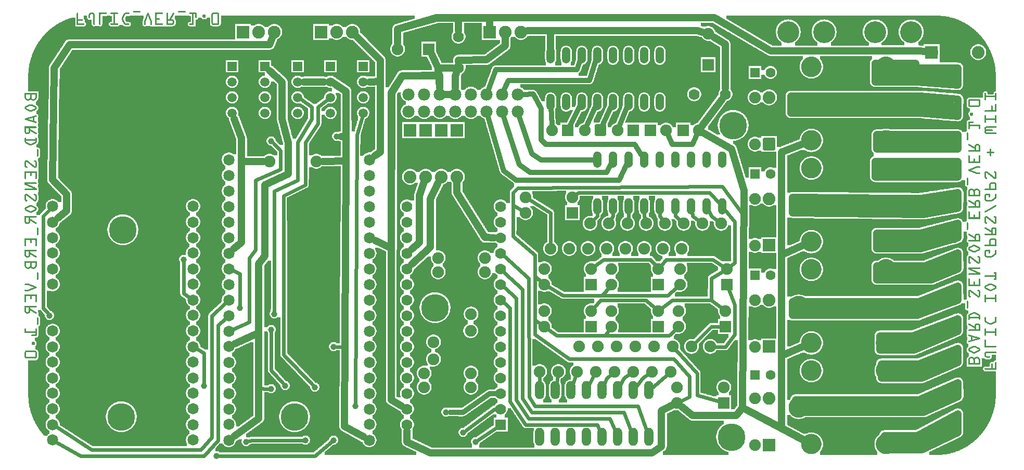
<source format=gbl>
G04 MADE WITH FRITZING*
G04 WWW.FRITZING.ORG*
G04 DOUBLE SIDED*
G04 HOLES PLATED*
G04 CONTOUR ON CENTER OF CONTOUR VECTOR*
%ASAXBY*%
%FSLAX23Y23*%
%MOIN*%
%OFA0B0*%
%SFA1.0B1.0*%
%ADD10C,0.075000*%
%ADD11C,0.039370*%
%ADD12C,0.059000*%
%ADD13C,0.071858*%
%ADD14C,0.058189*%
%ADD15C,0.082000*%
%ADD16C,0.129921*%
%ADD17C,0.070000*%
%ADD18C,0.052000*%
%ADD19C,0.078000*%
%ADD20C,0.140000*%
%ADD21C,0.088750*%
%ADD22C,0.062992*%
%ADD23C,0.177165*%
%ADD24R,0.059000X0.059000*%
%ADD25R,0.000144X0.000144*%
%ADD26R,0.075000X0.075000*%
%ADD27R,0.082000X0.082000*%
%ADD28R,0.062992X0.062992*%
%ADD29R,0.069972X0.070000*%
%ADD30C,0.024000*%
%ADD31C,0.048000*%
%ADD32C,0.032000*%
%ADD33C,0.020000*%
%ADD34R,0.001000X0.001000*%
%LNCOPPER0*%
G90*
G70*
G54D10*
X4186Y2661D03*
X3191Y2631D03*
X2891Y2138D03*
X1931Y2077D03*
X4722Y1564D03*
X3404Y1671D03*
X5828Y2790D03*
X4722Y1286D03*
X2726Y1657D03*
X3874Y1208D03*
X4308Y1205D03*
X3462Y993D03*
X3874Y948D03*
X4300Y940D03*
X4718Y914D03*
X2226Y2790D03*
X3341Y681D03*
X1415Y684D03*
X3180Y180D03*
X4183Y258D03*
X5181Y833D03*
X1912Y1796D03*
G54D11*
X2017Y2086D03*
X1617Y946D03*
X1597Y2056D03*
X1877Y476D03*
X1597Y466D03*
X1997Y736D03*
X1037Y1296D03*
X1397Y986D03*
X1687Y486D03*
X1597Y846D03*
X2137Y356D03*
X1817Y136D03*
X1437Y126D03*
G54D10*
X3317Y576D03*
X3570Y737D03*
G54D12*
X1347Y2536D03*
X1347Y2436D03*
X1347Y2336D03*
X1347Y2236D03*
X1557Y2536D03*
X1557Y2436D03*
X1557Y2336D03*
X1557Y2236D03*
X1767Y2536D03*
X1767Y2436D03*
X1767Y2336D03*
X1767Y2236D03*
X2187Y2536D03*
X2187Y2436D03*
X2187Y2336D03*
X2187Y2236D03*
X1977Y2536D03*
X1977Y2436D03*
X1977Y2336D03*
X1977Y2236D03*
G54D11*
X2717Y316D03*
X1167Y486D03*
X1247Y36D03*
X177Y936D03*
X1997Y136D03*
X2827Y186D03*
X2907Y126D03*
G54D13*
X1096Y137D03*
X1096Y236D03*
X1096Y337D03*
X1096Y437D03*
X1096Y536D03*
X1096Y637D03*
X1096Y736D03*
X1096Y837D03*
X1096Y937D03*
X1096Y1036D03*
X1096Y1137D03*
X1096Y1236D03*
X1096Y1337D03*
X1096Y1436D03*
X1096Y1536D03*
X1096Y1637D03*
X197Y1637D03*
X197Y1536D03*
X197Y1436D03*
X197Y1337D03*
X197Y1236D03*
X197Y1137D03*
X197Y837D03*
X197Y736D03*
X197Y637D03*
X197Y536D03*
X197Y437D03*
X197Y337D03*
X197Y236D03*
X197Y137D03*
X2225Y136D03*
X2225Y237D03*
X2225Y336D03*
X2225Y436D03*
X2225Y536D03*
X2225Y636D03*
X2225Y737D03*
X2225Y836D03*
X2225Y936D03*
X2225Y1036D03*
X2225Y1136D03*
X2225Y1236D03*
X2225Y1336D03*
X2225Y1436D03*
X2225Y1536D03*
X2225Y1636D03*
X2225Y1735D03*
X2225Y1836D03*
X2225Y1936D03*
X1326Y1936D03*
X1326Y1836D03*
X1326Y1735D03*
X1326Y1636D03*
X1326Y1536D03*
X1326Y1436D03*
X1326Y1336D03*
X1326Y1236D03*
X1326Y1136D03*
X1326Y1036D03*
X1326Y936D03*
X1326Y836D03*
X1326Y737D03*
X1326Y636D03*
X1326Y536D03*
X1326Y436D03*
X1326Y336D03*
X1326Y237D03*
X1326Y136D03*
G54D10*
X3527Y1596D03*
X3227Y1596D03*
X3527Y1696D03*
X3227Y1696D03*
X3647Y1136D03*
X3347Y1136D03*
X3647Y1236D03*
X3347Y1236D03*
X4077Y1136D03*
X3777Y1136D03*
X4077Y1236D03*
X3777Y1236D03*
X4517Y1136D03*
X4217Y1136D03*
X4517Y1236D03*
X4217Y1236D03*
X4497Y376D03*
X4197Y376D03*
X4497Y476D03*
X4197Y476D03*
X4507Y866D03*
X4207Y866D03*
X4507Y966D03*
X4207Y966D03*
X4077Y866D03*
X3777Y866D03*
X4077Y966D03*
X3777Y966D03*
X3647Y866D03*
X3347Y866D03*
X3647Y966D03*
X3347Y966D03*
X4697Y106D03*
X4697Y406D03*
X4697Y736D03*
X4697Y1036D03*
X4697Y2036D03*
X4697Y2336D03*
X4697Y1386D03*
X4697Y1686D03*
X4157Y576D03*
X4410Y737D03*
X4037Y576D03*
X4290Y737D03*
X3917Y576D03*
X4170Y737D03*
X3797Y576D03*
X4050Y737D03*
X3677Y576D03*
X3930Y737D03*
X3557Y576D03*
X3810Y737D03*
X3437Y576D03*
X3690Y737D03*
X3867Y1366D03*
X4120Y1527D03*
X3747Y1366D03*
X4000Y1527D03*
X3627Y1366D03*
X3880Y1527D03*
X3507Y1366D03*
X3760Y1527D03*
X3987Y1366D03*
X4240Y1527D03*
X4107Y1366D03*
X4360Y1527D03*
X4227Y1366D03*
X4480Y1527D03*
X3387Y1366D03*
X3640Y1527D03*
G54D14*
X3317Y156D03*
X3417Y156D03*
X3917Y156D03*
X4017Y156D03*
X3517Y156D03*
X3617Y156D03*
X3817Y156D03*
X3717Y156D03*
X4017Y456D03*
X3917Y456D03*
X3817Y456D03*
X3717Y456D03*
X3617Y456D03*
X3517Y456D03*
X3417Y456D03*
X3317Y456D03*
G54D15*
X4787Y2038D03*
X4787Y2336D03*
X4787Y1388D03*
X4787Y1686D03*
X4787Y738D03*
X4787Y1036D03*
X4787Y106D03*
X4787Y404D03*
G54D16*
X4977Y2296D03*
X5058Y2060D03*
X5536Y2060D03*
X5058Y2532D03*
X5536Y2532D03*
X4977Y1646D03*
X5058Y1410D03*
X5536Y1410D03*
X5058Y1882D03*
X5536Y1882D03*
X4977Y996D03*
X5058Y760D03*
X5536Y760D03*
X5058Y1232D03*
X5536Y1232D03*
X4977Y346D03*
X5058Y110D03*
X5536Y110D03*
X5058Y582D03*
X5536Y582D03*
G54D10*
X2607Y2646D03*
X2407Y2646D03*
X4397Y2546D03*
X4397Y2746D03*
G54D17*
X4507Y2356D03*
X4307Y2356D03*
X2797Y2726D03*
X2797Y2526D03*
G54D10*
X4237Y2126D03*
X4337Y2126D03*
G54D15*
X2687Y2124D03*
X2687Y1826D03*
X2787Y2124D03*
X2787Y1826D03*
X2487Y2124D03*
X2487Y1826D03*
X2587Y2124D03*
X2587Y1826D03*
G54D18*
X3687Y1636D03*
X3787Y1636D03*
X4287Y1636D03*
X4387Y1636D03*
X3887Y1636D03*
X3987Y1636D03*
X4187Y1636D03*
X4087Y1636D03*
X4487Y1636D03*
X4487Y1936D03*
X4387Y1936D03*
X4287Y1936D03*
X4187Y1936D03*
X4087Y1936D03*
X3987Y1936D03*
X3887Y1936D03*
X3787Y1936D03*
X3687Y1936D03*
G54D10*
X2967Y1216D03*
X2667Y1216D03*
X2878Y945D03*
X2637Y766D03*
X2877Y566D03*
X2577Y566D03*
X2875Y838D03*
X2637Y656D03*
X1887Y1926D03*
X1587Y1926D03*
X2877Y476D03*
X2577Y476D03*
X2967Y1306D03*
X2667Y1306D03*
G54D19*
X3177Y2356D03*
X3077Y2356D03*
X2977Y2356D03*
X2877Y2356D03*
X2777Y2356D03*
X2677Y2356D03*
X2577Y2356D03*
X2477Y2356D03*
X2477Y2246D03*
X2577Y2246D03*
X2677Y2246D03*
X2777Y2246D03*
X2877Y2246D03*
X2977Y2246D03*
X3077Y2246D03*
X3177Y2246D03*
G54D18*
X3387Y2306D03*
X3487Y2306D03*
X3587Y2306D03*
X3687Y2306D03*
X3787Y2306D03*
X3887Y2306D03*
X3987Y2306D03*
X4087Y2306D03*
X4087Y2606D03*
X3987Y2606D03*
X3887Y2606D03*
X3787Y2606D03*
X3687Y2606D03*
X3587Y2606D03*
X3487Y2606D03*
X3387Y2606D03*
G54D10*
X3917Y2126D03*
X3817Y2126D03*
X3707Y2126D03*
X3607Y2126D03*
X3497Y2126D03*
X3397Y2126D03*
X4027Y2126D03*
X4127Y2126D03*
G54D20*
X4910Y2756D03*
X5140Y2756D03*
X5697Y2756D03*
X5467Y2756D03*
G54D15*
X5829Y2626D03*
X6127Y2626D03*
X1417Y2756D03*
X1517Y2756D03*
X1617Y2756D03*
X1917Y2756D03*
X2017Y2756D03*
X2117Y2756D03*
X2997Y2756D03*
X3097Y2756D03*
X3197Y2756D03*
G54D21*
X5967Y1246D03*
X5967Y1446D03*
X5967Y1646D03*
X5967Y1846D03*
X5967Y2046D03*
X5967Y2246D03*
X5967Y2446D03*
X5967Y246D03*
X5967Y446D03*
X5967Y646D03*
X5967Y846D03*
X5967Y1046D03*
X5967Y1246D03*
X5967Y1446D03*
G54D22*
X4697Y1196D03*
X4795Y1196D03*
X4697Y1846D03*
X4795Y1846D03*
X4697Y2496D03*
X4795Y2496D03*
X4697Y556D03*
X4795Y556D03*
G54D17*
X3067Y236D03*
X3067Y336D03*
X3067Y436D03*
X3067Y536D03*
X3067Y636D03*
X3067Y736D03*
X3067Y836D03*
X3067Y936D03*
X3067Y1036D03*
X3067Y1136D03*
X3067Y1236D03*
X3067Y1336D03*
X3067Y1436D03*
X3067Y1536D03*
X3067Y1636D03*
X2467Y236D03*
X2467Y336D03*
X2467Y436D03*
X2467Y536D03*
X2467Y636D03*
X2467Y736D03*
X2467Y836D03*
X2467Y936D03*
X2467Y1036D03*
X2467Y1136D03*
X2467Y1236D03*
X2467Y1336D03*
X2467Y1436D03*
X2467Y1536D03*
X2467Y1636D03*
G54D23*
X1747Y286D03*
X4547Y156D03*
X4557Y2156D03*
X2647Y986D03*
X637Y286D03*
X647Y1486D03*
G54D24*
X1347Y2536D03*
X1557Y2536D03*
X1767Y2536D03*
X2187Y2536D03*
X1977Y2536D03*
G54D25*
X1096Y1335D03*
G54D26*
X3527Y1596D03*
X3647Y1136D03*
X4077Y1136D03*
X4517Y1136D03*
X4497Y376D03*
X4507Y866D03*
X4077Y866D03*
X3647Y866D03*
G54D27*
X4787Y1387D03*
X4787Y737D03*
X4787Y105D03*
G54D26*
X2607Y2646D03*
X4397Y2546D03*
X4237Y2126D03*
G54D27*
X2687Y2125D03*
X2787Y2125D03*
X2487Y2125D03*
X2587Y2125D03*
G54D26*
X3917Y2126D03*
X3497Y2126D03*
X4027Y2126D03*
G54D27*
X5828Y2626D03*
X1417Y2756D03*
X1917Y2756D03*
X2997Y2756D03*
G54D28*
X4697Y1196D03*
X4697Y1846D03*
X4697Y2496D03*
X4697Y556D03*
G54D29*
X3067Y236D03*
G54D30*
X1617Y1736D02*
X1617Y965D01*
D02*
X1766Y1806D02*
X1617Y1736D01*
D02*
X1766Y2047D02*
X1766Y1806D01*
D02*
X1856Y2197D02*
X1766Y2047D01*
D02*
X1856Y2276D02*
X1856Y2197D01*
D02*
X1792Y2320D02*
X1856Y2276D01*
D02*
X1677Y686D02*
X1677Y1706D01*
D02*
X1677Y1706D02*
X1817Y1776D01*
D02*
X1817Y1776D02*
X1818Y2047D01*
D02*
X1818Y2047D02*
X1897Y2167D01*
D02*
X1897Y2167D02*
X1897Y2276D01*
D02*
X1897Y2276D02*
X1953Y2318D01*
D02*
X1864Y490D02*
X1678Y686D01*
G54D31*
D02*
X2077Y2086D02*
X2077Y1927D01*
D02*
X2077Y1927D02*
X1927Y1926D01*
D02*
X2047Y2086D02*
X2077Y2086D01*
G54D30*
D02*
X2067Y736D02*
X2016Y736D01*
D02*
X2067Y226D02*
X2067Y736D01*
D02*
X2199Y151D02*
X2067Y226D01*
D02*
X1518Y277D02*
X1351Y154D01*
D02*
X1518Y467D02*
X1518Y277D01*
D02*
X1578Y466D02*
X1518Y467D01*
D02*
X1598Y586D02*
X1597Y827D01*
D02*
X1674Y500D02*
X1598Y586D01*
G54D31*
D02*
X2296Y2437D02*
X2228Y2436D01*
D02*
X2296Y2576D02*
X2296Y2437D01*
D02*
X2148Y2725D02*
X2296Y2576D01*
G54D30*
D02*
X1168Y696D02*
X1123Y721D01*
D02*
X1167Y505D02*
X1168Y696D01*
D02*
X1477Y136D02*
X1798Y136D01*
D02*
X1455Y131D02*
X1477Y136D01*
G54D31*
D02*
X1407Y2075D02*
X1408Y1925D01*
D02*
X1361Y2198D02*
X1407Y2075D01*
D02*
X1408Y1925D02*
X1547Y1926D01*
G54D30*
D02*
X2147Y2096D02*
X2137Y375D01*
D02*
X2179Y2207D02*
X2147Y2096D01*
D02*
X1656Y1876D02*
X1497Y1806D01*
D02*
X1497Y1806D02*
X1497Y1357D01*
D02*
X1497Y1357D02*
X1458Y1306D01*
D02*
X1458Y1306D02*
X1456Y896D01*
D02*
X1456Y896D02*
X1354Y849D01*
D02*
X1657Y1996D02*
X1656Y1876D01*
D02*
X1610Y2043D02*
X1657Y1996D01*
D02*
X1397Y1205D02*
X1354Y1224D01*
D02*
X1397Y1005D02*
X1397Y1205D01*
D02*
X1037Y1077D02*
X1037Y1277D01*
D02*
X1071Y1053D02*
X1037Y1077D01*
G54D31*
D02*
X2077Y1927D02*
X2068Y225D01*
D02*
X2068Y225D02*
X2189Y157D01*
D02*
X1927Y1926D02*
X2077Y1927D01*
D02*
X2077Y1927D02*
X1927Y1926D01*
D02*
X2077Y2376D02*
X2077Y1927D01*
D02*
X1987Y2436D02*
X2077Y2376D01*
D02*
X4577Y295D02*
X4617Y346D01*
D02*
X4297Y295D02*
X4577Y295D01*
D02*
X4617Y346D02*
X5016Y132D01*
D02*
X4228Y351D02*
X4297Y295D01*
G54D30*
D02*
X376Y35D02*
X1167Y36D01*
D02*
X1258Y876D02*
X1303Y916D01*
D02*
X1256Y135D02*
X1258Y876D01*
D02*
X1167Y36D02*
X1256Y135D01*
D02*
X224Y122D02*
X376Y36D01*
D02*
X1217Y156D02*
X1217Y936D01*
D02*
X1147Y76D02*
X1217Y156D01*
D02*
X447Y76D02*
X1147Y76D01*
D02*
X1217Y936D02*
X1303Y1015D01*
D02*
X223Y220D02*
X447Y76D01*
G54D31*
D02*
X1808Y2436D02*
X1936Y2436D01*
D02*
X2077Y2376D02*
X2012Y2415D01*
D02*
X2077Y1927D02*
X2077Y2376D01*
D02*
X1927Y1926D02*
X2077Y1927D01*
D02*
X1406Y1405D02*
X1358Y1363D01*
D02*
X1408Y1925D02*
X1406Y1405D01*
D02*
X1547Y1926D02*
X1408Y1925D01*
D02*
X1518Y1267D02*
X1518Y276D01*
D02*
X1558Y1317D02*
X1518Y1267D01*
D02*
X1668Y2435D02*
X1668Y2197D01*
D02*
X1707Y2046D02*
X1707Y1846D01*
D02*
X1668Y2197D02*
X1707Y2046D01*
D02*
X1707Y1846D02*
X1557Y1776D01*
D02*
X1557Y1776D02*
X1558Y1317D01*
D02*
X1587Y2509D02*
X1668Y2435D01*
D02*
X1518Y276D02*
X1360Y161D01*
D02*
X1517Y276D02*
X1517Y826D01*
D02*
X1517Y826D02*
X1364Y754D01*
D02*
X1360Y161D02*
X1517Y276D01*
D02*
X306Y2675D02*
X208Y2526D01*
D02*
X208Y2526D02*
X197Y1807D01*
D02*
X197Y1807D02*
X286Y1715D01*
D02*
X286Y1715D02*
X286Y1607D01*
D02*
X286Y1607D02*
X230Y1562D01*
D02*
X1588Y2675D02*
X306Y2675D01*
D02*
X1602Y2715D02*
X1588Y2675D01*
G54D30*
D02*
X1877Y36D02*
X1982Y124D01*
D02*
X1266Y36D02*
X1877Y36D01*
D02*
X136Y1576D02*
X176Y1615D01*
D02*
X138Y986D02*
X136Y1576D01*
D02*
X165Y951D02*
X138Y986D01*
G54D31*
D02*
X2296Y1986D02*
X2259Y1960D01*
D02*
X2296Y2576D02*
X2296Y1986D01*
D02*
X2148Y2725D02*
X2296Y2576D01*
D02*
X2436Y2476D02*
X2369Y2365D01*
D02*
X2675Y2476D02*
X2436Y2476D01*
D02*
X2369Y2365D02*
X2368Y1367D01*
D02*
X2368Y1367D02*
X2263Y1418D01*
D02*
X2676Y2397D02*
X2675Y2476D01*
G54D30*
D02*
X2923Y137D02*
X3043Y219D01*
D02*
X3028Y336D02*
X2842Y197D01*
D02*
X3038Y336D02*
X3028Y336D01*
G54D32*
D02*
X2827Y316D02*
X2998Y435D01*
D02*
X2998Y435D02*
X3032Y436D01*
D02*
X2742Y316D02*
X2827Y316D01*
G54D31*
D02*
X4361Y2158D02*
X4485Y2326D01*
D02*
X4627Y1737D02*
X4617Y346D01*
D02*
X4617Y346D02*
X4867Y215D01*
D02*
X4867Y215D02*
X5016Y133D01*
D02*
X4546Y2006D02*
X4627Y1737D01*
D02*
X4337Y2126D02*
X4546Y2006D01*
D02*
X4485Y2326D02*
X4337Y2126D01*
G54D30*
D02*
X3467Y1066D02*
X3718Y1066D01*
D02*
X3718Y1066D02*
X3759Y1114D01*
D02*
X3372Y1122D02*
X3467Y1066D01*
D02*
X3737Y807D02*
X4147Y807D01*
D02*
X4147Y807D02*
X4187Y846D01*
D02*
X3761Y842D02*
X3737Y807D01*
D02*
X3737Y807D02*
X3761Y842D01*
D02*
X3428Y807D02*
X3737Y807D01*
D02*
X3370Y849D02*
X3428Y807D01*
G54D31*
D02*
X2616Y56D02*
X4037Y55D01*
D02*
X2467Y126D02*
X2616Y56D01*
D02*
X4097Y326D02*
X4161Y358D01*
D02*
X4097Y95D02*
X4097Y326D01*
D02*
X4037Y55D02*
X4097Y95D01*
D02*
X2467Y196D02*
X2467Y126D01*
G54D32*
D02*
X4297Y2036D02*
X4323Y2095D01*
D02*
X4167Y2036D02*
X4297Y2036D01*
D02*
X4141Y2095D02*
X4167Y2036D01*
G54D30*
D02*
X3388Y1596D02*
X3251Y1681D01*
D02*
X3387Y1395D02*
X3388Y1596D01*
D02*
X4407Y1725D02*
X3566Y1726D01*
D02*
X3566Y1726D02*
X3550Y1713D01*
D02*
X4469Y1656D02*
X4407Y1725D01*
D02*
X3708Y1035D02*
X3666Y987D01*
D02*
X3997Y1035D02*
X3708Y1035D01*
D02*
X4055Y985D02*
X3997Y1035D01*
D02*
X4416Y1035D02*
X4167Y1035D01*
D02*
X3728Y1296D02*
X3670Y1253D01*
D02*
X4167Y1035D02*
X4100Y983D01*
D02*
X4027Y1296D02*
X3728Y1296D01*
D02*
X4127Y1296D02*
X4427Y1296D01*
D02*
X4427Y1296D02*
X4517Y1236D01*
D02*
X4416Y1035D02*
X4418Y1176D01*
D02*
X4418Y1176D02*
X4517Y1236D01*
D02*
X4484Y983D02*
X4416Y1035D01*
D02*
X4059Y1258D02*
X4027Y1296D01*
D02*
X4095Y1258D02*
X4127Y1296D01*
D02*
X4484Y983D02*
X4416Y1035D01*
D02*
X4416Y865D02*
X4310Y757D01*
D02*
X4567Y1276D02*
X4539Y1254D01*
D02*
X3286Y1185D02*
X3325Y1154D01*
D02*
X3287Y907D02*
X3286Y1185D01*
D02*
X3323Y882D02*
X3287Y907D01*
D02*
X4566Y1537D02*
X4567Y1276D01*
D02*
X4504Y1615D02*
X4566Y1537D01*
D02*
X4478Y866D02*
X4416Y865D01*
D02*
X4186Y1576D02*
X4219Y1546D01*
D02*
X4298Y1576D02*
X4338Y1545D01*
D02*
X4417Y1576D02*
X4457Y1545D01*
D02*
X4187Y1609D02*
X4186Y1576D01*
D02*
X4292Y1609D02*
X4298Y1576D01*
D02*
X4399Y1612D02*
X4417Y1576D01*
D02*
X3664Y550D02*
X3631Y483D01*
D02*
X3548Y549D02*
X3527Y485D01*
D02*
X3432Y548D02*
X3422Y486D01*
D02*
X3317Y547D02*
X3317Y486D01*
D02*
X3687Y1576D02*
X3660Y1548D01*
D02*
X3787Y1576D02*
X3774Y1552D01*
D02*
X3887Y1576D02*
X3884Y1555D01*
D02*
X3987Y1576D02*
X3993Y1555D01*
D02*
X4087Y1576D02*
X4104Y1551D01*
D02*
X3687Y1609D02*
X3687Y1576D01*
D02*
X3787Y1609D02*
X3787Y1576D01*
D02*
X3887Y1609D02*
X3887Y1576D01*
D02*
X3987Y1609D02*
X3987Y1576D01*
D02*
X4087Y1609D02*
X4087Y1576D01*
D02*
X3746Y536D02*
X3727Y484D01*
D02*
X3858Y536D02*
X3831Y483D01*
D02*
X3977Y536D02*
X3935Y480D01*
D02*
X4013Y560D02*
X3977Y536D01*
D02*
X3893Y560D02*
X3858Y536D01*
D02*
X3775Y558D02*
X3746Y536D01*
D02*
X3506Y657D02*
X3286Y815D01*
D02*
X4177Y657D02*
X3506Y657D01*
D02*
X4326Y425D02*
X4326Y566D01*
D02*
X4326Y566D02*
X4189Y716D01*
D02*
X4469Y384D02*
X4326Y425D01*
D02*
X4277Y415D02*
X4278Y545D01*
D02*
X4278Y545D02*
X4177Y657D01*
D02*
X3286Y815D02*
X3287Y907D01*
D02*
X3287Y907D02*
X3323Y882D01*
D02*
X4223Y388D02*
X4277Y415D01*
D02*
X4567Y816D02*
X4567Y1006D01*
D02*
X4135Y557D02*
X4040Y476D01*
D02*
X4567Y1006D02*
X4527Y1109D01*
D02*
X4508Y735D02*
X4567Y816D01*
D02*
X4439Y736D02*
X4508Y735D01*
G54D32*
D02*
X3357Y2036D02*
X3926Y2035D01*
D02*
X3327Y2066D02*
X3357Y2036D01*
D02*
X3326Y2266D02*
X3327Y2066D01*
D02*
X3926Y2035D02*
X3970Y1964D01*
D02*
X3276Y2357D02*
X3326Y2266D01*
D02*
X3213Y2356D02*
X3276Y2357D01*
D02*
X3326Y1935D02*
X3654Y1936D01*
D02*
X3267Y1976D02*
X3326Y1935D01*
D02*
X3188Y2212D02*
X3267Y1976D01*
D02*
X3257Y1856D02*
X3748Y1856D01*
D02*
X3748Y1856D02*
X3773Y1907D01*
D02*
X3186Y1905D02*
X3257Y1856D01*
D02*
X3088Y2212D02*
X3186Y1905D01*
D02*
X3827Y1806D02*
X3873Y1906D01*
D02*
X3167Y1806D02*
X3827Y1806D01*
D02*
X3087Y1866D02*
X3167Y1806D01*
D02*
X2987Y2212D02*
X3087Y1866D01*
D02*
X3875Y2276D02*
X3829Y2158D01*
D02*
X3774Y2276D02*
X3721Y2157D01*
D02*
X3389Y2273D02*
X3395Y2160D01*
D02*
X3572Y2277D02*
X3512Y2157D01*
D02*
X3674Y2276D02*
X3621Y2157D01*
G54D30*
D02*
X4548Y2006D02*
X4337Y2126D01*
D02*
X4337Y2126D02*
X4491Y2335D01*
D02*
X4628Y1737D02*
X4548Y2006D01*
D02*
X4628Y1576D02*
X4628Y1737D01*
D02*
X4486Y1765D02*
X4628Y1576D01*
D02*
X3177Y1756D02*
X4486Y1765D01*
D02*
X3148Y1726D02*
X3177Y1756D01*
D02*
X3147Y1646D02*
X3148Y1726D01*
D02*
X3203Y1611D02*
X3147Y1646D01*
D02*
X3147Y1446D02*
X3147Y1646D01*
D02*
X3147Y1646D02*
X3203Y1611D01*
D02*
X3287Y1187D02*
X3287Y1325D01*
D02*
X3287Y1325D02*
X3147Y1446D01*
D02*
X3325Y1154D02*
X3287Y1187D01*
D02*
X3719Y1066D02*
X4136Y1066D01*
D02*
X3759Y1114D02*
X3719Y1066D01*
D02*
X4136Y1066D02*
X4195Y1117D01*
G54D31*
D02*
X5967Y257D02*
X5747Y156D01*
D02*
X5757Y146D02*
X5967Y257D01*
D02*
X5747Y156D02*
X5737Y166D01*
D02*
X5527Y117D02*
X5527Y156D01*
D02*
X5757Y117D02*
X5527Y117D01*
D02*
X5527Y156D02*
X5757Y146D01*
D02*
X5737Y166D02*
X5582Y123D01*
D02*
X5737Y166D02*
X5527Y166D01*
D02*
X5987Y226D02*
X5757Y117D01*
D02*
X5527Y76D02*
X5767Y76D01*
D02*
X5997Y186D02*
X5997Y306D01*
D02*
X5997Y306D02*
X5737Y166D01*
D02*
X5767Y156D02*
X5987Y226D01*
D02*
X5527Y166D02*
X5527Y76D01*
D02*
X5767Y76D02*
X5997Y186D01*
D02*
X5925Y227D02*
X5767Y156D01*
D02*
X5956Y469D02*
X5767Y386D01*
D02*
X5757Y396D02*
X4957Y396D01*
D02*
X5967Y446D02*
X5956Y469D01*
D02*
X5767Y356D02*
X5967Y446D01*
D02*
X4977Y356D02*
X5767Y356D01*
D02*
X4957Y396D02*
X5747Y396D01*
D02*
X5747Y396D02*
X5997Y505D01*
D02*
X5997Y505D02*
X5997Y416D01*
D02*
X5997Y416D02*
X5777Y316D01*
D02*
X5777Y316D02*
X4957Y316D01*
D02*
X4957Y316D02*
X4957Y396D01*
D02*
X4957Y396D02*
X5757Y356D01*
D02*
X5767Y386D02*
X5757Y396D01*
D02*
X5757Y356D02*
X5025Y347D01*
D02*
X5757Y355D02*
X4977Y356D01*
D02*
X5924Y427D02*
X5757Y355D01*
D02*
X5747Y606D02*
X5957Y656D01*
D02*
X5957Y655D02*
X5747Y566D01*
D02*
X5747Y566D02*
X5517Y576D01*
D02*
X5517Y576D02*
X5747Y595D01*
D02*
X5747Y595D02*
X5584Y585D01*
D02*
X5767Y535D02*
X5506Y535D01*
D02*
X5997Y636D02*
X5767Y535D01*
D02*
X5747Y626D02*
X5997Y726D01*
D02*
X5997Y726D02*
X5967Y686D01*
D02*
X5506Y626D02*
X5747Y626D01*
D02*
X5967Y686D02*
X5747Y606D01*
D02*
X5997Y726D02*
X5997Y636D01*
D02*
X5767Y586D02*
X5997Y726D01*
D02*
X5506Y535D02*
X5506Y626D01*
D02*
X5922Y632D02*
X5767Y586D01*
D02*
X5677Y776D02*
X5497Y776D01*
D02*
X5497Y776D02*
X5497Y756D01*
D02*
X5677Y756D02*
X5677Y776D01*
D02*
X5957Y866D02*
X5677Y756D01*
D02*
X5737Y776D02*
X5957Y866D01*
D02*
X5497Y756D02*
X5727Y756D01*
D02*
X5717Y716D02*
X5727Y756D01*
D02*
X5497Y716D02*
X5717Y716D01*
D02*
X5997Y916D02*
X5707Y806D01*
D02*
X5997Y836D02*
X5997Y916D01*
D02*
X5717Y716D02*
X5997Y836D01*
D02*
X5707Y806D02*
X5497Y806D01*
D02*
X5727Y756D02*
X5717Y716D01*
D02*
X5727Y756D02*
X5584Y759D01*
D02*
X5497Y806D02*
X5497Y716D01*
D02*
X5922Y832D02*
X5737Y776D01*
D02*
X5737Y937D02*
X5997Y1036D01*
D02*
X4947Y975D02*
X5737Y965D01*
D02*
X4957Y1006D02*
X5737Y996D01*
D02*
X5737Y996D02*
X5737Y955D01*
D02*
X5737Y955D02*
X4967Y975D01*
D02*
X5737Y965D02*
X4957Y1006D01*
D02*
X5957Y1075D02*
X5737Y975D01*
D02*
X4967Y975D02*
X4956Y953D01*
D02*
X5967Y1047D02*
X5957Y1075D01*
D02*
X5997Y1036D02*
X5997Y1126D01*
D02*
X5747Y1026D02*
X4936Y1026D01*
D02*
X5737Y937D02*
X5967Y1047D01*
D02*
X4936Y937D02*
X5737Y937D01*
D02*
X4936Y1026D02*
X4936Y937D01*
D02*
X5997Y1126D02*
X5747Y1026D01*
D02*
X5737Y975D02*
X4947Y975D01*
D02*
X5727Y955D02*
X5737Y937D01*
D02*
X5923Y1029D02*
X5727Y955D01*
D02*
X5777Y1216D02*
X5977Y1296D01*
D02*
X5507Y1216D02*
X5777Y1216D01*
D02*
X5817Y1196D02*
X5507Y1196D01*
D02*
X5977Y1296D02*
X5957Y1256D01*
D02*
X5957Y1256D02*
X5817Y1196D01*
D02*
X5827Y1166D02*
X5477Y1166D01*
D02*
X5477Y1166D02*
X5507Y1216D01*
D02*
X5477Y1166D02*
X5477Y1256D01*
D02*
X5788Y1256D02*
X5997Y1337D01*
D02*
X5477Y1256D02*
X5788Y1256D01*
D02*
X5997Y1337D02*
X5997Y1236D01*
D02*
X5797Y1226D02*
X5477Y1166D01*
D02*
X5507Y1196D02*
X5506Y1195D01*
D02*
X5997Y1236D02*
X5827Y1166D01*
D02*
X5921Y1241D02*
X5797Y1226D01*
D02*
X5507Y1436D02*
X5911Y1426D01*
D02*
X5747Y1436D02*
X5507Y1436D01*
D02*
X5967Y1496D02*
X5747Y1436D01*
D02*
X5957Y1456D02*
X5967Y1496D01*
D02*
X5777Y1406D02*
X5584Y1409D01*
D02*
X5747Y1396D02*
X5957Y1456D01*
D02*
X5507Y1406D02*
X5747Y1396D01*
D02*
X5507Y1436D02*
X5507Y1406D01*
D02*
X5757Y1366D02*
X5477Y1366D01*
D02*
X5767Y1466D02*
X5507Y1436D01*
D02*
X5477Y1466D02*
X5767Y1466D01*
D02*
X5477Y1366D02*
X5477Y1466D01*
D02*
X5757Y1466D02*
X5997Y1527D01*
D02*
X5767Y1406D02*
X5757Y1466D01*
D02*
X5997Y1527D02*
X5997Y1436D01*
D02*
X5911Y1426D02*
X5777Y1406D01*
D02*
X5997Y1436D02*
X5757Y1366D01*
D02*
X5921Y1437D02*
X5767Y1406D01*
D02*
X5698Y1616D02*
X4956Y1655D01*
D02*
X5716Y1646D02*
X5977Y1666D01*
D02*
X5977Y1666D02*
X5698Y1616D01*
D02*
X4967Y1636D02*
X5716Y1646D01*
D02*
X5677Y1676D02*
X5998Y1725D01*
D02*
X5916Y1686D02*
X5506Y1646D01*
D02*
X4936Y1695D02*
X5916Y1686D01*
D02*
X4937Y1595D02*
X4936Y1695D01*
D02*
X5776Y1586D02*
X4937Y1595D01*
D02*
X5997Y1625D02*
X5776Y1586D01*
D02*
X5998Y1725D02*
X5997Y1625D01*
D02*
X4956Y1655D02*
X5677Y1676D01*
D02*
X5506Y1646D02*
X4967Y1636D01*
D02*
X5757Y1625D02*
X5957Y1687D01*
D02*
X5957Y1687D02*
X5956Y1691D01*
D02*
X5506Y1646D02*
X5757Y1625D01*
D02*
X5025Y1646D02*
X5506Y1646D01*
D02*
X5537Y1866D02*
X5807Y1876D01*
D02*
X5977Y1896D02*
X5907Y1876D01*
D02*
X5497Y1896D02*
X5977Y1896D01*
D02*
X5497Y1866D02*
X5497Y1896D01*
D02*
X5987Y1866D02*
X5497Y1866D01*
D02*
X5997Y1826D02*
X5987Y1866D01*
D02*
X5907Y1876D02*
X5537Y1866D01*
D02*
X5717Y1876D02*
X5584Y1881D01*
D02*
X5997Y1826D02*
X5467Y1826D01*
D02*
X5467Y1826D02*
X5467Y1926D01*
D02*
X5467Y1926D02*
X5997Y1926D01*
D02*
X5807Y1876D02*
X5997Y1826D01*
D02*
X5807Y1876D02*
X5717Y1876D01*
D02*
X5997Y1926D02*
X5997Y1826D01*
D02*
X5921Y1855D02*
X5807Y1876D01*
D02*
X5997Y2097D02*
X5756Y2056D01*
D02*
X5977Y2046D02*
X5506Y2046D01*
D02*
X5506Y2046D02*
X5506Y2086D01*
D02*
X5506Y2086D02*
X5997Y2097D01*
D02*
X5477Y2097D02*
X5997Y2097D01*
D02*
X5997Y2006D02*
X5477Y2006D01*
D02*
X5997Y2097D02*
X5997Y2006D01*
D02*
X5756Y2056D02*
X5977Y2046D01*
D02*
X5756Y2056D02*
X5584Y2059D01*
D02*
X5477Y2006D02*
X5477Y2097D01*
D02*
X5920Y2048D02*
X5756Y2056D01*
D02*
X5737Y2326D02*
X5767Y2236D01*
D02*
X5956Y2286D02*
X5737Y2326D01*
D02*
X5956Y2265D02*
X5956Y2286D01*
D02*
X4937Y2276D02*
X5956Y2265D01*
D02*
X4958Y2305D02*
X5667Y2296D01*
D02*
X5956Y2246D02*
X4958Y2305D01*
D02*
X5767Y2236D02*
X4927Y2236D01*
D02*
X4927Y2236D02*
X4927Y2345D01*
D02*
X4927Y2345D02*
X5758Y2296D01*
D02*
X5758Y2236D02*
X5956Y2246D01*
D02*
X5996Y2216D02*
X5758Y2236D01*
D02*
X4927Y2345D02*
X5758Y2345D01*
D02*
X5758Y2345D02*
X5997Y2325D01*
D02*
X5997Y2325D02*
X5996Y2216D01*
D02*
X5758Y2296D02*
X4927Y2345D01*
D02*
X5667Y2296D02*
X4937Y2276D01*
D02*
X5758Y2296D02*
X5922Y2257D01*
D02*
X5025Y2296D02*
X5758Y2296D01*
D02*
X5657Y2526D02*
X5997Y2526D01*
D02*
X5737Y2466D02*
X5487Y2477D01*
D02*
X5487Y2477D02*
X5487Y2506D01*
D02*
X5726Y2555D02*
X5726Y2526D01*
D02*
X5757Y2506D02*
X5896Y2477D01*
D02*
X5967Y2486D02*
X5967Y2457D01*
D02*
X5967Y2457D02*
X5737Y2466D01*
D02*
X5487Y2506D02*
X5467Y2555D01*
D02*
X5467Y2555D02*
X5726Y2555D01*
D02*
X5726Y2526D02*
X5657Y2526D01*
D02*
X5997Y2526D02*
X5997Y2416D01*
D02*
X5997Y2416D02*
X5737Y2436D01*
D02*
X5737Y2436D02*
X5467Y2436D01*
D02*
X5467Y2555D02*
X5717Y2497D01*
D02*
X5467Y2436D02*
X5467Y2555D01*
D02*
X5467Y2555D02*
X5757Y2506D01*
D02*
X5896Y2477D02*
X5498Y2506D01*
D02*
X5717Y2497D02*
X5921Y2455D01*
D02*
X5668Y2535D02*
X5467Y2555D01*
D02*
X5498Y2506D02*
X5967Y2486D01*
D02*
X5584Y2533D02*
X5668Y2535D01*
D02*
X4097Y95D02*
X4097Y326D01*
D02*
X4097Y326D02*
X4193Y373D01*
D02*
X4037Y55D02*
X4097Y95D01*
D02*
X2616Y56D02*
X4037Y55D01*
D02*
X2467Y126D02*
X2616Y56D01*
D02*
X2467Y196D02*
X2467Y126D01*
D02*
X2777Y2476D02*
X2777Y2397D01*
D02*
X2783Y2491D02*
X2777Y2476D01*
D02*
X2797Y2576D02*
X2977Y2578D01*
D02*
X3096Y2667D02*
X3097Y2713D01*
D02*
X2977Y2578D02*
X3096Y2667D01*
D02*
X2797Y2563D02*
X2797Y2576D01*
D02*
X5747Y2636D02*
X5786Y2631D01*
D02*
X4797Y2635D02*
X5747Y2636D01*
D02*
X4438Y2847D02*
X4797Y2635D01*
D02*
X2658Y2847D02*
X4438Y2847D01*
D02*
X2407Y2775D02*
X2658Y2847D01*
D02*
X2407Y2686D02*
X2407Y2775D01*
D02*
X2668Y2525D02*
X2625Y2611D01*
D02*
X2760Y2526D02*
X2668Y2525D01*
D02*
X2797Y2846D02*
X2797Y2763D01*
D02*
X2657Y2846D02*
X2797Y2846D01*
D02*
X2407Y2775D02*
X2657Y2846D01*
D02*
X2407Y2686D02*
X2407Y2775D01*
D02*
X2797Y2846D02*
X2996Y2846D01*
D02*
X2996Y2846D02*
X2997Y2799D01*
D02*
X2797Y2763D02*
X2797Y2846D01*
D02*
X3257Y2766D02*
X3240Y2763D01*
D02*
X4326Y2765D02*
X3257Y2766D01*
D02*
X4359Y2756D02*
X4326Y2765D01*
D02*
X4506Y2677D02*
X4507Y2393D01*
D02*
X4431Y2725D02*
X4506Y2677D01*
D02*
X2438Y2474D02*
X2367Y2367D01*
D02*
X2677Y2477D02*
X2438Y2474D01*
D02*
X2367Y2367D02*
X2366Y396D01*
D02*
X2366Y396D02*
X2432Y356D01*
D02*
X2677Y2397D02*
X2677Y2477D01*
D02*
X2668Y2525D02*
X2675Y2397D01*
D02*
X2625Y2611D02*
X2668Y2525D01*
D02*
X2718Y2356D02*
X2736Y2356D01*
D02*
X3257Y2766D02*
X3386Y2766D01*
D02*
X3386Y2766D02*
X3387Y2644D01*
D02*
X3240Y2763D02*
X3257Y2766D01*
G54D32*
D02*
X3117Y2446D02*
X3637Y2446D01*
D02*
X3637Y2446D02*
X3677Y2575D01*
D02*
X3091Y2389D02*
X3117Y2446D01*
D02*
X3557Y2515D02*
X3577Y2575D01*
D02*
X3036Y2515D02*
X3557Y2515D01*
D02*
X2989Y2389D02*
X3036Y2515D01*
G54D31*
D02*
X4867Y678D02*
X4867Y215D01*
D02*
X4867Y215D02*
X5016Y133D01*
D02*
X5014Y741D02*
X4867Y678D01*
D02*
X4867Y1326D02*
X5014Y1390D01*
D02*
X4867Y678D02*
X4867Y1326D01*
D02*
X5014Y741D02*
X4867Y678D01*
D02*
X4867Y1985D02*
X5013Y2042D01*
D02*
X4867Y1326D02*
X4867Y1985D01*
D02*
X5014Y1390D02*
X4867Y1326D01*
G54D30*
D02*
X3127Y985D02*
X3128Y386D01*
D02*
X3167Y1047D02*
X3168Y395D01*
D02*
X3207Y1106D02*
X3206Y406D01*
D02*
X3247Y1176D02*
X3249Y416D01*
D02*
X3946Y355D02*
X4007Y184D01*
D02*
X3286Y355D02*
X3946Y355D01*
D02*
X3249Y416D02*
X3286Y355D01*
D02*
X3857Y315D02*
X3906Y184D01*
D02*
X3266Y315D02*
X3857Y315D01*
D02*
X3206Y406D02*
X3266Y315D01*
D02*
X3766Y275D02*
X3805Y184D01*
D02*
X3246Y275D02*
X3766Y275D01*
D02*
X3168Y395D02*
X3246Y275D01*
D02*
X3686Y235D02*
X3706Y184D01*
D02*
X3228Y235D02*
X3686Y235D01*
D02*
X3128Y386D02*
X3228Y235D01*
D02*
X3089Y1317D02*
X3247Y1176D01*
D02*
X3088Y1216D02*
X3207Y1106D01*
D02*
X3089Y1117D02*
X3167Y1047D01*
D02*
X3089Y1017D02*
X3127Y985D01*
G54D31*
D02*
X2546Y1405D02*
X2497Y1362D01*
D02*
X2546Y1705D02*
X2546Y1405D01*
D02*
X2573Y1785D02*
X2546Y1705D01*
D02*
X2618Y1375D02*
X2497Y1263D01*
D02*
X2618Y1686D02*
X2618Y1375D01*
D02*
X2668Y1787D02*
X2618Y1686D01*
D02*
X2968Y1437D02*
X3027Y1436D01*
D02*
X2787Y1725D02*
X2968Y1437D01*
D02*
X2787Y1783D02*
X2787Y1725D01*
G36*
X3420Y2731D02*
X3420Y2669D01*
X4088Y2669D01*
X4088Y2667D01*
X4098Y2667D01*
X4098Y2665D01*
X4102Y2665D01*
X4102Y2663D01*
X4106Y2663D01*
X4106Y2661D01*
X4110Y2661D01*
X4110Y2659D01*
X4112Y2659D01*
X4112Y2657D01*
X4114Y2657D01*
X4114Y2655D01*
X4116Y2655D01*
X4116Y2651D01*
X4118Y2651D01*
X4118Y2647D01*
X4120Y2647D01*
X4120Y2643D01*
X4122Y2643D01*
X4122Y2631D01*
X4124Y2631D01*
X4124Y2593D01*
X4444Y2593D01*
X4444Y2499D01*
X4472Y2499D01*
X4472Y2659D01*
X4470Y2659D01*
X4470Y2661D01*
X4466Y2661D01*
X4466Y2663D01*
X4464Y2663D01*
X4464Y2665D01*
X4460Y2665D01*
X4460Y2667D01*
X4456Y2667D01*
X4456Y2669D01*
X4454Y2669D01*
X4454Y2671D01*
X4450Y2671D01*
X4450Y2673D01*
X4448Y2673D01*
X4448Y2675D01*
X4444Y2675D01*
X4444Y2677D01*
X4440Y2677D01*
X4440Y2679D01*
X4438Y2679D01*
X4438Y2681D01*
X4434Y2681D01*
X4434Y2683D01*
X4432Y2683D01*
X4432Y2685D01*
X4428Y2685D01*
X4428Y2687D01*
X4426Y2687D01*
X4426Y2689D01*
X4422Y2689D01*
X4422Y2691D01*
X4418Y2691D01*
X4418Y2693D01*
X4416Y2693D01*
X4416Y2695D01*
X4412Y2695D01*
X4412Y2697D01*
X4410Y2697D01*
X4410Y2699D01*
X4386Y2699D01*
X4386Y2701D01*
X4380Y2701D01*
X4380Y2703D01*
X4376Y2703D01*
X4376Y2705D01*
X4372Y2705D01*
X4372Y2707D01*
X4368Y2707D01*
X4368Y2709D01*
X4366Y2709D01*
X4366Y2711D01*
X4364Y2711D01*
X4364Y2713D01*
X4362Y2713D01*
X4362Y2715D01*
X4360Y2715D01*
X4360Y2717D01*
X4358Y2717D01*
X4358Y2721D01*
X4356Y2721D01*
X4356Y2723D01*
X4348Y2723D01*
X4348Y2725D01*
X4340Y2725D01*
X4340Y2727D01*
X4332Y2727D01*
X4332Y2729D01*
X4326Y2729D01*
X4326Y2731D01*
X3420Y2731D01*
G37*
D02*
G36*
X3420Y2669D02*
X3420Y2643D01*
X3422Y2643D01*
X3422Y2631D01*
X3424Y2631D01*
X3424Y2581D01*
X3422Y2581D01*
X3422Y2569D01*
X3420Y2569D01*
X3420Y2565D01*
X3418Y2565D01*
X3418Y2561D01*
X3416Y2561D01*
X3416Y2541D01*
X3458Y2541D01*
X3458Y2561D01*
X3456Y2561D01*
X3456Y2565D01*
X3454Y2565D01*
X3454Y2569D01*
X3452Y2569D01*
X3452Y2581D01*
X3450Y2581D01*
X3450Y2631D01*
X3452Y2631D01*
X3452Y2643D01*
X3454Y2643D01*
X3454Y2647D01*
X3456Y2647D01*
X3456Y2651D01*
X3458Y2651D01*
X3458Y2655D01*
X3460Y2655D01*
X3460Y2657D01*
X3462Y2657D01*
X3462Y2659D01*
X3464Y2659D01*
X3464Y2661D01*
X3468Y2661D01*
X3468Y2663D01*
X3472Y2663D01*
X3472Y2665D01*
X3476Y2665D01*
X3476Y2667D01*
X3486Y2667D01*
X3486Y2669D01*
X3420Y2669D01*
G37*
D02*
G36*
X3488Y2669D02*
X3488Y2667D01*
X3498Y2667D01*
X3498Y2665D01*
X3502Y2665D01*
X3502Y2663D01*
X3506Y2663D01*
X3506Y2661D01*
X3510Y2661D01*
X3510Y2659D01*
X3512Y2659D01*
X3512Y2657D01*
X3514Y2657D01*
X3514Y2655D01*
X3516Y2655D01*
X3516Y2651D01*
X3518Y2651D01*
X3518Y2647D01*
X3520Y2647D01*
X3520Y2643D01*
X3522Y2643D01*
X3522Y2631D01*
X3524Y2631D01*
X3524Y2581D01*
X3522Y2581D01*
X3522Y2569D01*
X3520Y2569D01*
X3520Y2565D01*
X3518Y2565D01*
X3518Y2561D01*
X3516Y2561D01*
X3516Y2541D01*
X3538Y2541D01*
X3538Y2545D01*
X3540Y2545D01*
X3540Y2551D01*
X3542Y2551D01*
X3542Y2557D01*
X3544Y2557D01*
X3544Y2563D01*
X3546Y2563D01*
X3546Y2569D01*
X3548Y2569D01*
X3548Y2575D01*
X3550Y2575D01*
X3550Y2631D01*
X3552Y2631D01*
X3552Y2643D01*
X3554Y2643D01*
X3554Y2647D01*
X3556Y2647D01*
X3556Y2651D01*
X3558Y2651D01*
X3558Y2655D01*
X3560Y2655D01*
X3560Y2657D01*
X3562Y2657D01*
X3562Y2659D01*
X3564Y2659D01*
X3564Y2661D01*
X3568Y2661D01*
X3568Y2663D01*
X3572Y2663D01*
X3572Y2665D01*
X3576Y2665D01*
X3576Y2667D01*
X3586Y2667D01*
X3586Y2669D01*
X3488Y2669D01*
G37*
D02*
G36*
X3588Y2669D02*
X3588Y2667D01*
X3598Y2667D01*
X3598Y2665D01*
X3602Y2665D01*
X3602Y2663D01*
X3606Y2663D01*
X3606Y2661D01*
X3610Y2661D01*
X3610Y2659D01*
X3612Y2659D01*
X3612Y2657D01*
X3614Y2657D01*
X3614Y2655D01*
X3616Y2655D01*
X3616Y2651D01*
X3618Y2651D01*
X3618Y2647D01*
X3620Y2647D01*
X3620Y2643D01*
X3622Y2643D01*
X3622Y2631D01*
X3624Y2631D01*
X3624Y2581D01*
X3622Y2581D01*
X3622Y2569D01*
X3620Y2569D01*
X3620Y2565D01*
X3618Y2565D01*
X3618Y2561D01*
X3616Y2561D01*
X3616Y2557D01*
X3614Y2557D01*
X3614Y2555D01*
X3612Y2555D01*
X3612Y2553D01*
X3610Y2553D01*
X3610Y2551D01*
X3606Y2551D01*
X3606Y2549D01*
X3602Y2549D01*
X3602Y2547D01*
X3598Y2547D01*
X3598Y2545D01*
X3594Y2545D01*
X3594Y2543D01*
X3592Y2543D01*
X3592Y2537D01*
X3590Y2537D01*
X3590Y2531D01*
X3588Y2531D01*
X3588Y2525D01*
X3586Y2525D01*
X3586Y2519D01*
X3584Y2519D01*
X3584Y2513D01*
X3582Y2513D01*
X3582Y2507D01*
X3580Y2507D01*
X3580Y2503D01*
X3578Y2503D01*
X3578Y2499D01*
X3576Y2499D01*
X3576Y2497D01*
X3574Y2497D01*
X3574Y2495D01*
X3572Y2495D01*
X3572Y2493D01*
X3568Y2493D01*
X3568Y2473D01*
X3618Y2473D01*
X3618Y2475D01*
X3620Y2475D01*
X3620Y2481D01*
X3622Y2481D01*
X3622Y2489D01*
X3624Y2489D01*
X3624Y2495D01*
X3626Y2495D01*
X3626Y2501D01*
X3628Y2501D01*
X3628Y2507D01*
X3630Y2507D01*
X3630Y2515D01*
X3632Y2515D01*
X3632Y2521D01*
X3634Y2521D01*
X3634Y2527D01*
X3636Y2527D01*
X3636Y2533D01*
X3638Y2533D01*
X3638Y2539D01*
X3640Y2539D01*
X3640Y2547D01*
X3642Y2547D01*
X3642Y2553D01*
X3644Y2553D01*
X3644Y2559D01*
X3646Y2559D01*
X3646Y2565D01*
X3648Y2565D01*
X3648Y2571D01*
X3650Y2571D01*
X3650Y2631D01*
X3652Y2631D01*
X3652Y2643D01*
X3654Y2643D01*
X3654Y2647D01*
X3656Y2647D01*
X3656Y2651D01*
X3658Y2651D01*
X3658Y2655D01*
X3660Y2655D01*
X3660Y2657D01*
X3662Y2657D01*
X3662Y2659D01*
X3664Y2659D01*
X3664Y2661D01*
X3668Y2661D01*
X3668Y2663D01*
X3672Y2663D01*
X3672Y2665D01*
X3676Y2665D01*
X3676Y2667D01*
X3686Y2667D01*
X3686Y2669D01*
X3588Y2669D01*
G37*
D02*
G36*
X3688Y2669D02*
X3688Y2667D01*
X3698Y2667D01*
X3698Y2665D01*
X3702Y2665D01*
X3702Y2663D01*
X3706Y2663D01*
X3706Y2661D01*
X3710Y2661D01*
X3710Y2659D01*
X3712Y2659D01*
X3712Y2657D01*
X3714Y2657D01*
X3714Y2655D01*
X3716Y2655D01*
X3716Y2651D01*
X3718Y2651D01*
X3718Y2647D01*
X3720Y2647D01*
X3720Y2643D01*
X3722Y2643D01*
X3722Y2631D01*
X3724Y2631D01*
X3724Y2581D01*
X3722Y2581D01*
X3722Y2569D01*
X3720Y2569D01*
X3720Y2565D01*
X3718Y2565D01*
X3718Y2561D01*
X3716Y2561D01*
X3716Y2557D01*
X3714Y2557D01*
X3714Y2555D01*
X3712Y2555D01*
X3712Y2553D01*
X3710Y2553D01*
X3710Y2551D01*
X3706Y2551D01*
X3706Y2549D01*
X3702Y2549D01*
X3702Y2547D01*
X3698Y2547D01*
X3698Y2545D01*
X3776Y2545D01*
X3776Y2547D01*
X3772Y2547D01*
X3772Y2549D01*
X3768Y2549D01*
X3768Y2551D01*
X3764Y2551D01*
X3764Y2553D01*
X3762Y2553D01*
X3762Y2555D01*
X3760Y2555D01*
X3760Y2557D01*
X3758Y2557D01*
X3758Y2561D01*
X3756Y2561D01*
X3756Y2565D01*
X3754Y2565D01*
X3754Y2569D01*
X3752Y2569D01*
X3752Y2581D01*
X3750Y2581D01*
X3750Y2631D01*
X3752Y2631D01*
X3752Y2643D01*
X3754Y2643D01*
X3754Y2647D01*
X3756Y2647D01*
X3756Y2651D01*
X3758Y2651D01*
X3758Y2655D01*
X3760Y2655D01*
X3760Y2657D01*
X3762Y2657D01*
X3762Y2659D01*
X3764Y2659D01*
X3764Y2661D01*
X3768Y2661D01*
X3768Y2663D01*
X3772Y2663D01*
X3772Y2665D01*
X3776Y2665D01*
X3776Y2667D01*
X3786Y2667D01*
X3786Y2669D01*
X3688Y2669D01*
G37*
D02*
G36*
X3788Y2669D02*
X3788Y2667D01*
X3798Y2667D01*
X3798Y2665D01*
X3802Y2665D01*
X3802Y2663D01*
X3806Y2663D01*
X3806Y2661D01*
X3810Y2661D01*
X3810Y2659D01*
X3812Y2659D01*
X3812Y2657D01*
X3814Y2657D01*
X3814Y2655D01*
X3816Y2655D01*
X3816Y2651D01*
X3818Y2651D01*
X3818Y2647D01*
X3820Y2647D01*
X3820Y2643D01*
X3822Y2643D01*
X3822Y2631D01*
X3824Y2631D01*
X3824Y2581D01*
X3822Y2581D01*
X3822Y2569D01*
X3820Y2569D01*
X3820Y2565D01*
X3818Y2565D01*
X3818Y2561D01*
X3816Y2561D01*
X3816Y2557D01*
X3814Y2557D01*
X3814Y2555D01*
X3812Y2555D01*
X3812Y2553D01*
X3810Y2553D01*
X3810Y2551D01*
X3806Y2551D01*
X3806Y2549D01*
X3802Y2549D01*
X3802Y2547D01*
X3798Y2547D01*
X3798Y2545D01*
X3876Y2545D01*
X3876Y2547D01*
X3872Y2547D01*
X3872Y2549D01*
X3868Y2549D01*
X3868Y2551D01*
X3864Y2551D01*
X3864Y2553D01*
X3862Y2553D01*
X3862Y2555D01*
X3860Y2555D01*
X3860Y2557D01*
X3858Y2557D01*
X3858Y2561D01*
X3856Y2561D01*
X3856Y2565D01*
X3854Y2565D01*
X3854Y2569D01*
X3852Y2569D01*
X3852Y2581D01*
X3850Y2581D01*
X3850Y2631D01*
X3852Y2631D01*
X3852Y2643D01*
X3854Y2643D01*
X3854Y2647D01*
X3856Y2647D01*
X3856Y2651D01*
X3858Y2651D01*
X3858Y2655D01*
X3860Y2655D01*
X3860Y2657D01*
X3862Y2657D01*
X3862Y2659D01*
X3864Y2659D01*
X3864Y2661D01*
X3868Y2661D01*
X3868Y2663D01*
X3872Y2663D01*
X3872Y2665D01*
X3876Y2665D01*
X3876Y2667D01*
X3886Y2667D01*
X3886Y2669D01*
X3788Y2669D01*
G37*
D02*
G36*
X3888Y2669D02*
X3888Y2667D01*
X3898Y2667D01*
X3898Y2665D01*
X3902Y2665D01*
X3902Y2663D01*
X3906Y2663D01*
X3906Y2661D01*
X3910Y2661D01*
X3910Y2659D01*
X3912Y2659D01*
X3912Y2657D01*
X3914Y2657D01*
X3914Y2655D01*
X3916Y2655D01*
X3916Y2651D01*
X3918Y2651D01*
X3918Y2647D01*
X3920Y2647D01*
X3920Y2643D01*
X3922Y2643D01*
X3922Y2631D01*
X3924Y2631D01*
X3924Y2581D01*
X3922Y2581D01*
X3922Y2569D01*
X3920Y2569D01*
X3920Y2565D01*
X3918Y2565D01*
X3918Y2561D01*
X3916Y2561D01*
X3916Y2557D01*
X3914Y2557D01*
X3914Y2555D01*
X3912Y2555D01*
X3912Y2553D01*
X3910Y2553D01*
X3910Y2551D01*
X3906Y2551D01*
X3906Y2549D01*
X3902Y2549D01*
X3902Y2547D01*
X3898Y2547D01*
X3898Y2545D01*
X3976Y2545D01*
X3976Y2547D01*
X3972Y2547D01*
X3972Y2549D01*
X3968Y2549D01*
X3968Y2551D01*
X3964Y2551D01*
X3964Y2553D01*
X3962Y2553D01*
X3962Y2555D01*
X3960Y2555D01*
X3960Y2557D01*
X3958Y2557D01*
X3958Y2561D01*
X3956Y2561D01*
X3956Y2565D01*
X3954Y2565D01*
X3954Y2569D01*
X3952Y2569D01*
X3952Y2581D01*
X3950Y2581D01*
X3950Y2631D01*
X3952Y2631D01*
X3952Y2643D01*
X3954Y2643D01*
X3954Y2647D01*
X3956Y2647D01*
X3956Y2651D01*
X3958Y2651D01*
X3958Y2655D01*
X3960Y2655D01*
X3960Y2657D01*
X3962Y2657D01*
X3962Y2659D01*
X3964Y2659D01*
X3964Y2661D01*
X3968Y2661D01*
X3968Y2663D01*
X3972Y2663D01*
X3972Y2665D01*
X3976Y2665D01*
X3976Y2667D01*
X3986Y2667D01*
X3986Y2669D01*
X3888Y2669D01*
G37*
D02*
G36*
X3988Y2669D02*
X3988Y2667D01*
X3998Y2667D01*
X3998Y2665D01*
X4002Y2665D01*
X4002Y2663D01*
X4006Y2663D01*
X4006Y2661D01*
X4010Y2661D01*
X4010Y2659D01*
X4012Y2659D01*
X4012Y2657D01*
X4014Y2657D01*
X4014Y2655D01*
X4016Y2655D01*
X4016Y2651D01*
X4018Y2651D01*
X4018Y2647D01*
X4020Y2647D01*
X4020Y2643D01*
X4022Y2643D01*
X4022Y2631D01*
X4024Y2631D01*
X4024Y2581D01*
X4022Y2581D01*
X4022Y2569D01*
X4020Y2569D01*
X4020Y2565D01*
X4018Y2565D01*
X4018Y2561D01*
X4016Y2561D01*
X4016Y2557D01*
X4014Y2557D01*
X4014Y2555D01*
X4012Y2555D01*
X4012Y2553D01*
X4010Y2553D01*
X4010Y2551D01*
X4006Y2551D01*
X4006Y2549D01*
X4002Y2549D01*
X4002Y2547D01*
X3998Y2547D01*
X3998Y2545D01*
X4076Y2545D01*
X4076Y2547D01*
X4072Y2547D01*
X4072Y2549D01*
X4068Y2549D01*
X4068Y2551D01*
X4064Y2551D01*
X4064Y2553D01*
X4062Y2553D01*
X4062Y2555D01*
X4060Y2555D01*
X4060Y2557D01*
X4058Y2557D01*
X4058Y2561D01*
X4056Y2561D01*
X4056Y2565D01*
X4054Y2565D01*
X4054Y2569D01*
X4052Y2569D01*
X4052Y2581D01*
X4050Y2581D01*
X4050Y2631D01*
X4052Y2631D01*
X4052Y2643D01*
X4054Y2643D01*
X4054Y2647D01*
X4056Y2647D01*
X4056Y2651D01*
X4058Y2651D01*
X4058Y2655D01*
X4060Y2655D01*
X4060Y2657D01*
X4062Y2657D01*
X4062Y2659D01*
X4064Y2659D01*
X4064Y2661D01*
X4068Y2661D01*
X4068Y2663D01*
X4072Y2663D01*
X4072Y2665D01*
X4076Y2665D01*
X4076Y2667D01*
X4086Y2667D01*
X4086Y2669D01*
X3988Y2669D01*
G37*
D02*
G36*
X4124Y2593D02*
X4124Y2581D01*
X4122Y2581D01*
X4122Y2569D01*
X4120Y2569D01*
X4120Y2565D01*
X4118Y2565D01*
X4118Y2561D01*
X4116Y2561D01*
X4116Y2557D01*
X4114Y2557D01*
X4114Y2555D01*
X4112Y2555D01*
X4112Y2553D01*
X4110Y2553D01*
X4110Y2551D01*
X4106Y2551D01*
X4106Y2549D01*
X4102Y2549D01*
X4102Y2547D01*
X4098Y2547D01*
X4098Y2545D01*
X4350Y2545D01*
X4350Y2593D01*
X4124Y2593D01*
G37*
D02*
G36*
X3694Y2545D02*
X3694Y2543D01*
X4350Y2543D01*
X4350Y2545D01*
X3694Y2545D01*
G37*
D02*
G36*
X3694Y2545D02*
X3694Y2543D01*
X4350Y2543D01*
X4350Y2545D01*
X3694Y2545D01*
G37*
D02*
G36*
X3694Y2545D02*
X3694Y2543D01*
X4350Y2543D01*
X4350Y2545D01*
X3694Y2545D01*
G37*
D02*
G36*
X3694Y2545D02*
X3694Y2543D01*
X4350Y2543D01*
X4350Y2545D01*
X3694Y2545D01*
G37*
D02*
G36*
X3694Y2545D02*
X3694Y2543D01*
X4350Y2543D01*
X4350Y2545D01*
X3694Y2545D01*
G37*
D02*
G36*
X3694Y2543D02*
X3694Y2539D01*
X3692Y2539D01*
X3692Y2531D01*
X3690Y2531D01*
X3690Y2525D01*
X3688Y2525D01*
X3688Y2519D01*
X3686Y2519D01*
X3686Y2513D01*
X3684Y2513D01*
X3684Y2505D01*
X3682Y2505D01*
X3682Y2499D01*
X4350Y2499D01*
X4350Y2543D01*
X3694Y2543D01*
G37*
D02*
G36*
X3680Y2499D02*
X3680Y2497D01*
X4472Y2497D01*
X4472Y2499D01*
X3680Y2499D01*
G37*
D02*
G36*
X3680Y2499D02*
X3680Y2497D01*
X4472Y2497D01*
X4472Y2499D01*
X3680Y2499D01*
G37*
D02*
G36*
X3680Y2497D02*
X3680Y2493D01*
X3678Y2493D01*
X3678Y2487D01*
X3676Y2487D01*
X3676Y2481D01*
X3674Y2481D01*
X3674Y2473D01*
X3672Y2473D01*
X3672Y2467D01*
X3670Y2467D01*
X3670Y2461D01*
X3668Y2461D01*
X3668Y2455D01*
X3666Y2455D01*
X3666Y2449D01*
X3664Y2449D01*
X3664Y2441D01*
X3662Y2441D01*
X3662Y2437D01*
X3660Y2437D01*
X3660Y2433D01*
X3658Y2433D01*
X3658Y2429D01*
X3656Y2429D01*
X3656Y2427D01*
X3654Y2427D01*
X3654Y2425D01*
X3650Y2425D01*
X3650Y2423D01*
X3646Y2423D01*
X3646Y2421D01*
X3194Y2421D01*
X3194Y2401D01*
X4316Y2401D01*
X4316Y2399D01*
X4322Y2399D01*
X4322Y2397D01*
X4328Y2397D01*
X4328Y2395D01*
X4330Y2395D01*
X4330Y2393D01*
X4334Y2393D01*
X4334Y2391D01*
X4336Y2391D01*
X4336Y2389D01*
X4338Y2389D01*
X4338Y2387D01*
X4340Y2387D01*
X4340Y2385D01*
X4342Y2385D01*
X4342Y2383D01*
X4344Y2383D01*
X4344Y2379D01*
X4346Y2379D01*
X4346Y2377D01*
X4348Y2377D01*
X4348Y2371D01*
X4350Y2371D01*
X4350Y2365D01*
X4352Y2365D01*
X4352Y2347D01*
X4350Y2347D01*
X4350Y2341D01*
X4348Y2341D01*
X4348Y2335D01*
X4346Y2335D01*
X4346Y2333D01*
X4344Y2333D01*
X4344Y2329D01*
X4342Y2329D01*
X4342Y2327D01*
X4340Y2327D01*
X4340Y2325D01*
X4338Y2325D01*
X4338Y2323D01*
X4336Y2323D01*
X4336Y2321D01*
X4334Y2321D01*
X4334Y2319D01*
X4330Y2319D01*
X4330Y2317D01*
X4326Y2317D01*
X4326Y2315D01*
X4322Y2315D01*
X4322Y2313D01*
X4316Y2313D01*
X4316Y2311D01*
X4432Y2311D01*
X4432Y2313D01*
X4434Y2313D01*
X4434Y2315D01*
X4436Y2315D01*
X4436Y2319D01*
X4438Y2319D01*
X4438Y2321D01*
X4440Y2321D01*
X4440Y2323D01*
X4442Y2323D01*
X4442Y2327D01*
X4444Y2327D01*
X4444Y2329D01*
X4446Y2329D01*
X4446Y2333D01*
X4448Y2333D01*
X4448Y2335D01*
X4450Y2335D01*
X4450Y2337D01*
X4452Y2337D01*
X4452Y2341D01*
X4454Y2341D01*
X4454Y2343D01*
X4456Y2343D01*
X4456Y2345D01*
X4458Y2345D01*
X4458Y2347D01*
X4460Y2347D01*
X4460Y2351D01*
X4462Y2351D01*
X4462Y2365D01*
X4464Y2365D01*
X4464Y2371D01*
X4466Y2371D01*
X4466Y2377D01*
X4468Y2377D01*
X4468Y2379D01*
X4470Y2379D01*
X4470Y2383D01*
X4472Y2383D01*
X4472Y2497D01*
X3680Y2497D01*
G37*
D02*
G36*
X3198Y2401D02*
X3198Y2399D01*
X3202Y2399D01*
X3202Y2397D01*
X3206Y2397D01*
X3206Y2395D01*
X3208Y2395D01*
X3208Y2393D01*
X3210Y2393D01*
X3210Y2391D01*
X3212Y2391D01*
X3212Y2389D01*
X3214Y2389D01*
X3214Y2387D01*
X3216Y2387D01*
X3216Y2385D01*
X3218Y2385D01*
X3218Y2383D01*
X3282Y2383D01*
X3282Y2381D01*
X3288Y2381D01*
X3288Y2379D01*
X3290Y2379D01*
X3290Y2377D01*
X3294Y2377D01*
X3294Y2375D01*
X3296Y2375D01*
X3296Y2371D01*
X3298Y2371D01*
X3298Y2369D01*
X4088Y2369D01*
X4088Y2367D01*
X4098Y2367D01*
X4098Y2365D01*
X4102Y2365D01*
X4102Y2363D01*
X4106Y2363D01*
X4106Y2361D01*
X4110Y2361D01*
X4110Y2359D01*
X4112Y2359D01*
X4112Y2357D01*
X4114Y2357D01*
X4114Y2355D01*
X4116Y2355D01*
X4116Y2351D01*
X4118Y2351D01*
X4118Y2347D01*
X4120Y2347D01*
X4120Y2343D01*
X4122Y2343D01*
X4122Y2331D01*
X4124Y2331D01*
X4124Y2311D01*
X4298Y2311D01*
X4298Y2313D01*
X4292Y2313D01*
X4292Y2315D01*
X4286Y2315D01*
X4286Y2317D01*
X4284Y2317D01*
X4284Y2319D01*
X4280Y2319D01*
X4280Y2321D01*
X4278Y2321D01*
X4278Y2323D01*
X4276Y2323D01*
X4276Y2325D01*
X4274Y2325D01*
X4274Y2327D01*
X4272Y2327D01*
X4272Y2329D01*
X4270Y2329D01*
X4270Y2333D01*
X4268Y2333D01*
X4268Y2335D01*
X4266Y2335D01*
X4266Y2341D01*
X4264Y2341D01*
X4264Y2347D01*
X4262Y2347D01*
X4262Y2365D01*
X4264Y2365D01*
X4264Y2371D01*
X4266Y2371D01*
X4266Y2377D01*
X4268Y2377D01*
X4268Y2379D01*
X4270Y2379D01*
X4270Y2383D01*
X4272Y2383D01*
X4272Y2385D01*
X4274Y2385D01*
X4274Y2387D01*
X4276Y2387D01*
X4276Y2389D01*
X4278Y2389D01*
X4278Y2391D01*
X4280Y2391D01*
X4280Y2393D01*
X4284Y2393D01*
X4284Y2395D01*
X4286Y2395D01*
X4286Y2397D01*
X4292Y2397D01*
X4292Y2399D01*
X4298Y2399D01*
X4298Y2401D01*
X3198Y2401D01*
G37*
D02*
G36*
X3300Y2369D02*
X3300Y2365D01*
X3302Y2365D01*
X3302Y2361D01*
X3304Y2361D01*
X3304Y2357D01*
X3306Y2357D01*
X3306Y2355D01*
X3308Y2355D01*
X3308Y2351D01*
X3310Y2351D01*
X3310Y2347D01*
X3312Y2347D01*
X3312Y2343D01*
X3314Y2343D01*
X3314Y2339D01*
X3316Y2339D01*
X3316Y2337D01*
X3318Y2337D01*
X3318Y2333D01*
X3320Y2333D01*
X3320Y2329D01*
X3322Y2329D01*
X3322Y2325D01*
X3324Y2325D01*
X3324Y2321D01*
X3326Y2321D01*
X3326Y2319D01*
X3328Y2319D01*
X3328Y2315D01*
X3330Y2315D01*
X3330Y2311D01*
X3350Y2311D01*
X3350Y2331D01*
X3352Y2331D01*
X3352Y2343D01*
X3354Y2343D01*
X3354Y2347D01*
X3356Y2347D01*
X3356Y2351D01*
X3358Y2351D01*
X3358Y2355D01*
X3360Y2355D01*
X3360Y2357D01*
X3362Y2357D01*
X3362Y2359D01*
X3364Y2359D01*
X3364Y2361D01*
X3368Y2361D01*
X3368Y2363D01*
X3372Y2363D01*
X3372Y2365D01*
X3376Y2365D01*
X3376Y2367D01*
X3386Y2367D01*
X3386Y2369D01*
X3300Y2369D01*
G37*
D02*
G36*
X3388Y2369D02*
X3388Y2367D01*
X3398Y2367D01*
X3398Y2365D01*
X3402Y2365D01*
X3402Y2363D01*
X3406Y2363D01*
X3406Y2361D01*
X3410Y2361D01*
X3410Y2359D01*
X3412Y2359D01*
X3412Y2357D01*
X3414Y2357D01*
X3414Y2355D01*
X3416Y2355D01*
X3416Y2351D01*
X3418Y2351D01*
X3418Y2347D01*
X3420Y2347D01*
X3420Y2343D01*
X3422Y2343D01*
X3422Y2331D01*
X3424Y2331D01*
X3424Y2281D01*
X3422Y2281D01*
X3422Y2269D01*
X3420Y2269D01*
X3420Y2265D01*
X3418Y2265D01*
X3418Y2261D01*
X3416Y2261D01*
X3416Y2245D01*
X3476Y2245D01*
X3476Y2247D01*
X3472Y2247D01*
X3472Y2249D01*
X3468Y2249D01*
X3468Y2251D01*
X3464Y2251D01*
X3464Y2253D01*
X3462Y2253D01*
X3462Y2255D01*
X3460Y2255D01*
X3460Y2257D01*
X3458Y2257D01*
X3458Y2261D01*
X3456Y2261D01*
X3456Y2265D01*
X3454Y2265D01*
X3454Y2269D01*
X3452Y2269D01*
X3452Y2281D01*
X3450Y2281D01*
X3450Y2331D01*
X3452Y2331D01*
X3452Y2343D01*
X3454Y2343D01*
X3454Y2347D01*
X3456Y2347D01*
X3456Y2351D01*
X3458Y2351D01*
X3458Y2355D01*
X3460Y2355D01*
X3460Y2357D01*
X3462Y2357D01*
X3462Y2359D01*
X3464Y2359D01*
X3464Y2361D01*
X3468Y2361D01*
X3468Y2363D01*
X3472Y2363D01*
X3472Y2365D01*
X3476Y2365D01*
X3476Y2367D01*
X3486Y2367D01*
X3486Y2369D01*
X3388Y2369D01*
G37*
D02*
G36*
X3488Y2369D02*
X3488Y2367D01*
X3498Y2367D01*
X3498Y2365D01*
X3502Y2365D01*
X3502Y2363D01*
X3506Y2363D01*
X3506Y2361D01*
X3510Y2361D01*
X3510Y2359D01*
X3512Y2359D01*
X3512Y2357D01*
X3514Y2357D01*
X3514Y2355D01*
X3516Y2355D01*
X3516Y2351D01*
X3518Y2351D01*
X3518Y2347D01*
X3520Y2347D01*
X3520Y2343D01*
X3522Y2343D01*
X3522Y2331D01*
X3524Y2331D01*
X3524Y2281D01*
X3522Y2281D01*
X3522Y2273D01*
X3542Y2273D01*
X3542Y2277D01*
X3544Y2277D01*
X3544Y2281D01*
X3546Y2281D01*
X3546Y2285D01*
X3548Y2285D01*
X3548Y2289D01*
X3550Y2289D01*
X3550Y2331D01*
X3552Y2331D01*
X3552Y2343D01*
X3554Y2343D01*
X3554Y2347D01*
X3556Y2347D01*
X3556Y2351D01*
X3558Y2351D01*
X3558Y2355D01*
X3560Y2355D01*
X3560Y2357D01*
X3562Y2357D01*
X3562Y2359D01*
X3564Y2359D01*
X3564Y2361D01*
X3568Y2361D01*
X3568Y2363D01*
X3572Y2363D01*
X3572Y2365D01*
X3576Y2365D01*
X3576Y2367D01*
X3586Y2367D01*
X3586Y2369D01*
X3488Y2369D01*
G37*
D02*
G36*
X3588Y2369D02*
X3588Y2367D01*
X3598Y2367D01*
X3598Y2365D01*
X3602Y2365D01*
X3602Y2363D01*
X3606Y2363D01*
X3606Y2361D01*
X3610Y2361D01*
X3610Y2359D01*
X3612Y2359D01*
X3612Y2357D01*
X3614Y2357D01*
X3614Y2355D01*
X3616Y2355D01*
X3616Y2351D01*
X3618Y2351D01*
X3618Y2347D01*
X3620Y2347D01*
X3620Y2343D01*
X3622Y2343D01*
X3622Y2331D01*
X3624Y2331D01*
X3624Y2281D01*
X3622Y2281D01*
X3622Y2269D01*
X3620Y2269D01*
X3620Y2265D01*
X3618Y2265D01*
X3618Y2261D01*
X3616Y2261D01*
X3616Y2257D01*
X3614Y2257D01*
X3614Y2255D01*
X3612Y2255D01*
X3612Y2253D01*
X3610Y2253D01*
X3610Y2251D01*
X3606Y2251D01*
X3606Y2249D01*
X3602Y2249D01*
X3602Y2247D01*
X3598Y2247D01*
X3598Y2245D01*
X3586Y2245D01*
X3586Y2243D01*
X3584Y2243D01*
X3584Y2239D01*
X3582Y2239D01*
X3582Y2235D01*
X3580Y2235D01*
X3580Y2231D01*
X3578Y2231D01*
X3578Y2227D01*
X3576Y2227D01*
X3576Y2223D01*
X3574Y2223D01*
X3574Y2219D01*
X3572Y2219D01*
X3572Y2215D01*
X3570Y2215D01*
X3570Y2211D01*
X3568Y2211D01*
X3568Y2207D01*
X3566Y2207D01*
X3566Y2203D01*
X3564Y2203D01*
X3564Y2199D01*
X3562Y2199D01*
X3562Y2195D01*
X3560Y2195D01*
X3560Y2191D01*
X3558Y2191D01*
X3558Y2187D01*
X3556Y2187D01*
X3556Y2183D01*
X3554Y2183D01*
X3554Y2179D01*
X3552Y2179D01*
X3552Y2175D01*
X3550Y2175D01*
X3550Y2171D01*
X3548Y2171D01*
X3548Y2167D01*
X3546Y2167D01*
X3546Y2163D01*
X3544Y2163D01*
X3544Y2143D01*
X3564Y2143D01*
X3564Y2147D01*
X3566Y2147D01*
X3566Y2151D01*
X3568Y2151D01*
X3568Y2155D01*
X3570Y2155D01*
X3570Y2157D01*
X3572Y2157D01*
X3572Y2159D01*
X3574Y2159D01*
X3574Y2161D01*
X3576Y2161D01*
X3576Y2163D01*
X3578Y2163D01*
X3578Y2165D01*
X3582Y2165D01*
X3582Y2167D01*
X3586Y2167D01*
X3586Y2169D01*
X3590Y2169D01*
X3590Y2171D01*
X3596Y2171D01*
X3596Y2173D01*
X3600Y2173D01*
X3600Y2177D01*
X3602Y2177D01*
X3602Y2181D01*
X3604Y2181D01*
X3604Y2185D01*
X3606Y2185D01*
X3606Y2191D01*
X3608Y2191D01*
X3608Y2195D01*
X3610Y2195D01*
X3610Y2199D01*
X3612Y2199D01*
X3612Y2203D01*
X3614Y2203D01*
X3614Y2209D01*
X3616Y2209D01*
X3616Y2213D01*
X3618Y2213D01*
X3618Y2217D01*
X3620Y2217D01*
X3620Y2221D01*
X3622Y2221D01*
X3622Y2227D01*
X3624Y2227D01*
X3624Y2231D01*
X3626Y2231D01*
X3626Y2235D01*
X3628Y2235D01*
X3628Y2239D01*
X3630Y2239D01*
X3630Y2245D01*
X3632Y2245D01*
X3632Y2249D01*
X3634Y2249D01*
X3634Y2253D01*
X3636Y2253D01*
X3636Y2257D01*
X3638Y2257D01*
X3638Y2263D01*
X3640Y2263D01*
X3640Y2267D01*
X3642Y2267D01*
X3642Y2271D01*
X3644Y2271D01*
X3644Y2275D01*
X3646Y2275D01*
X3646Y2281D01*
X3648Y2281D01*
X3648Y2285D01*
X3650Y2285D01*
X3650Y2331D01*
X3652Y2331D01*
X3652Y2343D01*
X3654Y2343D01*
X3654Y2347D01*
X3656Y2347D01*
X3656Y2351D01*
X3658Y2351D01*
X3658Y2355D01*
X3660Y2355D01*
X3660Y2357D01*
X3662Y2357D01*
X3662Y2359D01*
X3664Y2359D01*
X3664Y2361D01*
X3668Y2361D01*
X3668Y2363D01*
X3672Y2363D01*
X3672Y2365D01*
X3676Y2365D01*
X3676Y2367D01*
X3686Y2367D01*
X3686Y2369D01*
X3588Y2369D01*
G37*
D02*
G36*
X3688Y2369D02*
X3688Y2367D01*
X3698Y2367D01*
X3698Y2365D01*
X3702Y2365D01*
X3702Y2363D01*
X3706Y2363D01*
X3706Y2361D01*
X3710Y2361D01*
X3710Y2359D01*
X3712Y2359D01*
X3712Y2357D01*
X3714Y2357D01*
X3714Y2355D01*
X3716Y2355D01*
X3716Y2351D01*
X3718Y2351D01*
X3718Y2347D01*
X3720Y2347D01*
X3720Y2343D01*
X3722Y2343D01*
X3722Y2331D01*
X3724Y2331D01*
X3724Y2281D01*
X3722Y2281D01*
X3722Y2269D01*
X3720Y2269D01*
X3720Y2265D01*
X3718Y2265D01*
X3718Y2261D01*
X3716Y2261D01*
X3716Y2257D01*
X3714Y2257D01*
X3714Y2255D01*
X3712Y2255D01*
X3712Y2253D01*
X3710Y2253D01*
X3710Y2251D01*
X3706Y2251D01*
X3706Y2249D01*
X3702Y2249D01*
X3702Y2247D01*
X3698Y2247D01*
X3698Y2245D01*
X3688Y2245D01*
X3688Y2243D01*
X3686Y2243D01*
X3686Y2237D01*
X3684Y2237D01*
X3684Y2233D01*
X3682Y2233D01*
X3682Y2229D01*
X3680Y2229D01*
X3680Y2225D01*
X3678Y2225D01*
X3678Y2219D01*
X3676Y2219D01*
X3676Y2215D01*
X3674Y2215D01*
X3674Y2211D01*
X3672Y2211D01*
X3672Y2207D01*
X3670Y2207D01*
X3670Y2201D01*
X3668Y2201D01*
X3668Y2197D01*
X3666Y2197D01*
X3666Y2193D01*
X3664Y2193D01*
X3664Y2173D01*
X3700Y2173D01*
X3700Y2177D01*
X3702Y2177D01*
X3702Y2181D01*
X3704Y2181D01*
X3704Y2185D01*
X3706Y2185D01*
X3706Y2191D01*
X3708Y2191D01*
X3708Y2195D01*
X3710Y2195D01*
X3710Y2199D01*
X3712Y2199D01*
X3712Y2203D01*
X3714Y2203D01*
X3714Y2209D01*
X3716Y2209D01*
X3716Y2213D01*
X3718Y2213D01*
X3718Y2217D01*
X3720Y2217D01*
X3720Y2221D01*
X3722Y2221D01*
X3722Y2227D01*
X3724Y2227D01*
X3724Y2231D01*
X3726Y2231D01*
X3726Y2235D01*
X3728Y2235D01*
X3728Y2239D01*
X3730Y2239D01*
X3730Y2245D01*
X3732Y2245D01*
X3732Y2249D01*
X3734Y2249D01*
X3734Y2253D01*
X3736Y2253D01*
X3736Y2257D01*
X3738Y2257D01*
X3738Y2263D01*
X3740Y2263D01*
X3740Y2267D01*
X3742Y2267D01*
X3742Y2271D01*
X3744Y2271D01*
X3744Y2275D01*
X3746Y2275D01*
X3746Y2281D01*
X3748Y2281D01*
X3748Y2285D01*
X3750Y2285D01*
X3750Y2331D01*
X3752Y2331D01*
X3752Y2343D01*
X3754Y2343D01*
X3754Y2347D01*
X3756Y2347D01*
X3756Y2351D01*
X3758Y2351D01*
X3758Y2355D01*
X3760Y2355D01*
X3760Y2357D01*
X3762Y2357D01*
X3762Y2359D01*
X3764Y2359D01*
X3764Y2361D01*
X3768Y2361D01*
X3768Y2363D01*
X3772Y2363D01*
X3772Y2365D01*
X3776Y2365D01*
X3776Y2367D01*
X3786Y2367D01*
X3786Y2369D01*
X3688Y2369D01*
G37*
D02*
G36*
X3788Y2369D02*
X3788Y2367D01*
X3798Y2367D01*
X3798Y2365D01*
X3802Y2365D01*
X3802Y2363D01*
X3806Y2363D01*
X3806Y2361D01*
X3810Y2361D01*
X3810Y2359D01*
X3812Y2359D01*
X3812Y2357D01*
X3814Y2357D01*
X3814Y2355D01*
X3816Y2355D01*
X3816Y2351D01*
X3818Y2351D01*
X3818Y2347D01*
X3820Y2347D01*
X3820Y2343D01*
X3822Y2343D01*
X3822Y2331D01*
X3824Y2331D01*
X3824Y2281D01*
X3822Y2281D01*
X3822Y2269D01*
X3820Y2269D01*
X3820Y2265D01*
X3818Y2265D01*
X3818Y2261D01*
X3816Y2261D01*
X3816Y2257D01*
X3814Y2257D01*
X3814Y2255D01*
X3812Y2255D01*
X3812Y2253D01*
X3810Y2253D01*
X3810Y2251D01*
X3806Y2251D01*
X3806Y2249D01*
X3802Y2249D01*
X3802Y2247D01*
X3798Y2247D01*
X3798Y2245D01*
X3788Y2245D01*
X3788Y2243D01*
X3786Y2243D01*
X3786Y2237D01*
X3784Y2237D01*
X3784Y2233D01*
X3782Y2233D01*
X3782Y2229D01*
X3780Y2229D01*
X3780Y2225D01*
X3778Y2225D01*
X3778Y2219D01*
X3776Y2219D01*
X3776Y2215D01*
X3774Y2215D01*
X3774Y2211D01*
X3772Y2211D01*
X3772Y2207D01*
X3770Y2207D01*
X3770Y2201D01*
X3768Y2201D01*
X3768Y2197D01*
X3766Y2197D01*
X3766Y2193D01*
X3764Y2193D01*
X3764Y2189D01*
X3762Y2189D01*
X3762Y2183D01*
X3760Y2183D01*
X3760Y2179D01*
X3758Y2179D01*
X3758Y2175D01*
X3756Y2175D01*
X3756Y2171D01*
X3754Y2171D01*
X3754Y2143D01*
X3774Y2143D01*
X3774Y2147D01*
X3776Y2147D01*
X3776Y2151D01*
X3778Y2151D01*
X3778Y2155D01*
X3780Y2155D01*
X3780Y2157D01*
X3782Y2157D01*
X3782Y2159D01*
X3784Y2159D01*
X3784Y2161D01*
X3786Y2161D01*
X3786Y2163D01*
X3788Y2163D01*
X3788Y2165D01*
X3792Y2165D01*
X3792Y2167D01*
X3796Y2167D01*
X3796Y2169D01*
X3800Y2169D01*
X3800Y2171D01*
X3806Y2171D01*
X3806Y2173D01*
X3808Y2173D01*
X3808Y2177D01*
X3810Y2177D01*
X3810Y2183D01*
X3812Y2183D01*
X3812Y2187D01*
X3814Y2187D01*
X3814Y2193D01*
X3816Y2193D01*
X3816Y2197D01*
X3818Y2197D01*
X3818Y2203D01*
X3820Y2203D01*
X3820Y2209D01*
X3822Y2209D01*
X3822Y2213D01*
X3824Y2213D01*
X3824Y2219D01*
X3826Y2219D01*
X3826Y2223D01*
X3828Y2223D01*
X3828Y2229D01*
X3830Y2229D01*
X3830Y2233D01*
X3832Y2233D01*
X3832Y2239D01*
X3834Y2239D01*
X3834Y2245D01*
X3836Y2245D01*
X3836Y2249D01*
X3838Y2249D01*
X3838Y2255D01*
X3840Y2255D01*
X3840Y2259D01*
X3842Y2259D01*
X3842Y2265D01*
X3844Y2265D01*
X3844Y2269D01*
X3846Y2269D01*
X3846Y2275D01*
X3848Y2275D01*
X3848Y2281D01*
X3850Y2281D01*
X3850Y2331D01*
X3852Y2331D01*
X3852Y2343D01*
X3854Y2343D01*
X3854Y2347D01*
X3856Y2347D01*
X3856Y2351D01*
X3858Y2351D01*
X3858Y2355D01*
X3860Y2355D01*
X3860Y2357D01*
X3862Y2357D01*
X3862Y2359D01*
X3864Y2359D01*
X3864Y2361D01*
X3868Y2361D01*
X3868Y2363D01*
X3872Y2363D01*
X3872Y2365D01*
X3876Y2365D01*
X3876Y2367D01*
X3886Y2367D01*
X3886Y2369D01*
X3788Y2369D01*
G37*
D02*
G36*
X3888Y2369D02*
X3888Y2367D01*
X3898Y2367D01*
X3898Y2365D01*
X3902Y2365D01*
X3902Y2363D01*
X3906Y2363D01*
X3906Y2361D01*
X3910Y2361D01*
X3910Y2359D01*
X3912Y2359D01*
X3912Y2357D01*
X3914Y2357D01*
X3914Y2355D01*
X3916Y2355D01*
X3916Y2351D01*
X3918Y2351D01*
X3918Y2347D01*
X3920Y2347D01*
X3920Y2343D01*
X3922Y2343D01*
X3922Y2331D01*
X3924Y2331D01*
X3924Y2281D01*
X3922Y2281D01*
X3922Y2269D01*
X3920Y2269D01*
X3920Y2265D01*
X3918Y2265D01*
X3918Y2261D01*
X3916Y2261D01*
X3916Y2257D01*
X3914Y2257D01*
X3914Y2255D01*
X3912Y2255D01*
X3912Y2253D01*
X3910Y2253D01*
X3910Y2251D01*
X3906Y2251D01*
X3906Y2249D01*
X3902Y2249D01*
X3902Y2247D01*
X3898Y2247D01*
X3898Y2245D01*
X3976Y2245D01*
X3976Y2247D01*
X3972Y2247D01*
X3972Y2249D01*
X3968Y2249D01*
X3968Y2251D01*
X3964Y2251D01*
X3964Y2253D01*
X3962Y2253D01*
X3962Y2255D01*
X3960Y2255D01*
X3960Y2257D01*
X3958Y2257D01*
X3958Y2261D01*
X3956Y2261D01*
X3956Y2265D01*
X3954Y2265D01*
X3954Y2269D01*
X3952Y2269D01*
X3952Y2281D01*
X3950Y2281D01*
X3950Y2331D01*
X3952Y2331D01*
X3952Y2343D01*
X3954Y2343D01*
X3954Y2347D01*
X3956Y2347D01*
X3956Y2351D01*
X3958Y2351D01*
X3958Y2355D01*
X3960Y2355D01*
X3960Y2357D01*
X3962Y2357D01*
X3962Y2359D01*
X3964Y2359D01*
X3964Y2361D01*
X3968Y2361D01*
X3968Y2363D01*
X3972Y2363D01*
X3972Y2365D01*
X3976Y2365D01*
X3976Y2367D01*
X3986Y2367D01*
X3986Y2369D01*
X3888Y2369D01*
G37*
D02*
G36*
X3988Y2369D02*
X3988Y2367D01*
X3998Y2367D01*
X3998Y2365D01*
X4002Y2365D01*
X4002Y2363D01*
X4006Y2363D01*
X4006Y2361D01*
X4010Y2361D01*
X4010Y2359D01*
X4012Y2359D01*
X4012Y2357D01*
X4014Y2357D01*
X4014Y2355D01*
X4016Y2355D01*
X4016Y2351D01*
X4018Y2351D01*
X4018Y2347D01*
X4020Y2347D01*
X4020Y2343D01*
X4022Y2343D01*
X4022Y2331D01*
X4024Y2331D01*
X4024Y2281D01*
X4022Y2281D01*
X4022Y2269D01*
X4020Y2269D01*
X4020Y2265D01*
X4018Y2265D01*
X4018Y2261D01*
X4016Y2261D01*
X4016Y2257D01*
X4014Y2257D01*
X4014Y2255D01*
X4012Y2255D01*
X4012Y2253D01*
X4010Y2253D01*
X4010Y2251D01*
X4006Y2251D01*
X4006Y2249D01*
X4002Y2249D01*
X4002Y2247D01*
X3998Y2247D01*
X3998Y2245D01*
X4076Y2245D01*
X4076Y2247D01*
X4072Y2247D01*
X4072Y2249D01*
X4068Y2249D01*
X4068Y2251D01*
X4064Y2251D01*
X4064Y2253D01*
X4062Y2253D01*
X4062Y2255D01*
X4060Y2255D01*
X4060Y2257D01*
X4058Y2257D01*
X4058Y2261D01*
X4056Y2261D01*
X4056Y2265D01*
X4054Y2265D01*
X4054Y2269D01*
X4052Y2269D01*
X4052Y2281D01*
X4050Y2281D01*
X4050Y2331D01*
X4052Y2331D01*
X4052Y2343D01*
X4054Y2343D01*
X4054Y2347D01*
X4056Y2347D01*
X4056Y2351D01*
X4058Y2351D01*
X4058Y2355D01*
X4060Y2355D01*
X4060Y2357D01*
X4062Y2357D01*
X4062Y2359D01*
X4064Y2359D01*
X4064Y2361D01*
X4068Y2361D01*
X4068Y2363D01*
X4072Y2363D01*
X4072Y2365D01*
X4076Y2365D01*
X4076Y2367D01*
X4086Y2367D01*
X4086Y2369D01*
X3988Y2369D01*
G37*
D02*
G36*
X4124Y2311D02*
X4124Y2309D01*
X4430Y2309D01*
X4430Y2311D01*
X4124Y2311D01*
G37*
D02*
G36*
X4124Y2311D02*
X4124Y2309D01*
X4430Y2309D01*
X4430Y2311D01*
X4124Y2311D01*
G37*
D02*
G36*
X4124Y2309D02*
X4124Y2281D01*
X4122Y2281D01*
X4122Y2269D01*
X4120Y2269D01*
X4120Y2265D01*
X4118Y2265D01*
X4118Y2261D01*
X4116Y2261D01*
X4116Y2257D01*
X4114Y2257D01*
X4114Y2255D01*
X4112Y2255D01*
X4112Y2253D01*
X4110Y2253D01*
X4110Y2251D01*
X4106Y2251D01*
X4106Y2249D01*
X4102Y2249D01*
X4102Y2247D01*
X4098Y2247D01*
X4098Y2245D01*
X4384Y2245D01*
X4384Y2249D01*
X4386Y2249D01*
X4386Y2251D01*
X4388Y2251D01*
X4388Y2253D01*
X4390Y2253D01*
X4390Y2257D01*
X4392Y2257D01*
X4392Y2259D01*
X4394Y2259D01*
X4394Y2261D01*
X4396Y2261D01*
X4396Y2265D01*
X4398Y2265D01*
X4398Y2267D01*
X4400Y2267D01*
X4400Y2269D01*
X4402Y2269D01*
X4402Y2273D01*
X4404Y2273D01*
X4404Y2275D01*
X4406Y2275D01*
X4406Y2279D01*
X4408Y2279D01*
X4408Y2281D01*
X4410Y2281D01*
X4410Y2283D01*
X4412Y2283D01*
X4412Y2287D01*
X4414Y2287D01*
X4414Y2289D01*
X4416Y2289D01*
X4416Y2291D01*
X4418Y2291D01*
X4418Y2295D01*
X4420Y2295D01*
X4420Y2297D01*
X4422Y2297D01*
X4422Y2299D01*
X4424Y2299D01*
X4424Y2303D01*
X4426Y2303D01*
X4426Y2305D01*
X4428Y2305D01*
X4428Y2307D01*
X4430Y2307D01*
X4430Y2309D01*
X4124Y2309D01*
G37*
D02*
G36*
X3512Y2255D02*
X3512Y2253D01*
X3510Y2253D01*
X3510Y2251D01*
X3506Y2251D01*
X3506Y2249D01*
X3502Y2249D01*
X3502Y2247D01*
X3498Y2247D01*
X3498Y2245D01*
X3528Y2245D01*
X3528Y2249D01*
X3530Y2249D01*
X3530Y2253D01*
X3532Y2253D01*
X3532Y2255D01*
X3512Y2255D01*
G37*
D02*
G36*
X3416Y2245D02*
X3416Y2243D01*
X3526Y2243D01*
X3526Y2245D01*
X3416Y2245D01*
G37*
D02*
G36*
X3416Y2245D02*
X3416Y2243D01*
X3526Y2243D01*
X3526Y2245D01*
X3416Y2245D01*
G37*
D02*
G36*
X3890Y2245D02*
X3890Y2243D01*
X4382Y2243D01*
X4382Y2245D01*
X3890Y2245D01*
G37*
D02*
G36*
X3890Y2245D02*
X3890Y2243D01*
X4382Y2243D01*
X4382Y2245D01*
X3890Y2245D01*
G37*
D02*
G36*
X3890Y2245D02*
X3890Y2243D01*
X4382Y2243D01*
X4382Y2245D01*
X3890Y2245D01*
G37*
D02*
G36*
X3416Y2243D02*
X3416Y2235D01*
X3418Y2235D01*
X3418Y2199D01*
X3420Y2199D01*
X3420Y2167D01*
X3422Y2167D01*
X3422Y2165D01*
X3426Y2165D01*
X3426Y2163D01*
X3428Y2163D01*
X3428Y2161D01*
X3430Y2161D01*
X3430Y2159D01*
X3450Y2159D01*
X3450Y2173D01*
X3492Y2173D01*
X3492Y2177D01*
X3494Y2177D01*
X3494Y2181D01*
X3496Y2181D01*
X3496Y2185D01*
X3498Y2185D01*
X3498Y2189D01*
X3500Y2189D01*
X3500Y2193D01*
X3502Y2193D01*
X3502Y2197D01*
X3504Y2197D01*
X3504Y2201D01*
X3506Y2201D01*
X3506Y2205D01*
X3508Y2205D01*
X3508Y2209D01*
X3510Y2209D01*
X3510Y2213D01*
X3512Y2213D01*
X3512Y2217D01*
X3514Y2217D01*
X3514Y2221D01*
X3516Y2221D01*
X3516Y2225D01*
X3518Y2225D01*
X3518Y2229D01*
X3520Y2229D01*
X3520Y2233D01*
X3522Y2233D01*
X3522Y2237D01*
X3524Y2237D01*
X3524Y2241D01*
X3526Y2241D01*
X3526Y2243D01*
X3416Y2243D01*
G37*
D02*
G36*
X3890Y2243D02*
X3890Y2239D01*
X3888Y2239D01*
X3888Y2235D01*
X3886Y2235D01*
X3886Y2229D01*
X3884Y2229D01*
X3884Y2225D01*
X3882Y2225D01*
X3882Y2219D01*
X3880Y2219D01*
X3880Y2213D01*
X3878Y2213D01*
X3878Y2209D01*
X3876Y2209D01*
X3876Y2203D01*
X3874Y2203D01*
X3874Y2199D01*
X3872Y2199D01*
X3872Y2193D01*
X3870Y2193D01*
X3870Y2189D01*
X3868Y2189D01*
X3868Y2183D01*
X3866Y2183D01*
X3866Y2177D01*
X3864Y2177D01*
X3864Y2173D01*
X4284Y2173D01*
X4284Y2159D01*
X4304Y2159D01*
X4304Y2161D01*
X4306Y2161D01*
X4306Y2163D01*
X4308Y2163D01*
X4308Y2165D01*
X4312Y2165D01*
X4312Y2167D01*
X4316Y2167D01*
X4316Y2169D01*
X4320Y2169D01*
X4320Y2171D01*
X4326Y2171D01*
X4326Y2173D01*
X4330Y2173D01*
X4330Y2175D01*
X4332Y2175D01*
X4332Y2177D01*
X4334Y2177D01*
X4334Y2181D01*
X4336Y2181D01*
X4336Y2183D01*
X4338Y2183D01*
X4338Y2187D01*
X4340Y2187D01*
X4340Y2189D01*
X4342Y2189D01*
X4342Y2191D01*
X4344Y2191D01*
X4344Y2195D01*
X4346Y2195D01*
X4346Y2197D01*
X4348Y2197D01*
X4348Y2199D01*
X4350Y2199D01*
X4350Y2203D01*
X4352Y2203D01*
X4352Y2205D01*
X4354Y2205D01*
X4354Y2207D01*
X4356Y2207D01*
X4356Y2211D01*
X4358Y2211D01*
X4358Y2213D01*
X4360Y2213D01*
X4360Y2215D01*
X4362Y2215D01*
X4362Y2219D01*
X4364Y2219D01*
X4364Y2221D01*
X4366Y2221D01*
X4366Y2223D01*
X4368Y2223D01*
X4368Y2227D01*
X4370Y2227D01*
X4370Y2229D01*
X4372Y2229D01*
X4372Y2233D01*
X4374Y2233D01*
X4374Y2235D01*
X4376Y2235D01*
X4376Y2237D01*
X4378Y2237D01*
X4378Y2241D01*
X4380Y2241D01*
X4380Y2243D01*
X3890Y2243D01*
G37*
D02*
G36*
X4074Y2173D02*
X4074Y2159D01*
X4094Y2159D01*
X4094Y2161D01*
X4096Y2161D01*
X4096Y2163D01*
X4098Y2163D01*
X4098Y2165D01*
X4102Y2165D01*
X4102Y2167D01*
X4106Y2167D01*
X4106Y2169D01*
X4110Y2169D01*
X4110Y2171D01*
X4116Y2171D01*
X4116Y2173D01*
X4074Y2173D01*
G37*
D02*
G36*
X4138Y2173D02*
X4138Y2171D01*
X4144Y2171D01*
X4144Y2169D01*
X4148Y2169D01*
X4148Y2167D01*
X4152Y2167D01*
X4152Y2165D01*
X4156Y2165D01*
X4156Y2163D01*
X4158Y2163D01*
X4158Y2161D01*
X4160Y2161D01*
X4160Y2159D01*
X4162Y2159D01*
X4162Y2157D01*
X4164Y2157D01*
X4164Y2155D01*
X4166Y2155D01*
X4166Y2151D01*
X4168Y2151D01*
X4168Y2147D01*
X4170Y2147D01*
X4170Y2143D01*
X4190Y2143D01*
X4190Y2173D01*
X4138Y2173D01*
G37*
D02*
G36*
X3248Y2731D02*
X3248Y2729D01*
X3240Y2729D01*
X3240Y2727D01*
X3238Y2727D01*
X3238Y2725D01*
X3236Y2725D01*
X3236Y2723D01*
X3234Y2723D01*
X3234Y2721D01*
X3232Y2721D01*
X3232Y2719D01*
X3230Y2719D01*
X3230Y2717D01*
X3228Y2717D01*
X3228Y2715D01*
X3226Y2715D01*
X3226Y2713D01*
X3222Y2713D01*
X3222Y2711D01*
X3218Y2711D01*
X3218Y2709D01*
X3214Y2709D01*
X3214Y2707D01*
X3206Y2707D01*
X3206Y2705D01*
X3352Y2705D01*
X3352Y2731D01*
X3248Y2731D01*
G37*
D02*
G36*
X3136Y2725D02*
X3136Y2723D01*
X3134Y2723D01*
X3134Y2721D01*
X3132Y2721D01*
X3132Y2719D01*
X3130Y2719D01*
X3130Y2705D01*
X3188Y2705D01*
X3188Y2707D01*
X3180Y2707D01*
X3180Y2709D01*
X3176Y2709D01*
X3176Y2711D01*
X3172Y2711D01*
X3172Y2713D01*
X3168Y2713D01*
X3168Y2715D01*
X3166Y2715D01*
X3166Y2717D01*
X3164Y2717D01*
X3164Y2719D01*
X3162Y2719D01*
X3162Y2721D01*
X3160Y2721D01*
X3160Y2723D01*
X3158Y2723D01*
X3158Y2725D01*
X3136Y2725D01*
G37*
D02*
G36*
X3130Y2705D02*
X3130Y2703D01*
X3352Y2703D01*
X3352Y2705D01*
X3130Y2705D01*
G37*
D02*
G36*
X3130Y2705D02*
X3130Y2703D01*
X3352Y2703D01*
X3352Y2705D01*
X3130Y2705D01*
G37*
D02*
G36*
X3130Y2703D02*
X3130Y2659D01*
X3128Y2659D01*
X3128Y2653D01*
X3126Y2653D01*
X3126Y2649D01*
X3124Y2649D01*
X3124Y2647D01*
X3122Y2647D01*
X3122Y2643D01*
X3118Y2643D01*
X3118Y2641D01*
X3116Y2641D01*
X3116Y2639D01*
X3114Y2639D01*
X3114Y2637D01*
X3112Y2637D01*
X3112Y2635D01*
X3108Y2635D01*
X3108Y2633D01*
X3106Y2633D01*
X3106Y2631D01*
X3104Y2631D01*
X3104Y2629D01*
X3100Y2629D01*
X3100Y2627D01*
X3098Y2627D01*
X3098Y2625D01*
X3096Y2625D01*
X3096Y2623D01*
X3092Y2623D01*
X3092Y2621D01*
X3090Y2621D01*
X3090Y2619D01*
X3088Y2619D01*
X3088Y2617D01*
X3084Y2617D01*
X3084Y2615D01*
X3082Y2615D01*
X3082Y2613D01*
X3080Y2613D01*
X3080Y2611D01*
X3076Y2611D01*
X3076Y2609D01*
X3074Y2609D01*
X3074Y2607D01*
X3072Y2607D01*
X3072Y2605D01*
X3068Y2605D01*
X3068Y2603D01*
X3066Y2603D01*
X3066Y2601D01*
X3064Y2601D01*
X3064Y2599D01*
X3060Y2599D01*
X3060Y2597D01*
X3058Y2597D01*
X3058Y2595D01*
X3056Y2595D01*
X3056Y2593D01*
X3052Y2593D01*
X3052Y2591D01*
X3050Y2591D01*
X3050Y2589D01*
X3048Y2589D01*
X3048Y2587D01*
X3044Y2587D01*
X3044Y2585D01*
X3042Y2585D01*
X3042Y2583D01*
X3040Y2583D01*
X3040Y2581D01*
X3036Y2581D01*
X3036Y2579D01*
X3034Y2579D01*
X3034Y2577D01*
X3032Y2577D01*
X3032Y2575D01*
X3028Y2575D01*
X3028Y2573D01*
X3026Y2573D01*
X3026Y2571D01*
X3024Y2571D01*
X3024Y2569D01*
X3020Y2569D01*
X3020Y2567D01*
X3018Y2567D01*
X3018Y2565D01*
X3016Y2565D01*
X3016Y2563D01*
X3012Y2563D01*
X3012Y2561D01*
X3010Y2561D01*
X3010Y2559D01*
X3008Y2559D01*
X3008Y2557D01*
X3004Y2557D01*
X3004Y2555D01*
X3002Y2555D01*
X3002Y2553D01*
X3000Y2553D01*
X3000Y2551D01*
X2996Y2551D01*
X2996Y2549D01*
X2994Y2549D01*
X2994Y2547D01*
X2988Y2547D01*
X2988Y2545D01*
X2980Y2545D01*
X2980Y2543D01*
X2842Y2543D01*
X2842Y2517D01*
X2840Y2517D01*
X2840Y2511D01*
X2838Y2511D01*
X2838Y2505D01*
X2836Y2505D01*
X2836Y2503D01*
X2834Y2503D01*
X2834Y2499D01*
X2832Y2499D01*
X2832Y2497D01*
X2830Y2497D01*
X2830Y2495D01*
X2828Y2495D01*
X2828Y2493D01*
X2826Y2493D01*
X2826Y2491D01*
X2824Y2491D01*
X2824Y2489D01*
X2820Y2489D01*
X2820Y2487D01*
X2816Y2487D01*
X2816Y2479D01*
X2814Y2479D01*
X2814Y2473D01*
X2812Y2473D01*
X2812Y2405D01*
X2886Y2405D01*
X2886Y2403D01*
X2894Y2403D01*
X2894Y2401D01*
X2898Y2401D01*
X2898Y2399D01*
X2902Y2399D01*
X2902Y2397D01*
X2906Y2397D01*
X2906Y2395D01*
X2908Y2395D01*
X2908Y2393D01*
X2910Y2393D01*
X2910Y2391D01*
X2912Y2391D01*
X2912Y2389D01*
X2914Y2389D01*
X2914Y2387D01*
X2916Y2387D01*
X2916Y2385D01*
X2938Y2385D01*
X2938Y2387D01*
X2940Y2387D01*
X2940Y2389D01*
X2942Y2389D01*
X2942Y2391D01*
X2944Y2391D01*
X2944Y2393D01*
X2946Y2393D01*
X2946Y2395D01*
X2948Y2395D01*
X2948Y2397D01*
X2952Y2397D01*
X2952Y2399D01*
X2956Y2399D01*
X2956Y2401D01*
X2960Y2401D01*
X2960Y2403D01*
X2968Y2403D01*
X2968Y2409D01*
X2970Y2409D01*
X2970Y2415D01*
X2972Y2415D01*
X2972Y2419D01*
X2974Y2419D01*
X2974Y2425D01*
X2976Y2425D01*
X2976Y2431D01*
X2978Y2431D01*
X2978Y2435D01*
X2980Y2435D01*
X2980Y2441D01*
X2982Y2441D01*
X2982Y2447D01*
X2984Y2447D01*
X2984Y2453D01*
X2986Y2453D01*
X2986Y2457D01*
X2988Y2457D01*
X2988Y2463D01*
X2990Y2463D01*
X2990Y2469D01*
X2992Y2469D01*
X2992Y2473D01*
X2994Y2473D01*
X2994Y2479D01*
X2996Y2479D01*
X2996Y2485D01*
X2998Y2485D01*
X2998Y2489D01*
X3000Y2489D01*
X3000Y2495D01*
X3002Y2495D01*
X3002Y2501D01*
X3004Y2501D01*
X3004Y2505D01*
X3006Y2505D01*
X3006Y2511D01*
X3008Y2511D01*
X3008Y2517D01*
X3010Y2517D01*
X3010Y2521D01*
X3012Y2521D01*
X3012Y2527D01*
X3014Y2527D01*
X3014Y2531D01*
X3016Y2531D01*
X3016Y2533D01*
X3018Y2533D01*
X3018Y2535D01*
X3020Y2535D01*
X3020Y2537D01*
X3024Y2537D01*
X3024Y2539D01*
X3028Y2539D01*
X3028Y2541D01*
X3358Y2541D01*
X3358Y2561D01*
X3356Y2561D01*
X3356Y2565D01*
X3354Y2565D01*
X3354Y2569D01*
X3352Y2569D01*
X3352Y2581D01*
X3350Y2581D01*
X3350Y2631D01*
X3352Y2631D01*
X3352Y2703D01*
X3130Y2703D01*
G37*
D02*
G36*
X2812Y2405D02*
X2812Y2389D01*
X2814Y2389D01*
X2814Y2387D01*
X2816Y2387D01*
X2816Y2385D01*
X2838Y2385D01*
X2838Y2387D01*
X2840Y2387D01*
X2840Y2389D01*
X2842Y2389D01*
X2842Y2391D01*
X2844Y2391D01*
X2844Y2393D01*
X2846Y2393D01*
X2846Y2395D01*
X2848Y2395D01*
X2848Y2397D01*
X2852Y2397D01*
X2852Y2399D01*
X2856Y2399D01*
X2856Y2401D01*
X2860Y2401D01*
X2860Y2403D01*
X2868Y2403D01*
X2868Y2405D01*
X2812Y2405D01*
G37*
D02*
G36*
X2410Y2369D02*
X2410Y2365D01*
X2408Y2365D01*
X2408Y2361D01*
X2406Y2361D01*
X2406Y2359D01*
X2404Y2359D01*
X2404Y2197D01*
X2468Y2197D01*
X2468Y2199D01*
X2462Y2199D01*
X2462Y2201D01*
X2456Y2201D01*
X2456Y2203D01*
X2452Y2203D01*
X2452Y2205D01*
X2450Y2205D01*
X2450Y2207D01*
X2446Y2207D01*
X2446Y2209D01*
X2444Y2209D01*
X2444Y2211D01*
X2442Y2211D01*
X2442Y2213D01*
X2440Y2213D01*
X2440Y2215D01*
X2438Y2215D01*
X2438Y2219D01*
X2436Y2219D01*
X2436Y2221D01*
X2434Y2221D01*
X2434Y2225D01*
X2432Y2225D01*
X2432Y2229D01*
X2430Y2229D01*
X2430Y2237D01*
X2428Y2237D01*
X2428Y2255D01*
X2430Y2255D01*
X2430Y2263D01*
X2432Y2263D01*
X2432Y2267D01*
X2434Y2267D01*
X2434Y2271D01*
X2436Y2271D01*
X2436Y2275D01*
X2438Y2275D01*
X2438Y2277D01*
X2440Y2277D01*
X2440Y2279D01*
X2442Y2279D01*
X2442Y2281D01*
X2444Y2281D01*
X2444Y2283D01*
X2446Y2283D01*
X2446Y2285D01*
X2448Y2285D01*
X2448Y2287D01*
X2452Y2287D01*
X2452Y2289D01*
X2456Y2289D01*
X2456Y2291D01*
X2460Y2291D01*
X2460Y2311D01*
X2456Y2311D01*
X2456Y2313D01*
X2452Y2313D01*
X2452Y2315D01*
X2450Y2315D01*
X2450Y2317D01*
X2446Y2317D01*
X2446Y2319D01*
X2444Y2319D01*
X2444Y2321D01*
X2442Y2321D01*
X2442Y2323D01*
X2440Y2323D01*
X2440Y2325D01*
X2438Y2325D01*
X2438Y2329D01*
X2436Y2329D01*
X2436Y2331D01*
X2434Y2331D01*
X2434Y2335D01*
X2432Y2335D01*
X2432Y2339D01*
X2430Y2339D01*
X2430Y2347D01*
X2428Y2347D01*
X2428Y2365D01*
X2430Y2365D01*
X2430Y2369D01*
X2410Y2369D01*
G37*
D02*
G36*
X2516Y2219D02*
X2516Y2215D01*
X2514Y2215D01*
X2514Y2213D01*
X2512Y2213D01*
X2512Y2211D01*
X2510Y2211D01*
X2510Y2209D01*
X2508Y2209D01*
X2508Y2207D01*
X2504Y2207D01*
X2504Y2205D01*
X2502Y2205D01*
X2502Y2203D01*
X2498Y2203D01*
X2498Y2201D01*
X2492Y2201D01*
X2492Y2199D01*
X2486Y2199D01*
X2486Y2197D01*
X2568Y2197D01*
X2568Y2199D01*
X2562Y2199D01*
X2562Y2201D01*
X2556Y2201D01*
X2556Y2203D01*
X2552Y2203D01*
X2552Y2205D01*
X2550Y2205D01*
X2550Y2207D01*
X2546Y2207D01*
X2546Y2209D01*
X2544Y2209D01*
X2544Y2211D01*
X2542Y2211D01*
X2542Y2213D01*
X2540Y2213D01*
X2540Y2215D01*
X2538Y2215D01*
X2538Y2219D01*
X2516Y2219D01*
G37*
D02*
G36*
X2616Y2219D02*
X2616Y2215D01*
X2614Y2215D01*
X2614Y2213D01*
X2612Y2213D01*
X2612Y2211D01*
X2610Y2211D01*
X2610Y2209D01*
X2608Y2209D01*
X2608Y2207D01*
X2604Y2207D01*
X2604Y2205D01*
X2602Y2205D01*
X2602Y2203D01*
X2598Y2203D01*
X2598Y2201D01*
X2592Y2201D01*
X2592Y2199D01*
X2586Y2199D01*
X2586Y2197D01*
X2668Y2197D01*
X2668Y2199D01*
X2662Y2199D01*
X2662Y2201D01*
X2656Y2201D01*
X2656Y2203D01*
X2652Y2203D01*
X2652Y2205D01*
X2650Y2205D01*
X2650Y2207D01*
X2646Y2207D01*
X2646Y2209D01*
X2644Y2209D01*
X2644Y2211D01*
X2642Y2211D01*
X2642Y2213D01*
X2640Y2213D01*
X2640Y2215D01*
X2638Y2215D01*
X2638Y2219D01*
X2616Y2219D01*
G37*
D02*
G36*
X2716Y2219D02*
X2716Y2215D01*
X2714Y2215D01*
X2714Y2213D01*
X2712Y2213D01*
X2712Y2211D01*
X2710Y2211D01*
X2710Y2209D01*
X2708Y2209D01*
X2708Y2207D01*
X2704Y2207D01*
X2704Y2205D01*
X2702Y2205D01*
X2702Y2203D01*
X2698Y2203D01*
X2698Y2201D01*
X2692Y2201D01*
X2692Y2199D01*
X2686Y2199D01*
X2686Y2197D01*
X2768Y2197D01*
X2768Y2199D01*
X2762Y2199D01*
X2762Y2201D01*
X2756Y2201D01*
X2756Y2203D01*
X2752Y2203D01*
X2752Y2205D01*
X2750Y2205D01*
X2750Y2207D01*
X2746Y2207D01*
X2746Y2209D01*
X2744Y2209D01*
X2744Y2211D01*
X2742Y2211D01*
X2742Y2213D01*
X2740Y2213D01*
X2740Y2215D01*
X2738Y2215D01*
X2738Y2219D01*
X2716Y2219D01*
G37*
D02*
G36*
X2816Y2219D02*
X2816Y2215D01*
X2814Y2215D01*
X2814Y2213D01*
X2812Y2213D01*
X2812Y2211D01*
X2810Y2211D01*
X2810Y2209D01*
X2808Y2209D01*
X2808Y2207D01*
X2804Y2207D01*
X2804Y2205D01*
X2802Y2205D01*
X2802Y2203D01*
X2798Y2203D01*
X2798Y2201D01*
X2792Y2201D01*
X2792Y2199D01*
X2786Y2199D01*
X2786Y2197D01*
X2868Y2197D01*
X2868Y2199D01*
X2862Y2199D01*
X2862Y2201D01*
X2856Y2201D01*
X2856Y2203D01*
X2852Y2203D01*
X2852Y2205D01*
X2850Y2205D01*
X2850Y2207D01*
X2846Y2207D01*
X2846Y2209D01*
X2844Y2209D01*
X2844Y2211D01*
X2842Y2211D01*
X2842Y2213D01*
X2840Y2213D01*
X2840Y2215D01*
X2838Y2215D01*
X2838Y2219D01*
X2816Y2219D01*
G37*
D02*
G36*
X2916Y2219D02*
X2916Y2215D01*
X2914Y2215D01*
X2914Y2213D01*
X2912Y2213D01*
X2912Y2211D01*
X2910Y2211D01*
X2910Y2209D01*
X2908Y2209D01*
X2908Y2207D01*
X2904Y2207D01*
X2904Y2205D01*
X2902Y2205D01*
X2902Y2203D01*
X2898Y2203D01*
X2898Y2201D01*
X2892Y2201D01*
X2892Y2199D01*
X2886Y2199D01*
X2886Y2197D01*
X2964Y2197D01*
X2964Y2199D01*
X2962Y2199D01*
X2962Y2201D01*
X2956Y2201D01*
X2956Y2203D01*
X2952Y2203D01*
X2952Y2205D01*
X2950Y2205D01*
X2950Y2207D01*
X2946Y2207D01*
X2946Y2209D01*
X2944Y2209D01*
X2944Y2211D01*
X2942Y2211D01*
X2942Y2213D01*
X2940Y2213D01*
X2940Y2215D01*
X2938Y2215D01*
X2938Y2219D01*
X2916Y2219D01*
G37*
D02*
G36*
X2404Y2197D02*
X2404Y2195D01*
X2964Y2195D01*
X2964Y2197D01*
X2404Y2197D01*
G37*
D02*
G36*
X2404Y2197D02*
X2404Y2195D01*
X2964Y2195D01*
X2964Y2197D01*
X2404Y2197D01*
G37*
D02*
G36*
X2404Y2197D02*
X2404Y2195D01*
X2964Y2195D01*
X2964Y2197D01*
X2404Y2197D01*
G37*
D02*
G36*
X2404Y2197D02*
X2404Y2195D01*
X2964Y2195D01*
X2964Y2197D01*
X2404Y2197D01*
G37*
D02*
G36*
X2404Y2197D02*
X2404Y2195D01*
X2964Y2195D01*
X2964Y2197D01*
X2404Y2197D01*
G37*
D02*
G36*
X2404Y2197D02*
X2404Y2195D01*
X2964Y2195D01*
X2964Y2197D01*
X2404Y2197D01*
G37*
D02*
G36*
X2404Y2195D02*
X2404Y2177D01*
X2838Y2177D01*
X2838Y2075D01*
X2796Y2075D01*
X2796Y2073D01*
X3000Y2073D01*
X3000Y2077D01*
X2998Y2077D01*
X2998Y2083D01*
X2996Y2083D01*
X2996Y2091D01*
X2994Y2091D01*
X2994Y2097D01*
X2992Y2097D01*
X2992Y2105D01*
X2990Y2105D01*
X2990Y2111D01*
X2988Y2111D01*
X2988Y2117D01*
X2986Y2117D01*
X2986Y2125D01*
X2984Y2125D01*
X2984Y2131D01*
X2982Y2131D01*
X2982Y2139D01*
X2980Y2139D01*
X2980Y2145D01*
X2978Y2145D01*
X2978Y2153D01*
X2976Y2153D01*
X2976Y2159D01*
X2974Y2159D01*
X2974Y2167D01*
X2972Y2167D01*
X2972Y2173D01*
X2970Y2173D01*
X2970Y2181D01*
X2968Y2181D01*
X2968Y2187D01*
X2966Y2187D01*
X2966Y2193D01*
X2964Y2193D01*
X2964Y2195D01*
X2404Y2195D01*
G37*
D02*
G36*
X2404Y2177D02*
X2404Y2115D01*
X2402Y2115D01*
X2402Y2073D01*
X2478Y2073D01*
X2478Y2075D01*
X2436Y2075D01*
X2436Y2177D01*
X2404Y2177D01*
G37*
D02*
G36*
X2496Y2075D02*
X2496Y2073D01*
X2578Y2073D01*
X2578Y2075D01*
X2496Y2075D01*
G37*
D02*
G36*
X2596Y2075D02*
X2596Y2073D01*
X2678Y2073D01*
X2678Y2075D01*
X2596Y2075D01*
G37*
D02*
G36*
X2696Y2075D02*
X2696Y2073D01*
X2778Y2073D01*
X2778Y2075D01*
X2696Y2075D01*
G37*
D02*
G36*
X2402Y2073D02*
X2402Y2071D01*
X3000Y2071D01*
X3000Y2073D01*
X2402Y2073D01*
G37*
D02*
G36*
X2402Y2073D02*
X2402Y2071D01*
X3000Y2071D01*
X3000Y2073D01*
X2402Y2073D01*
G37*
D02*
G36*
X2402Y2073D02*
X2402Y2071D01*
X3000Y2071D01*
X3000Y2073D01*
X2402Y2073D01*
G37*
D02*
G36*
X2402Y2073D02*
X2402Y2071D01*
X3000Y2071D01*
X3000Y2073D01*
X2402Y2073D01*
G37*
D02*
G36*
X2402Y2073D02*
X2402Y2071D01*
X3000Y2071D01*
X3000Y2073D01*
X2402Y2073D01*
G37*
D02*
G36*
X2402Y2071D02*
X2402Y1877D01*
X2796Y1877D01*
X2796Y1875D01*
X2804Y1875D01*
X2804Y1873D01*
X2808Y1873D01*
X2808Y1871D01*
X2812Y1871D01*
X2812Y1869D01*
X2816Y1869D01*
X2816Y1867D01*
X2818Y1867D01*
X2818Y1865D01*
X2820Y1865D01*
X2820Y1863D01*
X2824Y1863D01*
X2824Y1859D01*
X2826Y1859D01*
X2826Y1857D01*
X2828Y1857D01*
X2828Y1855D01*
X2830Y1855D01*
X2830Y1851D01*
X2832Y1851D01*
X2832Y1847D01*
X2834Y1847D01*
X2834Y1843D01*
X2836Y1843D01*
X2836Y1835D01*
X2838Y1835D01*
X2838Y1817D01*
X2836Y1817D01*
X2836Y1809D01*
X2834Y1809D01*
X2834Y1805D01*
X2832Y1805D01*
X2832Y1801D01*
X2830Y1801D01*
X2830Y1797D01*
X2828Y1797D01*
X2828Y1795D01*
X2826Y1795D01*
X2826Y1793D01*
X2824Y1793D01*
X2824Y1791D01*
X2822Y1791D01*
X2822Y1733D01*
X2824Y1733D01*
X2824Y1729D01*
X2826Y1729D01*
X2826Y1727D01*
X2828Y1727D01*
X2828Y1723D01*
X2830Y1723D01*
X2830Y1721D01*
X2832Y1721D01*
X2832Y1717D01*
X2834Y1717D01*
X2834Y1713D01*
X2836Y1713D01*
X2836Y1711D01*
X2838Y1711D01*
X2838Y1707D01*
X2840Y1707D01*
X2840Y1705D01*
X2842Y1705D01*
X2842Y1701D01*
X2844Y1701D01*
X2844Y1697D01*
X2846Y1697D01*
X2846Y1695D01*
X2848Y1695D01*
X2848Y1691D01*
X2850Y1691D01*
X2850Y1689D01*
X2852Y1689D01*
X2852Y1685D01*
X2854Y1685D01*
X2854Y1681D01*
X3076Y1681D01*
X3076Y1679D01*
X3082Y1679D01*
X3082Y1677D01*
X3088Y1677D01*
X3088Y1675D01*
X3090Y1675D01*
X3090Y1673D01*
X3094Y1673D01*
X3094Y1671D01*
X3096Y1671D01*
X3096Y1669D01*
X3098Y1669D01*
X3098Y1667D01*
X3100Y1667D01*
X3100Y1665D01*
X3102Y1665D01*
X3102Y1663D01*
X3104Y1663D01*
X3104Y1659D01*
X3106Y1659D01*
X3106Y1657D01*
X3126Y1657D01*
X3126Y1733D01*
X3128Y1733D01*
X3128Y1737D01*
X3130Y1737D01*
X3130Y1741D01*
X3132Y1741D01*
X3132Y1743D01*
X3134Y1743D01*
X3134Y1745D01*
X3136Y1745D01*
X3136Y1747D01*
X3138Y1747D01*
X3138Y1749D01*
X3140Y1749D01*
X3140Y1751D01*
X3142Y1751D01*
X3142Y1753D01*
X3144Y1753D01*
X3144Y1755D01*
X3146Y1755D01*
X3146Y1757D01*
X3148Y1757D01*
X3148Y1759D01*
X3150Y1759D01*
X3150Y1761D01*
X3152Y1761D01*
X3152Y1763D01*
X3154Y1763D01*
X3154Y1785D01*
X3150Y1785D01*
X3150Y1787D01*
X3148Y1787D01*
X3148Y1789D01*
X3146Y1789D01*
X3146Y1791D01*
X3142Y1791D01*
X3142Y1793D01*
X3140Y1793D01*
X3140Y1795D01*
X3138Y1795D01*
X3138Y1797D01*
X3134Y1797D01*
X3134Y1799D01*
X3132Y1799D01*
X3132Y1801D01*
X3130Y1801D01*
X3130Y1803D01*
X3126Y1803D01*
X3126Y1805D01*
X3124Y1805D01*
X3124Y1807D01*
X3122Y1807D01*
X3122Y1809D01*
X3118Y1809D01*
X3118Y1811D01*
X3116Y1811D01*
X3116Y1813D01*
X3114Y1813D01*
X3114Y1815D01*
X3110Y1815D01*
X3110Y1817D01*
X3108Y1817D01*
X3108Y1819D01*
X3106Y1819D01*
X3106Y1821D01*
X3102Y1821D01*
X3102Y1823D01*
X3100Y1823D01*
X3100Y1825D01*
X3098Y1825D01*
X3098Y1827D01*
X3094Y1827D01*
X3094Y1829D01*
X3092Y1829D01*
X3092Y1831D01*
X3088Y1831D01*
X3088Y1833D01*
X3086Y1833D01*
X3086Y1835D01*
X3084Y1835D01*
X3084Y1837D01*
X3080Y1837D01*
X3080Y1839D01*
X3078Y1839D01*
X3078Y1841D01*
X3076Y1841D01*
X3076Y1843D01*
X3072Y1843D01*
X3072Y1845D01*
X3070Y1845D01*
X3070Y1847D01*
X3068Y1847D01*
X3068Y1849D01*
X3066Y1849D01*
X3066Y1853D01*
X3064Y1853D01*
X3064Y1855D01*
X3062Y1855D01*
X3062Y1861D01*
X3060Y1861D01*
X3060Y1869D01*
X3058Y1869D01*
X3058Y1875D01*
X3056Y1875D01*
X3056Y1883D01*
X3054Y1883D01*
X3054Y1889D01*
X3052Y1889D01*
X3052Y1897D01*
X3050Y1897D01*
X3050Y1903D01*
X3048Y1903D01*
X3048Y1911D01*
X3046Y1911D01*
X3046Y1917D01*
X3044Y1917D01*
X3044Y1925D01*
X3042Y1925D01*
X3042Y1931D01*
X3040Y1931D01*
X3040Y1937D01*
X3038Y1937D01*
X3038Y1945D01*
X3036Y1945D01*
X3036Y1951D01*
X3034Y1951D01*
X3034Y1959D01*
X3032Y1959D01*
X3032Y1965D01*
X3030Y1965D01*
X3030Y1973D01*
X3028Y1973D01*
X3028Y1979D01*
X3026Y1979D01*
X3026Y1987D01*
X3024Y1987D01*
X3024Y1993D01*
X3022Y1993D01*
X3022Y2001D01*
X3020Y2001D01*
X3020Y2007D01*
X3018Y2007D01*
X3018Y2015D01*
X3016Y2015D01*
X3016Y2021D01*
X3014Y2021D01*
X3014Y2027D01*
X3012Y2027D01*
X3012Y2035D01*
X3010Y2035D01*
X3010Y2041D01*
X3008Y2041D01*
X3008Y2049D01*
X3006Y2049D01*
X3006Y2055D01*
X3004Y2055D01*
X3004Y2063D01*
X3002Y2063D01*
X3002Y2069D01*
X3000Y2069D01*
X3000Y2071D01*
X2402Y2071D01*
G37*
D02*
G36*
X2402Y1877D02*
X2402Y1775D01*
X2478Y1775D01*
X2478Y1777D01*
X2470Y1777D01*
X2470Y1779D01*
X2466Y1779D01*
X2466Y1781D01*
X2462Y1781D01*
X2462Y1783D01*
X2458Y1783D01*
X2458Y1785D01*
X2456Y1785D01*
X2456Y1787D01*
X2454Y1787D01*
X2454Y1789D01*
X2452Y1789D01*
X2452Y1791D01*
X2450Y1791D01*
X2450Y1793D01*
X2448Y1793D01*
X2448Y1795D01*
X2446Y1795D01*
X2446Y1797D01*
X2444Y1797D01*
X2444Y1801D01*
X2442Y1801D01*
X2442Y1805D01*
X2440Y1805D01*
X2440Y1809D01*
X2438Y1809D01*
X2438Y1817D01*
X2436Y1817D01*
X2436Y1835D01*
X2438Y1835D01*
X2438Y1843D01*
X2440Y1843D01*
X2440Y1847D01*
X2442Y1847D01*
X2442Y1851D01*
X2444Y1851D01*
X2444Y1855D01*
X2446Y1855D01*
X2446Y1857D01*
X2448Y1857D01*
X2448Y1859D01*
X2450Y1859D01*
X2450Y1863D01*
X2454Y1863D01*
X2454Y1865D01*
X2456Y1865D01*
X2456Y1867D01*
X2458Y1867D01*
X2458Y1869D01*
X2462Y1869D01*
X2462Y1871D01*
X2466Y1871D01*
X2466Y1873D01*
X2470Y1873D01*
X2470Y1875D01*
X2478Y1875D01*
X2478Y1877D01*
X2402Y1877D01*
G37*
D02*
G36*
X2496Y1877D02*
X2496Y1875D01*
X2504Y1875D01*
X2504Y1873D01*
X2508Y1873D01*
X2508Y1871D01*
X2512Y1871D01*
X2512Y1869D01*
X2516Y1869D01*
X2516Y1867D01*
X2518Y1867D01*
X2518Y1865D01*
X2520Y1865D01*
X2520Y1863D01*
X2524Y1863D01*
X2524Y1859D01*
X2526Y1859D01*
X2526Y1857D01*
X2548Y1857D01*
X2548Y1859D01*
X2550Y1859D01*
X2550Y1863D01*
X2554Y1863D01*
X2554Y1865D01*
X2556Y1865D01*
X2556Y1867D01*
X2558Y1867D01*
X2558Y1869D01*
X2562Y1869D01*
X2562Y1871D01*
X2566Y1871D01*
X2566Y1873D01*
X2570Y1873D01*
X2570Y1875D01*
X2578Y1875D01*
X2578Y1877D01*
X2496Y1877D01*
G37*
D02*
G36*
X2596Y1877D02*
X2596Y1875D01*
X2604Y1875D01*
X2604Y1873D01*
X2608Y1873D01*
X2608Y1871D01*
X2612Y1871D01*
X2612Y1869D01*
X2616Y1869D01*
X2616Y1867D01*
X2618Y1867D01*
X2618Y1865D01*
X2620Y1865D01*
X2620Y1863D01*
X2624Y1863D01*
X2624Y1859D01*
X2626Y1859D01*
X2626Y1857D01*
X2648Y1857D01*
X2648Y1859D01*
X2650Y1859D01*
X2650Y1863D01*
X2654Y1863D01*
X2654Y1865D01*
X2656Y1865D01*
X2656Y1867D01*
X2658Y1867D01*
X2658Y1869D01*
X2662Y1869D01*
X2662Y1871D01*
X2666Y1871D01*
X2666Y1873D01*
X2670Y1873D01*
X2670Y1875D01*
X2678Y1875D01*
X2678Y1877D01*
X2596Y1877D01*
G37*
D02*
G36*
X2696Y1877D02*
X2696Y1875D01*
X2704Y1875D01*
X2704Y1873D01*
X2708Y1873D01*
X2708Y1871D01*
X2712Y1871D01*
X2712Y1869D01*
X2716Y1869D01*
X2716Y1867D01*
X2718Y1867D01*
X2718Y1865D01*
X2720Y1865D01*
X2720Y1863D01*
X2724Y1863D01*
X2724Y1859D01*
X2726Y1859D01*
X2726Y1857D01*
X2748Y1857D01*
X2748Y1859D01*
X2750Y1859D01*
X2750Y1863D01*
X2754Y1863D01*
X2754Y1865D01*
X2756Y1865D01*
X2756Y1867D01*
X2758Y1867D01*
X2758Y1869D01*
X2762Y1869D01*
X2762Y1871D01*
X2766Y1871D01*
X2766Y1873D01*
X2770Y1873D01*
X2770Y1875D01*
X2778Y1875D01*
X2778Y1877D01*
X2696Y1877D01*
G37*
D02*
G36*
X2518Y1787D02*
X2518Y1785D01*
X2516Y1785D01*
X2516Y1783D01*
X2512Y1783D01*
X2512Y1781D01*
X2508Y1781D01*
X2508Y1779D01*
X2504Y1779D01*
X2504Y1777D01*
X2496Y1777D01*
X2496Y1775D01*
X2534Y1775D01*
X2534Y1779D01*
X2536Y1779D01*
X2536Y1785D01*
X2538Y1785D01*
X2538Y1787D01*
X2518Y1787D01*
G37*
D02*
G36*
X2402Y1775D02*
X2402Y1773D01*
X2534Y1773D01*
X2534Y1775D01*
X2402Y1775D01*
G37*
D02*
G36*
X2402Y1775D02*
X2402Y1773D01*
X2534Y1773D01*
X2534Y1775D01*
X2402Y1775D01*
G37*
D02*
G36*
X2402Y1773D02*
X2402Y1681D01*
X2476Y1681D01*
X2476Y1679D01*
X2482Y1679D01*
X2482Y1677D01*
X2488Y1677D01*
X2488Y1675D01*
X2490Y1675D01*
X2490Y1673D01*
X2512Y1673D01*
X2512Y1713D01*
X2514Y1713D01*
X2514Y1719D01*
X2516Y1719D01*
X2516Y1725D01*
X2518Y1725D01*
X2518Y1731D01*
X2520Y1731D01*
X2520Y1737D01*
X2522Y1737D01*
X2522Y1743D01*
X2524Y1743D01*
X2524Y1749D01*
X2526Y1749D01*
X2526Y1755D01*
X2528Y1755D01*
X2528Y1761D01*
X2530Y1761D01*
X2530Y1767D01*
X2532Y1767D01*
X2532Y1773D01*
X2402Y1773D01*
G37*
D02*
G36*
X2402Y1681D02*
X2402Y1359D01*
X2400Y1359D01*
X2400Y415D01*
X2402Y415D01*
X2402Y413D01*
X2406Y413D01*
X2406Y411D01*
X2426Y411D01*
X2426Y421D01*
X2424Y421D01*
X2424Y427D01*
X2422Y427D01*
X2422Y445D01*
X2424Y445D01*
X2424Y451D01*
X2426Y451D01*
X2426Y457D01*
X2428Y457D01*
X2428Y459D01*
X2430Y459D01*
X2430Y463D01*
X2432Y463D01*
X2432Y465D01*
X2434Y465D01*
X2434Y467D01*
X2436Y467D01*
X2436Y469D01*
X2438Y469D01*
X2438Y471D01*
X2440Y471D01*
X2440Y473D01*
X2444Y473D01*
X2444Y475D01*
X2446Y475D01*
X2446Y497D01*
X2444Y497D01*
X2444Y499D01*
X2440Y499D01*
X2440Y501D01*
X2438Y501D01*
X2438Y503D01*
X2436Y503D01*
X2436Y505D01*
X2434Y505D01*
X2434Y507D01*
X2432Y507D01*
X2432Y509D01*
X2430Y509D01*
X2430Y513D01*
X2428Y513D01*
X2428Y515D01*
X2426Y515D01*
X2426Y521D01*
X2424Y521D01*
X2424Y527D01*
X2422Y527D01*
X2422Y545D01*
X2424Y545D01*
X2424Y551D01*
X2426Y551D01*
X2426Y557D01*
X2428Y557D01*
X2428Y559D01*
X2430Y559D01*
X2430Y563D01*
X2432Y563D01*
X2432Y565D01*
X2434Y565D01*
X2434Y567D01*
X2436Y567D01*
X2436Y569D01*
X2438Y569D01*
X2438Y571D01*
X2440Y571D01*
X2440Y573D01*
X2444Y573D01*
X2444Y575D01*
X2446Y575D01*
X2446Y597D01*
X2444Y597D01*
X2444Y599D01*
X2440Y599D01*
X2440Y601D01*
X2438Y601D01*
X2438Y603D01*
X2436Y603D01*
X2436Y605D01*
X2434Y605D01*
X2434Y607D01*
X2432Y607D01*
X2432Y609D01*
X2430Y609D01*
X2430Y613D01*
X2428Y613D01*
X2428Y615D01*
X2426Y615D01*
X2426Y621D01*
X2424Y621D01*
X2424Y627D01*
X2422Y627D01*
X2422Y645D01*
X2424Y645D01*
X2424Y651D01*
X2426Y651D01*
X2426Y657D01*
X2428Y657D01*
X2428Y659D01*
X2430Y659D01*
X2430Y663D01*
X2432Y663D01*
X2432Y665D01*
X2434Y665D01*
X2434Y667D01*
X2436Y667D01*
X2436Y669D01*
X2438Y669D01*
X2438Y671D01*
X2440Y671D01*
X2440Y673D01*
X2444Y673D01*
X2444Y675D01*
X2446Y675D01*
X2446Y697D01*
X2444Y697D01*
X2444Y699D01*
X2440Y699D01*
X2440Y701D01*
X2438Y701D01*
X2438Y703D01*
X2436Y703D01*
X2436Y705D01*
X2434Y705D01*
X2434Y707D01*
X2432Y707D01*
X2432Y709D01*
X2430Y709D01*
X2430Y713D01*
X2428Y713D01*
X2428Y715D01*
X2426Y715D01*
X2426Y721D01*
X2424Y721D01*
X2424Y727D01*
X2422Y727D01*
X2422Y745D01*
X2424Y745D01*
X2424Y751D01*
X2426Y751D01*
X2426Y757D01*
X2428Y757D01*
X2428Y759D01*
X2430Y759D01*
X2430Y763D01*
X2432Y763D01*
X2432Y765D01*
X2434Y765D01*
X2434Y767D01*
X2436Y767D01*
X2436Y769D01*
X2438Y769D01*
X2438Y771D01*
X2440Y771D01*
X2440Y773D01*
X2444Y773D01*
X2444Y775D01*
X2446Y775D01*
X2446Y797D01*
X2444Y797D01*
X2444Y799D01*
X2440Y799D01*
X2440Y801D01*
X2438Y801D01*
X2438Y803D01*
X2436Y803D01*
X2436Y805D01*
X2434Y805D01*
X2434Y807D01*
X2432Y807D01*
X2432Y809D01*
X2430Y809D01*
X2430Y813D01*
X2428Y813D01*
X2428Y815D01*
X2426Y815D01*
X2426Y821D01*
X2424Y821D01*
X2424Y827D01*
X2422Y827D01*
X2422Y845D01*
X2424Y845D01*
X2424Y851D01*
X2426Y851D01*
X2426Y857D01*
X2428Y857D01*
X2428Y859D01*
X2430Y859D01*
X2430Y863D01*
X2432Y863D01*
X2432Y865D01*
X2434Y865D01*
X2434Y867D01*
X2436Y867D01*
X2436Y869D01*
X2438Y869D01*
X2438Y871D01*
X2440Y871D01*
X2440Y873D01*
X2444Y873D01*
X2444Y875D01*
X2446Y875D01*
X2446Y897D01*
X2444Y897D01*
X2444Y899D01*
X2440Y899D01*
X2440Y901D01*
X2438Y901D01*
X2438Y903D01*
X2436Y903D01*
X2436Y905D01*
X2434Y905D01*
X2434Y907D01*
X2432Y907D01*
X2432Y909D01*
X2430Y909D01*
X2430Y913D01*
X2428Y913D01*
X2428Y915D01*
X2426Y915D01*
X2426Y921D01*
X2424Y921D01*
X2424Y927D01*
X2422Y927D01*
X2422Y945D01*
X2424Y945D01*
X2424Y951D01*
X2426Y951D01*
X2426Y957D01*
X2428Y957D01*
X2428Y959D01*
X2430Y959D01*
X2430Y963D01*
X2432Y963D01*
X2432Y965D01*
X2434Y965D01*
X2434Y967D01*
X2436Y967D01*
X2436Y969D01*
X2438Y969D01*
X2438Y971D01*
X2440Y971D01*
X2440Y973D01*
X2444Y973D01*
X2444Y975D01*
X2446Y975D01*
X2446Y997D01*
X2444Y997D01*
X2444Y999D01*
X2440Y999D01*
X2440Y1001D01*
X2438Y1001D01*
X2438Y1003D01*
X2436Y1003D01*
X2436Y1005D01*
X2434Y1005D01*
X2434Y1007D01*
X2432Y1007D01*
X2432Y1009D01*
X2430Y1009D01*
X2430Y1013D01*
X2428Y1013D01*
X2428Y1015D01*
X2426Y1015D01*
X2426Y1021D01*
X2424Y1021D01*
X2424Y1027D01*
X2422Y1027D01*
X2422Y1045D01*
X2424Y1045D01*
X2424Y1051D01*
X2426Y1051D01*
X2426Y1057D01*
X2428Y1057D01*
X2428Y1059D01*
X2430Y1059D01*
X2430Y1063D01*
X2432Y1063D01*
X2432Y1065D01*
X2434Y1065D01*
X2434Y1067D01*
X2436Y1067D01*
X2436Y1069D01*
X2438Y1069D01*
X2438Y1071D01*
X2440Y1071D01*
X2440Y1073D01*
X2444Y1073D01*
X2444Y1075D01*
X2446Y1075D01*
X2446Y1097D01*
X2444Y1097D01*
X2444Y1099D01*
X2440Y1099D01*
X2440Y1101D01*
X2438Y1101D01*
X2438Y1103D01*
X2436Y1103D01*
X2436Y1105D01*
X2434Y1105D01*
X2434Y1107D01*
X2432Y1107D01*
X2432Y1109D01*
X2430Y1109D01*
X2430Y1113D01*
X2428Y1113D01*
X2428Y1115D01*
X2426Y1115D01*
X2426Y1121D01*
X2424Y1121D01*
X2424Y1127D01*
X2422Y1127D01*
X2422Y1145D01*
X2424Y1145D01*
X2424Y1151D01*
X2426Y1151D01*
X2426Y1157D01*
X2428Y1157D01*
X2428Y1159D01*
X2430Y1159D01*
X2430Y1163D01*
X2432Y1163D01*
X2432Y1165D01*
X2434Y1165D01*
X2434Y1167D01*
X2436Y1167D01*
X2436Y1169D01*
X2438Y1169D01*
X2438Y1171D01*
X2440Y1171D01*
X2440Y1173D01*
X2444Y1173D01*
X2444Y1175D01*
X2446Y1175D01*
X2446Y1197D01*
X2444Y1197D01*
X2444Y1199D01*
X2440Y1199D01*
X2440Y1201D01*
X2438Y1201D01*
X2438Y1203D01*
X2436Y1203D01*
X2436Y1205D01*
X2434Y1205D01*
X2434Y1207D01*
X2432Y1207D01*
X2432Y1209D01*
X2430Y1209D01*
X2430Y1213D01*
X2428Y1213D01*
X2428Y1215D01*
X2426Y1215D01*
X2426Y1221D01*
X2424Y1221D01*
X2424Y1227D01*
X2422Y1227D01*
X2422Y1245D01*
X2424Y1245D01*
X2424Y1251D01*
X2426Y1251D01*
X2426Y1257D01*
X2428Y1257D01*
X2428Y1259D01*
X2430Y1259D01*
X2430Y1263D01*
X2432Y1263D01*
X2432Y1265D01*
X2434Y1265D01*
X2434Y1267D01*
X2436Y1267D01*
X2436Y1269D01*
X2438Y1269D01*
X2438Y1271D01*
X2440Y1271D01*
X2440Y1273D01*
X2444Y1273D01*
X2444Y1275D01*
X2446Y1275D01*
X2446Y1297D01*
X2444Y1297D01*
X2444Y1299D01*
X2440Y1299D01*
X2440Y1301D01*
X2438Y1301D01*
X2438Y1303D01*
X2436Y1303D01*
X2436Y1305D01*
X2434Y1305D01*
X2434Y1307D01*
X2432Y1307D01*
X2432Y1309D01*
X2430Y1309D01*
X2430Y1313D01*
X2428Y1313D01*
X2428Y1315D01*
X2426Y1315D01*
X2426Y1321D01*
X2424Y1321D01*
X2424Y1327D01*
X2422Y1327D01*
X2422Y1345D01*
X2424Y1345D01*
X2424Y1351D01*
X2426Y1351D01*
X2426Y1357D01*
X2428Y1357D01*
X2428Y1359D01*
X2430Y1359D01*
X2430Y1363D01*
X2432Y1363D01*
X2432Y1365D01*
X2434Y1365D01*
X2434Y1367D01*
X2436Y1367D01*
X2436Y1369D01*
X2438Y1369D01*
X2438Y1371D01*
X2440Y1371D01*
X2440Y1373D01*
X2444Y1373D01*
X2444Y1375D01*
X2446Y1375D01*
X2446Y1397D01*
X2444Y1397D01*
X2444Y1399D01*
X2440Y1399D01*
X2440Y1401D01*
X2438Y1401D01*
X2438Y1403D01*
X2436Y1403D01*
X2436Y1405D01*
X2434Y1405D01*
X2434Y1407D01*
X2432Y1407D01*
X2432Y1409D01*
X2430Y1409D01*
X2430Y1413D01*
X2428Y1413D01*
X2428Y1415D01*
X2426Y1415D01*
X2426Y1421D01*
X2424Y1421D01*
X2424Y1427D01*
X2422Y1427D01*
X2422Y1445D01*
X2424Y1445D01*
X2424Y1451D01*
X2426Y1451D01*
X2426Y1457D01*
X2428Y1457D01*
X2428Y1459D01*
X2430Y1459D01*
X2430Y1463D01*
X2432Y1463D01*
X2432Y1465D01*
X2434Y1465D01*
X2434Y1467D01*
X2436Y1467D01*
X2436Y1469D01*
X2438Y1469D01*
X2438Y1471D01*
X2440Y1471D01*
X2440Y1473D01*
X2444Y1473D01*
X2444Y1475D01*
X2446Y1475D01*
X2446Y1497D01*
X2444Y1497D01*
X2444Y1499D01*
X2440Y1499D01*
X2440Y1501D01*
X2438Y1501D01*
X2438Y1503D01*
X2436Y1503D01*
X2436Y1505D01*
X2434Y1505D01*
X2434Y1507D01*
X2432Y1507D01*
X2432Y1509D01*
X2430Y1509D01*
X2430Y1513D01*
X2428Y1513D01*
X2428Y1515D01*
X2426Y1515D01*
X2426Y1521D01*
X2424Y1521D01*
X2424Y1527D01*
X2422Y1527D01*
X2422Y1545D01*
X2424Y1545D01*
X2424Y1551D01*
X2426Y1551D01*
X2426Y1557D01*
X2428Y1557D01*
X2428Y1559D01*
X2430Y1559D01*
X2430Y1563D01*
X2432Y1563D01*
X2432Y1565D01*
X2434Y1565D01*
X2434Y1567D01*
X2436Y1567D01*
X2436Y1569D01*
X2438Y1569D01*
X2438Y1571D01*
X2440Y1571D01*
X2440Y1573D01*
X2444Y1573D01*
X2444Y1575D01*
X2446Y1575D01*
X2446Y1597D01*
X2444Y1597D01*
X2444Y1599D01*
X2440Y1599D01*
X2440Y1601D01*
X2438Y1601D01*
X2438Y1603D01*
X2436Y1603D01*
X2436Y1605D01*
X2434Y1605D01*
X2434Y1607D01*
X2432Y1607D01*
X2432Y1609D01*
X2430Y1609D01*
X2430Y1613D01*
X2428Y1613D01*
X2428Y1615D01*
X2426Y1615D01*
X2426Y1621D01*
X2424Y1621D01*
X2424Y1627D01*
X2422Y1627D01*
X2422Y1645D01*
X2424Y1645D01*
X2424Y1651D01*
X2426Y1651D01*
X2426Y1657D01*
X2428Y1657D01*
X2428Y1659D01*
X2430Y1659D01*
X2430Y1663D01*
X2432Y1663D01*
X2432Y1665D01*
X2434Y1665D01*
X2434Y1667D01*
X2436Y1667D01*
X2436Y1669D01*
X2438Y1669D01*
X2438Y1671D01*
X2440Y1671D01*
X2440Y1673D01*
X2444Y1673D01*
X2444Y1675D01*
X2446Y1675D01*
X2446Y1677D01*
X2452Y1677D01*
X2452Y1679D01*
X2458Y1679D01*
X2458Y1681D01*
X2402Y1681D01*
G37*
D02*
G36*
X2856Y1681D02*
X2856Y1679D01*
X2858Y1679D01*
X2858Y1675D01*
X2860Y1675D01*
X2860Y1673D01*
X2862Y1673D01*
X2862Y1669D01*
X2864Y1669D01*
X2864Y1665D01*
X2866Y1665D01*
X2866Y1663D01*
X2868Y1663D01*
X2868Y1659D01*
X2870Y1659D01*
X2870Y1657D01*
X2872Y1657D01*
X2872Y1653D01*
X2874Y1653D01*
X2874Y1649D01*
X2876Y1649D01*
X2876Y1647D01*
X2878Y1647D01*
X2878Y1643D01*
X2880Y1643D01*
X2880Y1641D01*
X2882Y1641D01*
X2882Y1637D01*
X2884Y1637D01*
X2884Y1633D01*
X2886Y1633D01*
X2886Y1631D01*
X2888Y1631D01*
X2888Y1627D01*
X2890Y1627D01*
X2890Y1625D01*
X2892Y1625D01*
X2892Y1621D01*
X2894Y1621D01*
X2894Y1617D01*
X2896Y1617D01*
X2896Y1615D01*
X2898Y1615D01*
X2898Y1611D01*
X2900Y1611D01*
X2900Y1609D01*
X2902Y1609D01*
X2902Y1605D01*
X2904Y1605D01*
X2904Y1601D01*
X2906Y1601D01*
X2906Y1599D01*
X2908Y1599D01*
X2908Y1595D01*
X2910Y1595D01*
X2910Y1593D01*
X2912Y1593D01*
X2912Y1589D01*
X2914Y1589D01*
X2914Y1585D01*
X2916Y1585D01*
X2916Y1583D01*
X2918Y1583D01*
X2918Y1579D01*
X2920Y1579D01*
X2920Y1577D01*
X2922Y1577D01*
X2922Y1573D01*
X2924Y1573D01*
X2924Y1571D01*
X2926Y1571D01*
X2926Y1567D01*
X2928Y1567D01*
X2928Y1563D01*
X2930Y1563D01*
X2930Y1561D01*
X2932Y1561D01*
X2932Y1557D01*
X2934Y1557D01*
X2934Y1555D01*
X2936Y1555D01*
X2936Y1551D01*
X2938Y1551D01*
X2938Y1547D01*
X2940Y1547D01*
X2940Y1545D01*
X2942Y1545D01*
X2942Y1541D01*
X2944Y1541D01*
X2944Y1539D01*
X2946Y1539D01*
X2946Y1535D01*
X2948Y1535D01*
X2948Y1531D01*
X2950Y1531D01*
X2950Y1529D01*
X2952Y1529D01*
X2952Y1525D01*
X2954Y1525D01*
X2954Y1523D01*
X2956Y1523D01*
X2956Y1519D01*
X2958Y1519D01*
X2958Y1515D01*
X2960Y1515D01*
X2960Y1513D01*
X2962Y1513D01*
X2962Y1509D01*
X2964Y1509D01*
X2964Y1507D01*
X2966Y1507D01*
X2966Y1503D01*
X2968Y1503D01*
X2968Y1499D01*
X2970Y1499D01*
X2970Y1497D01*
X2972Y1497D01*
X2972Y1493D01*
X2974Y1493D01*
X2974Y1491D01*
X2976Y1491D01*
X2976Y1487D01*
X2978Y1487D01*
X2978Y1483D01*
X2980Y1483D01*
X2980Y1481D01*
X2982Y1481D01*
X2982Y1477D01*
X2984Y1477D01*
X2984Y1475D01*
X2986Y1475D01*
X2986Y1471D01*
X3040Y1471D01*
X3040Y1473D01*
X3044Y1473D01*
X3044Y1475D01*
X3046Y1475D01*
X3046Y1497D01*
X3044Y1497D01*
X3044Y1499D01*
X3040Y1499D01*
X3040Y1501D01*
X3038Y1501D01*
X3038Y1503D01*
X3036Y1503D01*
X3036Y1505D01*
X3034Y1505D01*
X3034Y1507D01*
X3032Y1507D01*
X3032Y1509D01*
X3030Y1509D01*
X3030Y1513D01*
X3028Y1513D01*
X3028Y1515D01*
X3026Y1515D01*
X3026Y1521D01*
X3024Y1521D01*
X3024Y1527D01*
X3022Y1527D01*
X3022Y1545D01*
X3024Y1545D01*
X3024Y1551D01*
X3026Y1551D01*
X3026Y1557D01*
X3028Y1557D01*
X3028Y1559D01*
X3030Y1559D01*
X3030Y1563D01*
X3032Y1563D01*
X3032Y1565D01*
X3034Y1565D01*
X3034Y1567D01*
X3036Y1567D01*
X3036Y1569D01*
X3038Y1569D01*
X3038Y1571D01*
X3040Y1571D01*
X3040Y1573D01*
X3044Y1573D01*
X3044Y1575D01*
X3046Y1575D01*
X3046Y1597D01*
X3044Y1597D01*
X3044Y1599D01*
X3040Y1599D01*
X3040Y1601D01*
X3038Y1601D01*
X3038Y1603D01*
X3036Y1603D01*
X3036Y1605D01*
X3034Y1605D01*
X3034Y1607D01*
X3032Y1607D01*
X3032Y1609D01*
X3030Y1609D01*
X3030Y1613D01*
X3028Y1613D01*
X3028Y1615D01*
X3026Y1615D01*
X3026Y1621D01*
X3024Y1621D01*
X3024Y1627D01*
X3022Y1627D01*
X3022Y1645D01*
X3024Y1645D01*
X3024Y1651D01*
X3026Y1651D01*
X3026Y1657D01*
X3028Y1657D01*
X3028Y1659D01*
X3030Y1659D01*
X3030Y1663D01*
X3032Y1663D01*
X3032Y1665D01*
X3034Y1665D01*
X3034Y1667D01*
X3036Y1667D01*
X3036Y1669D01*
X3038Y1669D01*
X3038Y1671D01*
X3040Y1671D01*
X3040Y1673D01*
X3044Y1673D01*
X3044Y1675D01*
X3046Y1675D01*
X3046Y1677D01*
X3052Y1677D01*
X3052Y1679D01*
X3058Y1679D01*
X3058Y1681D01*
X2856Y1681D01*
G37*
D02*
G36*
X2010Y2365D02*
X2010Y2355D01*
X2012Y2355D01*
X2012Y2353D01*
X2014Y2353D01*
X2014Y2347D01*
X2016Y2347D01*
X2016Y2327D01*
X2014Y2327D01*
X2014Y2321D01*
X2012Y2321D01*
X2012Y2317D01*
X2010Y2317D01*
X2010Y2313D01*
X2008Y2313D01*
X2008Y2311D01*
X2006Y2311D01*
X2006Y2309D01*
X2004Y2309D01*
X2004Y2307D01*
X2002Y2307D01*
X2002Y2305D01*
X2000Y2305D01*
X2000Y2303D01*
X1996Y2303D01*
X1996Y2301D01*
X1992Y2301D01*
X1992Y2299D01*
X1986Y2299D01*
X1986Y2297D01*
X1960Y2297D01*
X1960Y2295D01*
X1958Y2295D01*
X1958Y2293D01*
X1954Y2293D01*
X1954Y2291D01*
X1952Y2291D01*
X1952Y2289D01*
X1950Y2289D01*
X1950Y2287D01*
X1946Y2287D01*
X1946Y2285D01*
X1944Y2285D01*
X1944Y2283D01*
X1942Y2283D01*
X1942Y2281D01*
X1938Y2281D01*
X1938Y2279D01*
X1936Y2279D01*
X1936Y2277D01*
X1934Y2277D01*
X1934Y2275D01*
X1988Y2275D01*
X1988Y2273D01*
X1994Y2273D01*
X1994Y2271D01*
X1996Y2271D01*
X1996Y2269D01*
X2000Y2269D01*
X2000Y2267D01*
X2002Y2267D01*
X2002Y2265D01*
X2004Y2265D01*
X2004Y2263D01*
X2006Y2263D01*
X2006Y2261D01*
X2008Y2261D01*
X2008Y2259D01*
X2010Y2259D01*
X2010Y2255D01*
X2012Y2255D01*
X2012Y2253D01*
X2014Y2253D01*
X2014Y2247D01*
X2016Y2247D01*
X2016Y2227D01*
X2014Y2227D01*
X2014Y2221D01*
X2012Y2221D01*
X2012Y2217D01*
X2010Y2217D01*
X2010Y2213D01*
X2008Y2213D01*
X2008Y2211D01*
X2006Y2211D01*
X2006Y2209D01*
X2004Y2209D01*
X2004Y2207D01*
X2002Y2207D01*
X2002Y2205D01*
X2000Y2205D01*
X2000Y2203D01*
X1996Y2203D01*
X1996Y2201D01*
X1992Y2201D01*
X1992Y2199D01*
X1986Y2199D01*
X1986Y2197D01*
X2042Y2197D01*
X2042Y2359D01*
X2038Y2359D01*
X2038Y2361D01*
X2034Y2361D01*
X2034Y2363D01*
X2032Y2363D01*
X2032Y2365D01*
X2010Y2365D01*
G37*
D02*
G36*
X1930Y2275D02*
X1930Y2273D01*
X1928Y2273D01*
X1928Y2271D01*
X1926Y2271D01*
X1926Y2269D01*
X1922Y2269D01*
X1922Y2267D01*
X1920Y2267D01*
X1920Y2247D01*
X1940Y2247D01*
X1940Y2253D01*
X1942Y2253D01*
X1942Y2255D01*
X1944Y2255D01*
X1944Y2259D01*
X1946Y2259D01*
X1946Y2261D01*
X1948Y2261D01*
X1948Y2263D01*
X1950Y2263D01*
X1950Y2265D01*
X1952Y2265D01*
X1952Y2267D01*
X1954Y2267D01*
X1954Y2269D01*
X1958Y2269D01*
X1958Y2271D01*
X1960Y2271D01*
X1960Y2273D01*
X1966Y2273D01*
X1966Y2275D01*
X1930Y2275D01*
G37*
D02*
G36*
X1920Y2225D02*
X1920Y2197D01*
X1968Y2197D01*
X1968Y2199D01*
X1962Y2199D01*
X1962Y2201D01*
X1958Y2201D01*
X1958Y2203D01*
X1954Y2203D01*
X1954Y2205D01*
X1952Y2205D01*
X1952Y2207D01*
X1950Y2207D01*
X1950Y2209D01*
X1948Y2209D01*
X1948Y2211D01*
X1946Y2211D01*
X1946Y2213D01*
X1944Y2213D01*
X1944Y2217D01*
X1942Y2217D01*
X1942Y2219D01*
X1940Y2219D01*
X1940Y2225D01*
X1920Y2225D01*
G37*
D02*
G36*
X1920Y2197D02*
X1920Y2195D01*
X2042Y2195D01*
X2042Y2197D01*
X1920Y2197D01*
G37*
D02*
G36*
X1920Y2197D02*
X1920Y2195D01*
X2042Y2195D01*
X2042Y2197D01*
X1920Y2197D01*
G37*
D02*
G36*
X1920Y2195D02*
X1920Y2163D01*
X1918Y2163D01*
X1918Y2157D01*
X1916Y2157D01*
X1916Y2153D01*
X1914Y2153D01*
X1914Y2151D01*
X1912Y2151D01*
X1912Y2147D01*
X1910Y2147D01*
X1910Y2145D01*
X1908Y2145D01*
X1908Y2141D01*
X1906Y2141D01*
X1906Y2139D01*
X1904Y2139D01*
X1904Y2135D01*
X1902Y2135D01*
X1902Y2133D01*
X1900Y2133D01*
X1900Y2129D01*
X1898Y2129D01*
X1898Y2127D01*
X1896Y2127D01*
X1896Y2123D01*
X1894Y2123D01*
X1894Y2121D01*
X1892Y2121D01*
X1892Y2117D01*
X1890Y2117D01*
X1890Y2115D01*
X1888Y2115D01*
X1888Y2111D01*
X1886Y2111D01*
X1886Y2109D01*
X1884Y2109D01*
X1884Y2105D01*
X1882Y2105D01*
X1882Y2103D01*
X1880Y2103D01*
X1880Y2099D01*
X1878Y2099D01*
X1878Y2097D01*
X1876Y2097D01*
X1876Y2093D01*
X1874Y2093D01*
X1874Y2091D01*
X1872Y2091D01*
X1872Y2087D01*
X1870Y2087D01*
X1870Y2085D01*
X1868Y2085D01*
X1868Y2081D01*
X1866Y2081D01*
X1866Y2079D01*
X1864Y2079D01*
X1864Y2075D01*
X1862Y2075D01*
X1862Y2073D01*
X1860Y2073D01*
X1860Y2069D01*
X1858Y2069D01*
X1858Y2065D01*
X1856Y2065D01*
X1856Y2063D01*
X1854Y2063D01*
X1854Y2059D01*
X1852Y2059D01*
X1852Y2057D01*
X1850Y2057D01*
X1850Y2053D01*
X1848Y2053D01*
X1848Y2051D01*
X1846Y2051D01*
X1846Y2047D01*
X1844Y2047D01*
X1844Y2045D01*
X1842Y2045D01*
X1842Y2041D01*
X1840Y2041D01*
X1840Y1973D01*
X1898Y1973D01*
X1898Y1971D01*
X1904Y1971D01*
X1904Y1969D01*
X1908Y1969D01*
X1908Y1967D01*
X1912Y1967D01*
X1912Y1965D01*
X1916Y1965D01*
X1916Y1963D01*
X1918Y1963D01*
X1918Y1961D01*
X2044Y1961D01*
X2044Y2053D01*
X2038Y2053D01*
X2038Y2055D01*
X2032Y2055D01*
X2032Y2057D01*
X2008Y2057D01*
X2008Y2059D01*
X2004Y2059D01*
X2004Y2061D01*
X2000Y2061D01*
X2000Y2063D01*
X1998Y2063D01*
X1998Y2065D01*
X1996Y2065D01*
X1996Y2067D01*
X1994Y2067D01*
X1994Y2069D01*
X1992Y2069D01*
X1992Y2073D01*
X1990Y2073D01*
X1990Y2077D01*
X1988Y2077D01*
X1988Y2095D01*
X1990Y2095D01*
X1990Y2101D01*
X1992Y2101D01*
X1992Y2103D01*
X1994Y2103D01*
X1994Y2105D01*
X1996Y2105D01*
X1996Y2107D01*
X1998Y2107D01*
X1998Y2109D01*
X2000Y2109D01*
X2000Y2111D01*
X2002Y2111D01*
X2002Y2113D01*
X2008Y2113D01*
X2008Y2115D01*
X2030Y2115D01*
X2030Y2117D01*
X2036Y2117D01*
X2036Y2119D01*
X2044Y2119D01*
X2044Y2179D01*
X2042Y2179D01*
X2042Y2195D01*
X1920Y2195D01*
G37*
D02*
G36*
X1840Y1973D02*
X1840Y1965D01*
X1862Y1965D01*
X1862Y1967D01*
X1866Y1967D01*
X1866Y1969D01*
X1870Y1969D01*
X1870Y1971D01*
X1876Y1971D01*
X1876Y1973D01*
X1840Y1973D01*
G37*
D02*
G36*
X4730Y1653D02*
X4730Y1651D01*
X4728Y1651D01*
X4728Y1649D01*
X4726Y1649D01*
X4726Y1647D01*
X4722Y1647D01*
X4722Y1645D01*
X4718Y1645D01*
X4718Y1643D01*
X4714Y1643D01*
X4714Y1641D01*
X4708Y1641D01*
X4708Y1639D01*
X4766Y1639D01*
X4766Y1641D01*
X4762Y1641D01*
X4762Y1643D01*
X4758Y1643D01*
X4758Y1645D01*
X4756Y1645D01*
X4756Y1647D01*
X4754Y1647D01*
X4754Y1649D01*
X4752Y1649D01*
X4752Y1651D01*
X4750Y1651D01*
X4750Y1653D01*
X4730Y1653D01*
G37*
D02*
G36*
X4660Y1643D02*
X4660Y1639D01*
X4686Y1639D01*
X4686Y1641D01*
X4680Y1641D01*
X4680Y1643D01*
X4660Y1643D01*
G37*
D02*
G36*
X4812Y1643D02*
X4812Y1641D01*
X4808Y1641D01*
X4808Y1639D01*
X4804Y1639D01*
X4804Y1637D01*
X4796Y1637D01*
X4796Y1635D01*
X4834Y1635D01*
X4834Y1643D01*
X4812Y1643D01*
G37*
D02*
G36*
X4660Y1639D02*
X4660Y1637D01*
X4770Y1637D01*
X4770Y1639D01*
X4660Y1639D01*
G37*
D02*
G36*
X4660Y1639D02*
X4660Y1637D01*
X4770Y1637D01*
X4770Y1639D01*
X4660Y1639D01*
G37*
D02*
G36*
X4660Y1637D02*
X4660Y1635D01*
X4778Y1635D01*
X4778Y1637D01*
X4660Y1637D01*
G37*
D02*
G36*
X4660Y1635D02*
X4660Y1633D01*
X4834Y1633D01*
X4834Y1635D01*
X4660Y1635D01*
G37*
D02*
G36*
X4660Y1635D02*
X4660Y1633D01*
X4834Y1633D01*
X4834Y1635D01*
X4660Y1635D01*
G37*
D02*
G36*
X4660Y1633D02*
X4660Y1501D01*
X4658Y1501D01*
X4658Y1433D01*
X4708Y1433D01*
X4708Y1431D01*
X4714Y1431D01*
X4714Y1429D01*
X4736Y1429D01*
X4736Y1439D01*
X4834Y1439D01*
X4834Y1633D01*
X4660Y1633D01*
G37*
D02*
G36*
X4658Y1433D02*
X4658Y1429D01*
X4680Y1429D01*
X4680Y1431D01*
X4686Y1431D01*
X4686Y1433D01*
X4658Y1433D01*
G37*
D02*
G36*
X3428Y1737D02*
X3428Y1735D01*
X3270Y1735D01*
X3270Y1713D01*
X3272Y1713D01*
X3272Y1707D01*
X3274Y1707D01*
X3274Y1693D01*
X3276Y1693D01*
X3276Y1691D01*
X3278Y1691D01*
X3278Y1689D01*
X3282Y1689D01*
X3282Y1687D01*
X3284Y1687D01*
X3284Y1685D01*
X3288Y1685D01*
X3288Y1683D01*
X3292Y1683D01*
X3292Y1681D01*
X3294Y1681D01*
X3294Y1679D01*
X3298Y1679D01*
X3298Y1677D01*
X3300Y1677D01*
X3300Y1675D01*
X3304Y1675D01*
X3304Y1673D01*
X3308Y1673D01*
X3308Y1671D01*
X3310Y1671D01*
X3310Y1669D01*
X3314Y1669D01*
X3314Y1667D01*
X3316Y1667D01*
X3316Y1665D01*
X3320Y1665D01*
X3320Y1663D01*
X3324Y1663D01*
X3324Y1661D01*
X3326Y1661D01*
X3326Y1659D01*
X3330Y1659D01*
X3330Y1657D01*
X3334Y1657D01*
X3334Y1655D01*
X3336Y1655D01*
X3336Y1653D01*
X3340Y1653D01*
X3340Y1651D01*
X3342Y1651D01*
X3342Y1649D01*
X3346Y1649D01*
X3346Y1647D01*
X3350Y1647D01*
X3350Y1645D01*
X3352Y1645D01*
X3352Y1643D01*
X3356Y1643D01*
X3356Y1641D01*
X3358Y1641D01*
X3358Y1639D01*
X3362Y1639D01*
X3362Y1637D01*
X3366Y1637D01*
X3366Y1635D01*
X3368Y1635D01*
X3368Y1633D01*
X3372Y1633D01*
X3372Y1631D01*
X3374Y1631D01*
X3374Y1629D01*
X3378Y1629D01*
X3378Y1627D01*
X3382Y1627D01*
X3382Y1625D01*
X3384Y1625D01*
X3384Y1623D01*
X3388Y1623D01*
X3388Y1621D01*
X3390Y1621D01*
X3390Y1619D01*
X3394Y1619D01*
X3394Y1617D01*
X3398Y1617D01*
X3398Y1615D01*
X3400Y1615D01*
X3400Y1613D01*
X3402Y1613D01*
X3402Y1611D01*
X3404Y1611D01*
X3404Y1609D01*
X3406Y1609D01*
X3406Y1607D01*
X3408Y1607D01*
X3408Y1601D01*
X3410Y1601D01*
X3410Y1549D01*
X3480Y1549D01*
X3480Y1643D01*
X3494Y1643D01*
X3494Y1663D01*
X3492Y1663D01*
X3492Y1665D01*
X3490Y1665D01*
X3490Y1667D01*
X3488Y1667D01*
X3488Y1671D01*
X3486Y1671D01*
X3486Y1675D01*
X3484Y1675D01*
X3484Y1679D01*
X3482Y1679D01*
X3482Y1685D01*
X3480Y1685D01*
X3480Y1707D01*
X3482Y1707D01*
X3482Y1713D01*
X3484Y1713D01*
X3484Y1717D01*
X3486Y1717D01*
X3486Y1737D01*
X3428Y1737D01*
G37*
D02*
G36*
X3574Y1705D02*
X3574Y1685D01*
X3572Y1685D01*
X3572Y1679D01*
X3570Y1679D01*
X3570Y1675D01*
X3568Y1675D01*
X3568Y1671D01*
X3566Y1671D01*
X3566Y1667D01*
X3564Y1667D01*
X3564Y1665D01*
X3562Y1665D01*
X3562Y1663D01*
X3560Y1663D01*
X3560Y1643D01*
X3574Y1643D01*
X3574Y1549D01*
X3598Y1549D01*
X3598Y1551D01*
X3600Y1551D01*
X3600Y1555D01*
X3602Y1555D01*
X3602Y1557D01*
X3604Y1557D01*
X3604Y1559D01*
X3606Y1559D01*
X3606Y1561D01*
X3608Y1561D01*
X3608Y1563D01*
X3610Y1563D01*
X3610Y1565D01*
X3612Y1565D01*
X3612Y1567D01*
X3616Y1567D01*
X3616Y1569D01*
X3620Y1569D01*
X3620Y1571D01*
X3624Y1571D01*
X3624Y1573D01*
X3632Y1573D01*
X3632Y1575D01*
X3656Y1575D01*
X3656Y1595D01*
X3654Y1595D01*
X3654Y1599D01*
X3652Y1599D01*
X3652Y1611D01*
X3650Y1611D01*
X3650Y1661D01*
X3652Y1661D01*
X3652Y1673D01*
X3654Y1673D01*
X3654Y1677D01*
X3656Y1677D01*
X3656Y1681D01*
X3658Y1681D01*
X3658Y1685D01*
X3660Y1685D01*
X3660Y1705D01*
X3574Y1705D01*
G37*
D02*
G36*
X3716Y1703D02*
X3716Y1681D01*
X3718Y1681D01*
X3718Y1677D01*
X3720Y1677D01*
X3720Y1673D01*
X3722Y1673D01*
X3722Y1661D01*
X3724Y1661D01*
X3724Y1611D01*
X3722Y1611D01*
X3722Y1599D01*
X3720Y1599D01*
X3720Y1595D01*
X3718Y1595D01*
X3718Y1591D01*
X3716Y1591D01*
X3716Y1587D01*
X3714Y1587D01*
X3714Y1585D01*
X3712Y1585D01*
X3712Y1583D01*
X3710Y1583D01*
X3710Y1581D01*
X3708Y1581D01*
X3708Y1567D01*
X3706Y1567D01*
X3706Y1563D01*
X3704Y1563D01*
X3704Y1561D01*
X3702Y1561D01*
X3702Y1559D01*
X3700Y1559D01*
X3700Y1557D01*
X3698Y1557D01*
X3698Y1555D01*
X3696Y1555D01*
X3696Y1553D01*
X3694Y1553D01*
X3694Y1551D01*
X3692Y1551D01*
X3692Y1549D01*
X3690Y1549D01*
X3690Y1547D01*
X3688Y1547D01*
X3688Y1521D01*
X3686Y1521D01*
X3686Y1513D01*
X3684Y1513D01*
X3684Y1507D01*
X3682Y1507D01*
X3682Y1503D01*
X3680Y1503D01*
X3680Y1501D01*
X3678Y1501D01*
X3678Y1497D01*
X3676Y1497D01*
X3676Y1495D01*
X3674Y1495D01*
X3674Y1493D01*
X3672Y1493D01*
X3672Y1491D01*
X3670Y1491D01*
X3670Y1489D01*
X3666Y1489D01*
X3666Y1487D01*
X3664Y1487D01*
X3664Y1485D01*
X3660Y1485D01*
X3660Y1483D01*
X3654Y1483D01*
X3654Y1481D01*
X3642Y1481D01*
X3642Y1479D01*
X3756Y1479D01*
X3756Y1481D01*
X3746Y1481D01*
X3746Y1483D01*
X3740Y1483D01*
X3740Y1485D01*
X3736Y1485D01*
X3736Y1487D01*
X3734Y1487D01*
X3734Y1489D01*
X3730Y1489D01*
X3730Y1491D01*
X3728Y1491D01*
X3728Y1493D01*
X3726Y1493D01*
X3726Y1495D01*
X3724Y1495D01*
X3724Y1497D01*
X3722Y1497D01*
X3722Y1501D01*
X3720Y1501D01*
X3720Y1503D01*
X3718Y1503D01*
X3718Y1507D01*
X3716Y1507D01*
X3716Y1513D01*
X3714Y1513D01*
X3714Y1523D01*
X3712Y1523D01*
X3712Y1531D01*
X3714Y1531D01*
X3714Y1541D01*
X3716Y1541D01*
X3716Y1547D01*
X3718Y1547D01*
X3718Y1551D01*
X3720Y1551D01*
X3720Y1555D01*
X3722Y1555D01*
X3722Y1557D01*
X3724Y1557D01*
X3724Y1559D01*
X3726Y1559D01*
X3726Y1561D01*
X3728Y1561D01*
X3728Y1563D01*
X3730Y1563D01*
X3730Y1565D01*
X3732Y1565D01*
X3732Y1567D01*
X3736Y1567D01*
X3736Y1569D01*
X3740Y1569D01*
X3740Y1571D01*
X3744Y1571D01*
X3744Y1573D01*
X3752Y1573D01*
X3752Y1575D01*
X3756Y1575D01*
X3756Y1595D01*
X3754Y1595D01*
X3754Y1599D01*
X3752Y1599D01*
X3752Y1611D01*
X3750Y1611D01*
X3750Y1661D01*
X3752Y1661D01*
X3752Y1673D01*
X3754Y1673D01*
X3754Y1677D01*
X3756Y1677D01*
X3756Y1681D01*
X3758Y1681D01*
X3758Y1703D01*
X3716Y1703D01*
G37*
D02*
G36*
X3816Y1703D02*
X3816Y1681D01*
X3818Y1681D01*
X3818Y1677D01*
X3820Y1677D01*
X3820Y1673D01*
X3822Y1673D01*
X3822Y1661D01*
X3824Y1661D01*
X3824Y1611D01*
X3822Y1611D01*
X3822Y1599D01*
X3820Y1599D01*
X3820Y1595D01*
X3818Y1595D01*
X3818Y1591D01*
X3816Y1591D01*
X3816Y1587D01*
X3814Y1587D01*
X3814Y1585D01*
X3812Y1585D01*
X3812Y1583D01*
X3810Y1583D01*
X3810Y1581D01*
X3808Y1581D01*
X3808Y1569D01*
X3806Y1569D01*
X3806Y1563D01*
X3804Y1563D01*
X3804Y1541D01*
X3806Y1541D01*
X3806Y1533D01*
X3808Y1533D01*
X3808Y1521D01*
X3806Y1521D01*
X3806Y1513D01*
X3804Y1513D01*
X3804Y1507D01*
X3802Y1507D01*
X3802Y1503D01*
X3800Y1503D01*
X3800Y1501D01*
X3798Y1501D01*
X3798Y1497D01*
X3796Y1497D01*
X3796Y1495D01*
X3794Y1495D01*
X3794Y1493D01*
X3792Y1493D01*
X3792Y1491D01*
X3790Y1491D01*
X3790Y1489D01*
X3786Y1489D01*
X3786Y1487D01*
X3784Y1487D01*
X3784Y1485D01*
X3780Y1485D01*
X3780Y1483D01*
X3774Y1483D01*
X3774Y1481D01*
X3762Y1481D01*
X3762Y1479D01*
X3876Y1479D01*
X3876Y1481D01*
X3866Y1481D01*
X3866Y1483D01*
X3860Y1483D01*
X3860Y1485D01*
X3856Y1485D01*
X3856Y1487D01*
X3854Y1487D01*
X3854Y1489D01*
X3850Y1489D01*
X3850Y1491D01*
X3848Y1491D01*
X3848Y1493D01*
X3846Y1493D01*
X3846Y1495D01*
X3844Y1495D01*
X3844Y1497D01*
X3842Y1497D01*
X3842Y1501D01*
X3840Y1501D01*
X3840Y1503D01*
X3838Y1503D01*
X3838Y1507D01*
X3836Y1507D01*
X3836Y1513D01*
X3834Y1513D01*
X3834Y1523D01*
X3832Y1523D01*
X3832Y1531D01*
X3834Y1531D01*
X3834Y1541D01*
X3836Y1541D01*
X3836Y1547D01*
X3838Y1547D01*
X3838Y1551D01*
X3840Y1551D01*
X3840Y1555D01*
X3842Y1555D01*
X3842Y1557D01*
X3844Y1557D01*
X3844Y1559D01*
X3846Y1559D01*
X3846Y1561D01*
X3848Y1561D01*
X3848Y1563D01*
X3850Y1563D01*
X3850Y1565D01*
X3852Y1565D01*
X3852Y1567D01*
X3856Y1567D01*
X3856Y1569D01*
X3858Y1569D01*
X3858Y1591D01*
X3856Y1591D01*
X3856Y1595D01*
X3854Y1595D01*
X3854Y1599D01*
X3852Y1599D01*
X3852Y1611D01*
X3850Y1611D01*
X3850Y1661D01*
X3852Y1661D01*
X3852Y1673D01*
X3854Y1673D01*
X3854Y1677D01*
X3856Y1677D01*
X3856Y1681D01*
X3858Y1681D01*
X3858Y1703D01*
X3816Y1703D01*
G37*
D02*
G36*
X3916Y1703D02*
X3916Y1681D01*
X3918Y1681D01*
X3918Y1677D01*
X3920Y1677D01*
X3920Y1673D01*
X3922Y1673D01*
X3922Y1661D01*
X3924Y1661D01*
X3924Y1611D01*
X3922Y1611D01*
X3922Y1599D01*
X3920Y1599D01*
X3920Y1595D01*
X3918Y1595D01*
X3918Y1591D01*
X3916Y1591D01*
X3916Y1587D01*
X3914Y1587D01*
X3914Y1585D01*
X3912Y1585D01*
X3912Y1583D01*
X3910Y1583D01*
X3910Y1563D01*
X3912Y1563D01*
X3912Y1561D01*
X3914Y1561D01*
X3914Y1559D01*
X3916Y1559D01*
X3916Y1557D01*
X3918Y1557D01*
X3918Y1555D01*
X3920Y1555D01*
X3920Y1551D01*
X3922Y1551D01*
X3922Y1547D01*
X3924Y1547D01*
X3924Y1541D01*
X3926Y1541D01*
X3926Y1533D01*
X3928Y1533D01*
X3928Y1521D01*
X3926Y1521D01*
X3926Y1513D01*
X3924Y1513D01*
X3924Y1507D01*
X3922Y1507D01*
X3922Y1503D01*
X3920Y1503D01*
X3920Y1501D01*
X3918Y1501D01*
X3918Y1497D01*
X3916Y1497D01*
X3916Y1495D01*
X3914Y1495D01*
X3914Y1493D01*
X3912Y1493D01*
X3912Y1491D01*
X3910Y1491D01*
X3910Y1489D01*
X3906Y1489D01*
X3906Y1487D01*
X3904Y1487D01*
X3904Y1485D01*
X3900Y1485D01*
X3900Y1483D01*
X3894Y1483D01*
X3894Y1481D01*
X3882Y1481D01*
X3882Y1479D01*
X3996Y1479D01*
X3996Y1481D01*
X3986Y1481D01*
X3986Y1483D01*
X3980Y1483D01*
X3980Y1485D01*
X3976Y1485D01*
X3976Y1487D01*
X3974Y1487D01*
X3974Y1489D01*
X3970Y1489D01*
X3970Y1491D01*
X3968Y1491D01*
X3968Y1493D01*
X3966Y1493D01*
X3966Y1495D01*
X3964Y1495D01*
X3964Y1497D01*
X3962Y1497D01*
X3962Y1501D01*
X3960Y1501D01*
X3960Y1503D01*
X3958Y1503D01*
X3958Y1507D01*
X3956Y1507D01*
X3956Y1513D01*
X3954Y1513D01*
X3954Y1523D01*
X3952Y1523D01*
X3952Y1531D01*
X3954Y1531D01*
X3954Y1541D01*
X3956Y1541D01*
X3956Y1547D01*
X3958Y1547D01*
X3958Y1551D01*
X3960Y1551D01*
X3960Y1555D01*
X3962Y1555D01*
X3962Y1557D01*
X3964Y1557D01*
X3964Y1559D01*
X3966Y1559D01*
X3966Y1581D01*
X3964Y1581D01*
X3964Y1583D01*
X3962Y1583D01*
X3962Y1585D01*
X3960Y1585D01*
X3960Y1587D01*
X3958Y1587D01*
X3958Y1591D01*
X3956Y1591D01*
X3956Y1595D01*
X3954Y1595D01*
X3954Y1599D01*
X3952Y1599D01*
X3952Y1611D01*
X3950Y1611D01*
X3950Y1661D01*
X3952Y1661D01*
X3952Y1673D01*
X3954Y1673D01*
X3954Y1677D01*
X3956Y1677D01*
X3956Y1681D01*
X3958Y1681D01*
X3958Y1703D01*
X3916Y1703D01*
G37*
D02*
G36*
X4016Y1703D02*
X4016Y1681D01*
X4018Y1681D01*
X4018Y1677D01*
X4020Y1677D01*
X4020Y1673D01*
X4022Y1673D01*
X4022Y1661D01*
X4024Y1661D01*
X4024Y1611D01*
X4022Y1611D01*
X4022Y1599D01*
X4020Y1599D01*
X4020Y1595D01*
X4018Y1595D01*
X4018Y1591D01*
X4016Y1591D01*
X4016Y1571D01*
X4020Y1571D01*
X4020Y1569D01*
X4024Y1569D01*
X4024Y1567D01*
X4028Y1567D01*
X4028Y1565D01*
X4030Y1565D01*
X4030Y1563D01*
X4032Y1563D01*
X4032Y1561D01*
X4034Y1561D01*
X4034Y1559D01*
X4036Y1559D01*
X4036Y1557D01*
X4038Y1557D01*
X4038Y1555D01*
X4040Y1555D01*
X4040Y1551D01*
X4042Y1551D01*
X4042Y1547D01*
X4044Y1547D01*
X4044Y1541D01*
X4046Y1541D01*
X4046Y1533D01*
X4048Y1533D01*
X4048Y1521D01*
X4046Y1521D01*
X4046Y1513D01*
X4044Y1513D01*
X4044Y1507D01*
X4042Y1507D01*
X4042Y1503D01*
X4040Y1503D01*
X4040Y1501D01*
X4038Y1501D01*
X4038Y1497D01*
X4036Y1497D01*
X4036Y1495D01*
X4034Y1495D01*
X4034Y1493D01*
X4032Y1493D01*
X4032Y1491D01*
X4030Y1491D01*
X4030Y1489D01*
X4026Y1489D01*
X4026Y1487D01*
X4024Y1487D01*
X4024Y1485D01*
X4020Y1485D01*
X4020Y1483D01*
X4014Y1483D01*
X4014Y1481D01*
X4002Y1481D01*
X4002Y1479D01*
X4116Y1479D01*
X4116Y1481D01*
X4106Y1481D01*
X4106Y1483D01*
X4100Y1483D01*
X4100Y1485D01*
X4096Y1485D01*
X4096Y1487D01*
X4094Y1487D01*
X4094Y1489D01*
X4090Y1489D01*
X4090Y1491D01*
X4088Y1491D01*
X4088Y1493D01*
X4086Y1493D01*
X4086Y1495D01*
X4084Y1495D01*
X4084Y1497D01*
X4082Y1497D01*
X4082Y1501D01*
X4080Y1501D01*
X4080Y1503D01*
X4078Y1503D01*
X4078Y1507D01*
X4076Y1507D01*
X4076Y1513D01*
X4074Y1513D01*
X4074Y1523D01*
X4072Y1523D01*
X4072Y1531D01*
X4074Y1531D01*
X4074Y1557D01*
X4072Y1557D01*
X4072Y1561D01*
X4070Y1561D01*
X4070Y1563D01*
X4068Y1563D01*
X4068Y1567D01*
X4066Y1567D01*
X4066Y1573D01*
X4064Y1573D01*
X4064Y1583D01*
X4062Y1583D01*
X4062Y1585D01*
X4060Y1585D01*
X4060Y1587D01*
X4058Y1587D01*
X4058Y1591D01*
X4056Y1591D01*
X4056Y1595D01*
X4054Y1595D01*
X4054Y1599D01*
X4052Y1599D01*
X4052Y1611D01*
X4050Y1611D01*
X4050Y1661D01*
X4052Y1661D01*
X4052Y1673D01*
X4054Y1673D01*
X4054Y1677D01*
X4056Y1677D01*
X4056Y1681D01*
X4058Y1681D01*
X4058Y1703D01*
X4016Y1703D01*
G37*
D02*
G36*
X3258Y1639D02*
X3258Y1631D01*
X3260Y1631D01*
X3260Y1629D01*
X3262Y1629D01*
X3262Y1627D01*
X3264Y1627D01*
X3264Y1625D01*
X3266Y1625D01*
X3266Y1621D01*
X3268Y1621D01*
X3268Y1617D01*
X3270Y1617D01*
X3270Y1613D01*
X3272Y1613D01*
X3272Y1607D01*
X3274Y1607D01*
X3274Y1585D01*
X3272Y1585D01*
X3272Y1579D01*
X3270Y1579D01*
X3270Y1575D01*
X3268Y1575D01*
X3268Y1571D01*
X3266Y1571D01*
X3266Y1567D01*
X3264Y1567D01*
X3264Y1565D01*
X3262Y1565D01*
X3262Y1563D01*
X3260Y1563D01*
X3260Y1561D01*
X3258Y1561D01*
X3258Y1559D01*
X3256Y1559D01*
X3256Y1557D01*
X3252Y1557D01*
X3252Y1555D01*
X3248Y1555D01*
X3248Y1553D01*
X3244Y1553D01*
X3244Y1551D01*
X3238Y1551D01*
X3238Y1549D01*
X3366Y1549D01*
X3366Y1585D01*
X3362Y1585D01*
X3362Y1587D01*
X3360Y1587D01*
X3360Y1589D01*
X3356Y1589D01*
X3356Y1591D01*
X3352Y1591D01*
X3352Y1593D01*
X3350Y1593D01*
X3350Y1595D01*
X3346Y1595D01*
X3346Y1597D01*
X3342Y1597D01*
X3342Y1599D01*
X3340Y1599D01*
X3340Y1601D01*
X3336Y1601D01*
X3336Y1603D01*
X3334Y1603D01*
X3334Y1605D01*
X3330Y1605D01*
X3330Y1607D01*
X3326Y1607D01*
X3326Y1609D01*
X3324Y1609D01*
X3324Y1611D01*
X3320Y1611D01*
X3320Y1613D01*
X3318Y1613D01*
X3318Y1615D01*
X3314Y1615D01*
X3314Y1617D01*
X3310Y1617D01*
X3310Y1619D01*
X3308Y1619D01*
X3308Y1621D01*
X3304Y1621D01*
X3304Y1623D01*
X3302Y1623D01*
X3302Y1625D01*
X3298Y1625D01*
X3298Y1627D01*
X3294Y1627D01*
X3294Y1629D01*
X3292Y1629D01*
X3292Y1631D01*
X3288Y1631D01*
X3288Y1633D01*
X3286Y1633D01*
X3286Y1635D01*
X3282Y1635D01*
X3282Y1637D01*
X3278Y1637D01*
X3278Y1639D01*
X3258Y1639D01*
G37*
D02*
G36*
X3170Y1567D02*
X3170Y1549D01*
X3216Y1549D01*
X3216Y1551D01*
X3210Y1551D01*
X3210Y1553D01*
X3206Y1553D01*
X3206Y1555D01*
X3202Y1555D01*
X3202Y1557D01*
X3198Y1557D01*
X3198Y1559D01*
X3196Y1559D01*
X3196Y1561D01*
X3194Y1561D01*
X3194Y1563D01*
X3192Y1563D01*
X3192Y1565D01*
X3190Y1565D01*
X3190Y1567D01*
X3170Y1567D01*
G37*
D02*
G36*
X4160Y1553D02*
X4160Y1551D01*
X4162Y1551D01*
X4162Y1547D01*
X4164Y1547D01*
X4164Y1541D01*
X4166Y1541D01*
X4166Y1533D01*
X4168Y1533D01*
X4168Y1521D01*
X4166Y1521D01*
X4166Y1513D01*
X4164Y1513D01*
X4164Y1507D01*
X4162Y1507D01*
X4162Y1503D01*
X4160Y1503D01*
X4160Y1501D01*
X4158Y1501D01*
X4158Y1497D01*
X4156Y1497D01*
X4156Y1495D01*
X4154Y1495D01*
X4154Y1493D01*
X4152Y1493D01*
X4152Y1491D01*
X4150Y1491D01*
X4150Y1489D01*
X4146Y1489D01*
X4146Y1487D01*
X4144Y1487D01*
X4144Y1485D01*
X4140Y1485D01*
X4140Y1483D01*
X4134Y1483D01*
X4134Y1481D01*
X4122Y1481D01*
X4122Y1479D01*
X4236Y1479D01*
X4236Y1481D01*
X4226Y1481D01*
X4226Y1483D01*
X4220Y1483D01*
X4220Y1485D01*
X4216Y1485D01*
X4216Y1487D01*
X4214Y1487D01*
X4214Y1489D01*
X4210Y1489D01*
X4210Y1491D01*
X4208Y1491D01*
X4208Y1493D01*
X4206Y1493D01*
X4206Y1495D01*
X4204Y1495D01*
X4204Y1497D01*
X4202Y1497D01*
X4202Y1501D01*
X4200Y1501D01*
X4200Y1503D01*
X4198Y1503D01*
X4198Y1507D01*
X4196Y1507D01*
X4196Y1513D01*
X4194Y1513D01*
X4194Y1523D01*
X4192Y1523D01*
X4192Y1543D01*
X4190Y1543D01*
X4190Y1545D01*
X4186Y1545D01*
X4186Y1547D01*
X4184Y1547D01*
X4184Y1549D01*
X4182Y1549D01*
X4182Y1551D01*
X4180Y1551D01*
X4180Y1553D01*
X4160Y1553D01*
G37*
D02*
G36*
X3170Y1549D02*
X3170Y1547D01*
X3366Y1547D01*
X3366Y1549D01*
X3170Y1549D01*
G37*
D02*
G36*
X3170Y1549D02*
X3170Y1547D01*
X3366Y1547D01*
X3366Y1549D01*
X3170Y1549D01*
G37*
D02*
G36*
X3410Y1549D02*
X3410Y1547D01*
X3598Y1547D01*
X3598Y1549D01*
X3410Y1549D01*
G37*
D02*
G36*
X3410Y1549D02*
X3410Y1547D01*
X3598Y1547D01*
X3598Y1549D01*
X3410Y1549D01*
G37*
D02*
G36*
X3170Y1547D02*
X3170Y1477D01*
X3168Y1477D01*
X3168Y1457D01*
X3170Y1457D01*
X3170Y1455D01*
X3172Y1455D01*
X3172Y1453D01*
X3174Y1453D01*
X3174Y1451D01*
X3176Y1451D01*
X3176Y1449D01*
X3178Y1449D01*
X3178Y1447D01*
X3182Y1447D01*
X3182Y1445D01*
X3184Y1445D01*
X3184Y1443D01*
X3186Y1443D01*
X3186Y1441D01*
X3188Y1441D01*
X3188Y1439D01*
X3190Y1439D01*
X3190Y1437D01*
X3192Y1437D01*
X3192Y1435D01*
X3196Y1435D01*
X3196Y1433D01*
X3198Y1433D01*
X3198Y1431D01*
X3200Y1431D01*
X3200Y1429D01*
X3202Y1429D01*
X3202Y1427D01*
X3204Y1427D01*
X3204Y1425D01*
X3206Y1425D01*
X3206Y1423D01*
X3208Y1423D01*
X3208Y1421D01*
X3212Y1421D01*
X3212Y1419D01*
X3214Y1419D01*
X3214Y1417D01*
X3216Y1417D01*
X3216Y1415D01*
X3218Y1415D01*
X3218Y1413D01*
X3220Y1413D01*
X3220Y1411D01*
X3222Y1411D01*
X3222Y1409D01*
X3226Y1409D01*
X3226Y1407D01*
X3228Y1407D01*
X3228Y1405D01*
X3230Y1405D01*
X3230Y1403D01*
X3232Y1403D01*
X3232Y1401D01*
X3234Y1401D01*
X3234Y1399D01*
X3236Y1399D01*
X3236Y1397D01*
X3238Y1397D01*
X3238Y1395D01*
X3242Y1395D01*
X3242Y1393D01*
X3244Y1393D01*
X3244Y1391D01*
X3246Y1391D01*
X3246Y1389D01*
X3248Y1389D01*
X3248Y1387D01*
X3250Y1387D01*
X3250Y1385D01*
X3252Y1385D01*
X3252Y1383D01*
X3256Y1383D01*
X3256Y1381D01*
X3258Y1381D01*
X3258Y1379D01*
X3260Y1379D01*
X3260Y1377D01*
X3262Y1377D01*
X3262Y1375D01*
X3264Y1375D01*
X3264Y1373D01*
X3266Y1373D01*
X3266Y1371D01*
X3270Y1371D01*
X3270Y1369D01*
X3272Y1369D01*
X3272Y1367D01*
X3274Y1367D01*
X3274Y1365D01*
X3276Y1365D01*
X3276Y1363D01*
X3278Y1363D01*
X3278Y1361D01*
X3280Y1361D01*
X3280Y1359D01*
X3282Y1359D01*
X3282Y1357D01*
X3286Y1357D01*
X3286Y1355D01*
X3288Y1355D01*
X3288Y1353D01*
X3290Y1353D01*
X3290Y1351D01*
X3292Y1351D01*
X3292Y1349D01*
X3294Y1349D01*
X3294Y1347D01*
X3296Y1347D01*
X3296Y1345D01*
X3300Y1345D01*
X3300Y1343D01*
X3302Y1343D01*
X3302Y1341D01*
X3304Y1341D01*
X3304Y1337D01*
X3306Y1337D01*
X3306Y1335D01*
X3308Y1335D01*
X3308Y1319D01*
X3376Y1319D01*
X3376Y1321D01*
X3370Y1321D01*
X3370Y1323D01*
X3366Y1323D01*
X3366Y1325D01*
X3362Y1325D01*
X3362Y1327D01*
X3358Y1327D01*
X3358Y1329D01*
X3356Y1329D01*
X3356Y1331D01*
X3354Y1331D01*
X3354Y1333D01*
X3352Y1333D01*
X3352Y1335D01*
X3350Y1335D01*
X3350Y1337D01*
X3348Y1337D01*
X3348Y1341D01*
X3346Y1341D01*
X3346Y1345D01*
X3344Y1345D01*
X3344Y1349D01*
X3342Y1349D01*
X3342Y1355D01*
X3340Y1355D01*
X3340Y1377D01*
X3342Y1377D01*
X3342Y1383D01*
X3344Y1383D01*
X3344Y1387D01*
X3346Y1387D01*
X3346Y1391D01*
X3348Y1391D01*
X3348Y1395D01*
X3350Y1395D01*
X3350Y1397D01*
X3352Y1397D01*
X3352Y1399D01*
X3354Y1399D01*
X3354Y1401D01*
X3356Y1401D01*
X3356Y1403D01*
X3358Y1403D01*
X3358Y1405D01*
X3362Y1405D01*
X3362Y1407D01*
X3364Y1407D01*
X3364Y1409D01*
X3366Y1409D01*
X3366Y1547D01*
X3170Y1547D01*
G37*
D02*
G36*
X3410Y1547D02*
X3410Y1479D01*
X3636Y1479D01*
X3636Y1481D01*
X3626Y1481D01*
X3626Y1483D01*
X3620Y1483D01*
X3620Y1485D01*
X3616Y1485D01*
X3616Y1487D01*
X3614Y1487D01*
X3614Y1489D01*
X3610Y1489D01*
X3610Y1491D01*
X3608Y1491D01*
X3608Y1493D01*
X3606Y1493D01*
X3606Y1495D01*
X3604Y1495D01*
X3604Y1497D01*
X3602Y1497D01*
X3602Y1501D01*
X3600Y1501D01*
X3600Y1503D01*
X3598Y1503D01*
X3598Y1507D01*
X3596Y1507D01*
X3596Y1513D01*
X3594Y1513D01*
X3594Y1523D01*
X3592Y1523D01*
X3592Y1531D01*
X3594Y1531D01*
X3594Y1541D01*
X3596Y1541D01*
X3596Y1547D01*
X3410Y1547D01*
G37*
D02*
G36*
X4286Y1543D02*
X4286Y1533D01*
X4288Y1533D01*
X4288Y1521D01*
X4286Y1521D01*
X4286Y1513D01*
X4284Y1513D01*
X4284Y1507D01*
X4282Y1507D01*
X4282Y1503D01*
X4280Y1503D01*
X4280Y1501D01*
X4278Y1501D01*
X4278Y1497D01*
X4276Y1497D01*
X4276Y1495D01*
X4274Y1495D01*
X4274Y1493D01*
X4272Y1493D01*
X4272Y1491D01*
X4270Y1491D01*
X4270Y1489D01*
X4266Y1489D01*
X4266Y1487D01*
X4264Y1487D01*
X4264Y1485D01*
X4260Y1485D01*
X4260Y1483D01*
X4254Y1483D01*
X4254Y1481D01*
X4242Y1481D01*
X4242Y1479D01*
X4356Y1479D01*
X4356Y1481D01*
X4346Y1481D01*
X4346Y1483D01*
X4340Y1483D01*
X4340Y1485D01*
X4336Y1485D01*
X4336Y1487D01*
X4334Y1487D01*
X4334Y1489D01*
X4330Y1489D01*
X4330Y1491D01*
X4328Y1491D01*
X4328Y1493D01*
X4326Y1493D01*
X4326Y1495D01*
X4324Y1495D01*
X4324Y1497D01*
X4322Y1497D01*
X4322Y1501D01*
X4320Y1501D01*
X4320Y1503D01*
X4318Y1503D01*
X4318Y1507D01*
X4316Y1507D01*
X4316Y1513D01*
X4314Y1513D01*
X4314Y1523D01*
X4312Y1523D01*
X4312Y1537D01*
X4310Y1537D01*
X4310Y1539D01*
X4308Y1539D01*
X4308Y1541D01*
X4306Y1541D01*
X4306Y1543D01*
X4286Y1543D01*
G37*
D02*
G36*
X4406Y1541D02*
X4406Y1533D01*
X4408Y1533D01*
X4408Y1521D01*
X4406Y1521D01*
X4406Y1513D01*
X4404Y1513D01*
X4404Y1507D01*
X4402Y1507D01*
X4402Y1503D01*
X4400Y1503D01*
X4400Y1501D01*
X4398Y1501D01*
X4398Y1497D01*
X4396Y1497D01*
X4396Y1495D01*
X4394Y1495D01*
X4394Y1493D01*
X4392Y1493D01*
X4392Y1491D01*
X4390Y1491D01*
X4390Y1489D01*
X4386Y1489D01*
X4386Y1487D01*
X4384Y1487D01*
X4384Y1485D01*
X4380Y1485D01*
X4380Y1483D01*
X4374Y1483D01*
X4374Y1481D01*
X4362Y1481D01*
X4362Y1479D01*
X4476Y1479D01*
X4476Y1481D01*
X4466Y1481D01*
X4466Y1483D01*
X4460Y1483D01*
X4460Y1485D01*
X4456Y1485D01*
X4456Y1487D01*
X4454Y1487D01*
X4454Y1489D01*
X4450Y1489D01*
X4450Y1491D01*
X4448Y1491D01*
X4448Y1493D01*
X4446Y1493D01*
X4446Y1495D01*
X4444Y1495D01*
X4444Y1497D01*
X4442Y1497D01*
X4442Y1501D01*
X4440Y1501D01*
X4440Y1503D01*
X4438Y1503D01*
X4438Y1507D01*
X4436Y1507D01*
X4436Y1513D01*
X4434Y1513D01*
X4434Y1523D01*
X4432Y1523D01*
X4432Y1537D01*
X4430Y1537D01*
X4430Y1539D01*
X4428Y1539D01*
X4428Y1541D01*
X4406Y1541D01*
G37*
D02*
G36*
X4524Y1513D02*
X4524Y1507D01*
X4522Y1507D01*
X4522Y1503D01*
X4520Y1503D01*
X4520Y1501D01*
X4518Y1501D01*
X4518Y1497D01*
X4516Y1497D01*
X4516Y1495D01*
X4514Y1495D01*
X4514Y1493D01*
X4512Y1493D01*
X4512Y1491D01*
X4510Y1491D01*
X4510Y1489D01*
X4506Y1489D01*
X4506Y1487D01*
X4504Y1487D01*
X4504Y1485D01*
X4500Y1485D01*
X4500Y1483D01*
X4494Y1483D01*
X4494Y1481D01*
X4482Y1481D01*
X4482Y1479D01*
X4544Y1479D01*
X4544Y1513D01*
X4524Y1513D01*
G37*
D02*
G36*
X3410Y1479D02*
X3410Y1477D01*
X4544Y1477D01*
X4544Y1479D01*
X3410Y1479D01*
G37*
D02*
G36*
X3410Y1479D02*
X3410Y1477D01*
X4544Y1477D01*
X4544Y1479D01*
X3410Y1479D01*
G37*
D02*
G36*
X3410Y1479D02*
X3410Y1477D01*
X4544Y1477D01*
X4544Y1479D01*
X3410Y1479D01*
G37*
D02*
G36*
X3410Y1479D02*
X3410Y1477D01*
X4544Y1477D01*
X4544Y1479D01*
X3410Y1479D01*
G37*
D02*
G36*
X3410Y1479D02*
X3410Y1477D01*
X4544Y1477D01*
X4544Y1479D01*
X3410Y1479D01*
G37*
D02*
G36*
X3410Y1479D02*
X3410Y1477D01*
X4544Y1477D01*
X4544Y1479D01*
X3410Y1479D01*
G37*
D02*
G36*
X3410Y1479D02*
X3410Y1477D01*
X4544Y1477D01*
X4544Y1479D01*
X3410Y1479D01*
G37*
D02*
G36*
X3410Y1479D02*
X3410Y1477D01*
X4544Y1477D01*
X4544Y1479D01*
X3410Y1479D01*
G37*
D02*
G36*
X3410Y1479D02*
X3410Y1477D01*
X4544Y1477D01*
X4544Y1479D01*
X3410Y1479D01*
G37*
D02*
G36*
X3410Y1477D02*
X3410Y1413D01*
X4238Y1413D01*
X4238Y1411D01*
X4244Y1411D01*
X4244Y1409D01*
X4248Y1409D01*
X4248Y1407D01*
X4252Y1407D01*
X4252Y1405D01*
X4256Y1405D01*
X4256Y1403D01*
X4258Y1403D01*
X4258Y1401D01*
X4260Y1401D01*
X4260Y1399D01*
X4262Y1399D01*
X4262Y1397D01*
X4264Y1397D01*
X4264Y1395D01*
X4266Y1395D01*
X4266Y1391D01*
X4268Y1391D01*
X4268Y1389D01*
X4270Y1389D01*
X4270Y1383D01*
X4272Y1383D01*
X4272Y1377D01*
X4274Y1377D01*
X4274Y1355D01*
X4272Y1355D01*
X4272Y1349D01*
X4270Y1349D01*
X4270Y1345D01*
X4268Y1345D01*
X4268Y1341D01*
X4266Y1341D01*
X4266Y1337D01*
X4264Y1337D01*
X4264Y1317D01*
X4436Y1317D01*
X4436Y1315D01*
X4440Y1315D01*
X4440Y1313D01*
X4442Y1313D01*
X4442Y1311D01*
X4446Y1311D01*
X4446Y1309D01*
X4448Y1309D01*
X4448Y1307D01*
X4452Y1307D01*
X4452Y1305D01*
X4454Y1305D01*
X4454Y1303D01*
X4458Y1303D01*
X4458Y1301D01*
X4460Y1301D01*
X4460Y1299D01*
X4464Y1299D01*
X4464Y1297D01*
X4466Y1297D01*
X4466Y1295D01*
X4470Y1295D01*
X4470Y1293D01*
X4472Y1293D01*
X4472Y1291D01*
X4476Y1291D01*
X4476Y1289D01*
X4478Y1289D01*
X4478Y1287D01*
X4482Y1287D01*
X4482Y1285D01*
X4484Y1285D01*
X4484Y1283D01*
X4542Y1283D01*
X4542Y1285D01*
X4544Y1285D01*
X4544Y1477D01*
X3410Y1477D01*
G37*
D02*
G36*
X3410Y1413D02*
X3410Y1407D01*
X3412Y1407D01*
X3412Y1405D01*
X3416Y1405D01*
X3416Y1403D01*
X3418Y1403D01*
X3418Y1401D01*
X3420Y1401D01*
X3420Y1399D01*
X3422Y1399D01*
X3422Y1397D01*
X3424Y1397D01*
X3424Y1395D01*
X3426Y1395D01*
X3426Y1391D01*
X3428Y1391D01*
X3428Y1389D01*
X3430Y1389D01*
X3430Y1383D01*
X3432Y1383D01*
X3432Y1377D01*
X3434Y1377D01*
X3434Y1355D01*
X3432Y1355D01*
X3432Y1349D01*
X3430Y1349D01*
X3430Y1345D01*
X3428Y1345D01*
X3428Y1341D01*
X3426Y1341D01*
X3426Y1337D01*
X3424Y1337D01*
X3424Y1335D01*
X3422Y1335D01*
X3422Y1333D01*
X3420Y1333D01*
X3420Y1331D01*
X3418Y1331D01*
X3418Y1329D01*
X3416Y1329D01*
X3416Y1327D01*
X3412Y1327D01*
X3412Y1325D01*
X3408Y1325D01*
X3408Y1323D01*
X3404Y1323D01*
X3404Y1321D01*
X3398Y1321D01*
X3398Y1319D01*
X3496Y1319D01*
X3496Y1321D01*
X3490Y1321D01*
X3490Y1323D01*
X3486Y1323D01*
X3486Y1325D01*
X3482Y1325D01*
X3482Y1327D01*
X3478Y1327D01*
X3478Y1329D01*
X3476Y1329D01*
X3476Y1331D01*
X3474Y1331D01*
X3474Y1333D01*
X3472Y1333D01*
X3472Y1335D01*
X3470Y1335D01*
X3470Y1337D01*
X3468Y1337D01*
X3468Y1341D01*
X3466Y1341D01*
X3466Y1345D01*
X3464Y1345D01*
X3464Y1349D01*
X3462Y1349D01*
X3462Y1355D01*
X3460Y1355D01*
X3460Y1377D01*
X3462Y1377D01*
X3462Y1383D01*
X3464Y1383D01*
X3464Y1387D01*
X3466Y1387D01*
X3466Y1391D01*
X3468Y1391D01*
X3468Y1395D01*
X3470Y1395D01*
X3470Y1397D01*
X3472Y1397D01*
X3472Y1399D01*
X3474Y1399D01*
X3474Y1401D01*
X3476Y1401D01*
X3476Y1403D01*
X3478Y1403D01*
X3478Y1405D01*
X3482Y1405D01*
X3482Y1407D01*
X3484Y1407D01*
X3484Y1409D01*
X3490Y1409D01*
X3490Y1411D01*
X3496Y1411D01*
X3496Y1413D01*
X3410Y1413D01*
G37*
D02*
G36*
X3518Y1413D02*
X3518Y1411D01*
X3524Y1411D01*
X3524Y1409D01*
X3528Y1409D01*
X3528Y1407D01*
X3532Y1407D01*
X3532Y1405D01*
X3536Y1405D01*
X3536Y1403D01*
X3538Y1403D01*
X3538Y1401D01*
X3540Y1401D01*
X3540Y1399D01*
X3542Y1399D01*
X3542Y1397D01*
X3544Y1397D01*
X3544Y1395D01*
X3546Y1395D01*
X3546Y1391D01*
X3548Y1391D01*
X3548Y1389D01*
X3550Y1389D01*
X3550Y1383D01*
X3552Y1383D01*
X3552Y1377D01*
X3554Y1377D01*
X3554Y1355D01*
X3552Y1355D01*
X3552Y1349D01*
X3550Y1349D01*
X3550Y1345D01*
X3548Y1345D01*
X3548Y1341D01*
X3546Y1341D01*
X3546Y1337D01*
X3544Y1337D01*
X3544Y1335D01*
X3542Y1335D01*
X3542Y1333D01*
X3540Y1333D01*
X3540Y1331D01*
X3538Y1331D01*
X3538Y1329D01*
X3536Y1329D01*
X3536Y1327D01*
X3532Y1327D01*
X3532Y1325D01*
X3528Y1325D01*
X3528Y1323D01*
X3524Y1323D01*
X3524Y1321D01*
X3518Y1321D01*
X3518Y1319D01*
X3616Y1319D01*
X3616Y1321D01*
X3610Y1321D01*
X3610Y1323D01*
X3606Y1323D01*
X3606Y1325D01*
X3602Y1325D01*
X3602Y1327D01*
X3598Y1327D01*
X3598Y1329D01*
X3596Y1329D01*
X3596Y1331D01*
X3594Y1331D01*
X3594Y1333D01*
X3592Y1333D01*
X3592Y1335D01*
X3590Y1335D01*
X3590Y1337D01*
X3588Y1337D01*
X3588Y1341D01*
X3586Y1341D01*
X3586Y1345D01*
X3584Y1345D01*
X3584Y1349D01*
X3582Y1349D01*
X3582Y1355D01*
X3580Y1355D01*
X3580Y1377D01*
X3582Y1377D01*
X3582Y1383D01*
X3584Y1383D01*
X3584Y1387D01*
X3586Y1387D01*
X3586Y1391D01*
X3588Y1391D01*
X3588Y1395D01*
X3590Y1395D01*
X3590Y1397D01*
X3592Y1397D01*
X3592Y1399D01*
X3594Y1399D01*
X3594Y1401D01*
X3596Y1401D01*
X3596Y1403D01*
X3598Y1403D01*
X3598Y1405D01*
X3602Y1405D01*
X3602Y1407D01*
X3604Y1407D01*
X3604Y1409D01*
X3610Y1409D01*
X3610Y1411D01*
X3616Y1411D01*
X3616Y1413D01*
X3518Y1413D01*
G37*
D02*
G36*
X3638Y1413D02*
X3638Y1411D01*
X3644Y1411D01*
X3644Y1409D01*
X3648Y1409D01*
X3648Y1407D01*
X3652Y1407D01*
X3652Y1405D01*
X3656Y1405D01*
X3656Y1403D01*
X3658Y1403D01*
X3658Y1401D01*
X3660Y1401D01*
X3660Y1399D01*
X3662Y1399D01*
X3662Y1397D01*
X3664Y1397D01*
X3664Y1395D01*
X3666Y1395D01*
X3666Y1391D01*
X3668Y1391D01*
X3668Y1389D01*
X3670Y1389D01*
X3670Y1383D01*
X3672Y1383D01*
X3672Y1377D01*
X3674Y1377D01*
X3674Y1355D01*
X3672Y1355D01*
X3672Y1349D01*
X3670Y1349D01*
X3670Y1345D01*
X3668Y1345D01*
X3668Y1341D01*
X3666Y1341D01*
X3666Y1337D01*
X3664Y1337D01*
X3664Y1335D01*
X3662Y1335D01*
X3662Y1333D01*
X3660Y1333D01*
X3660Y1331D01*
X3658Y1331D01*
X3658Y1329D01*
X3656Y1329D01*
X3656Y1327D01*
X3652Y1327D01*
X3652Y1325D01*
X3648Y1325D01*
X3648Y1323D01*
X3644Y1323D01*
X3644Y1321D01*
X3638Y1321D01*
X3638Y1319D01*
X3714Y1319D01*
X3714Y1333D01*
X3712Y1333D01*
X3712Y1335D01*
X3710Y1335D01*
X3710Y1337D01*
X3708Y1337D01*
X3708Y1341D01*
X3706Y1341D01*
X3706Y1345D01*
X3704Y1345D01*
X3704Y1349D01*
X3702Y1349D01*
X3702Y1355D01*
X3700Y1355D01*
X3700Y1377D01*
X3702Y1377D01*
X3702Y1383D01*
X3704Y1383D01*
X3704Y1387D01*
X3706Y1387D01*
X3706Y1391D01*
X3708Y1391D01*
X3708Y1395D01*
X3710Y1395D01*
X3710Y1397D01*
X3712Y1397D01*
X3712Y1399D01*
X3714Y1399D01*
X3714Y1401D01*
X3716Y1401D01*
X3716Y1403D01*
X3718Y1403D01*
X3718Y1405D01*
X3722Y1405D01*
X3722Y1407D01*
X3724Y1407D01*
X3724Y1409D01*
X3730Y1409D01*
X3730Y1411D01*
X3736Y1411D01*
X3736Y1413D01*
X3638Y1413D01*
G37*
D02*
G36*
X3758Y1413D02*
X3758Y1411D01*
X3764Y1411D01*
X3764Y1409D01*
X3768Y1409D01*
X3768Y1407D01*
X3772Y1407D01*
X3772Y1405D01*
X3776Y1405D01*
X3776Y1403D01*
X3778Y1403D01*
X3778Y1401D01*
X3780Y1401D01*
X3780Y1399D01*
X3782Y1399D01*
X3782Y1397D01*
X3784Y1397D01*
X3784Y1395D01*
X3786Y1395D01*
X3786Y1391D01*
X3788Y1391D01*
X3788Y1389D01*
X3790Y1389D01*
X3790Y1383D01*
X3792Y1383D01*
X3792Y1377D01*
X3794Y1377D01*
X3794Y1355D01*
X3792Y1355D01*
X3792Y1349D01*
X3790Y1349D01*
X3790Y1345D01*
X3788Y1345D01*
X3788Y1341D01*
X3786Y1341D01*
X3786Y1337D01*
X3784Y1337D01*
X3784Y1317D01*
X3830Y1317D01*
X3830Y1337D01*
X3828Y1337D01*
X3828Y1341D01*
X3826Y1341D01*
X3826Y1345D01*
X3824Y1345D01*
X3824Y1349D01*
X3822Y1349D01*
X3822Y1355D01*
X3820Y1355D01*
X3820Y1377D01*
X3822Y1377D01*
X3822Y1383D01*
X3824Y1383D01*
X3824Y1387D01*
X3826Y1387D01*
X3826Y1391D01*
X3828Y1391D01*
X3828Y1395D01*
X3830Y1395D01*
X3830Y1397D01*
X3832Y1397D01*
X3832Y1399D01*
X3834Y1399D01*
X3834Y1401D01*
X3836Y1401D01*
X3836Y1403D01*
X3838Y1403D01*
X3838Y1405D01*
X3842Y1405D01*
X3842Y1407D01*
X3844Y1407D01*
X3844Y1409D01*
X3850Y1409D01*
X3850Y1411D01*
X3856Y1411D01*
X3856Y1413D01*
X3758Y1413D01*
G37*
D02*
G36*
X3878Y1413D02*
X3878Y1411D01*
X3884Y1411D01*
X3884Y1409D01*
X3888Y1409D01*
X3888Y1407D01*
X3892Y1407D01*
X3892Y1405D01*
X3896Y1405D01*
X3896Y1403D01*
X3898Y1403D01*
X3898Y1401D01*
X3900Y1401D01*
X3900Y1399D01*
X3902Y1399D01*
X3902Y1397D01*
X3904Y1397D01*
X3904Y1395D01*
X3906Y1395D01*
X3906Y1391D01*
X3908Y1391D01*
X3908Y1389D01*
X3910Y1389D01*
X3910Y1383D01*
X3912Y1383D01*
X3912Y1377D01*
X3914Y1377D01*
X3914Y1355D01*
X3912Y1355D01*
X3912Y1349D01*
X3910Y1349D01*
X3910Y1345D01*
X3908Y1345D01*
X3908Y1341D01*
X3906Y1341D01*
X3906Y1337D01*
X3904Y1337D01*
X3904Y1317D01*
X3950Y1317D01*
X3950Y1337D01*
X3948Y1337D01*
X3948Y1341D01*
X3946Y1341D01*
X3946Y1345D01*
X3944Y1345D01*
X3944Y1349D01*
X3942Y1349D01*
X3942Y1355D01*
X3940Y1355D01*
X3940Y1377D01*
X3942Y1377D01*
X3942Y1383D01*
X3944Y1383D01*
X3944Y1387D01*
X3946Y1387D01*
X3946Y1391D01*
X3948Y1391D01*
X3948Y1395D01*
X3950Y1395D01*
X3950Y1397D01*
X3952Y1397D01*
X3952Y1399D01*
X3954Y1399D01*
X3954Y1401D01*
X3956Y1401D01*
X3956Y1403D01*
X3958Y1403D01*
X3958Y1405D01*
X3962Y1405D01*
X3962Y1407D01*
X3964Y1407D01*
X3964Y1409D01*
X3970Y1409D01*
X3970Y1411D01*
X3976Y1411D01*
X3976Y1413D01*
X3878Y1413D01*
G37*
D02*
G36*
X3998Y1413D02*
X3998Y1411D01*
X4004Y1411D01*
X4004Y1409D01*
X4008Y1409D01*
X4008Y1407D01*
X4012Y1407D01*
X4012Y1405D01*
X4016Y1405D01*
X4016Y1403D01*
X4018Y1403D01*
X4018Y1401D01*
X4020Y1401D01*
X4020Y1399D01*
X4022Y1399D01*
X4022Y1397D01*
X4024Y1397D01*
X4024Y1395D01*
X4026Y1395D01*
X4026Y1391D01*
X4028Y1391D01*
X4028Y1389D01*
X4030Y1389D01*
X4030Y1383D01*
X4032Y1383D01*
X4032Y1377D01*
X4034Y1377D01*
X4034Y1355D01*
X4032Y1355D01*
X4032Y1349D01*
X4030Y1349D01*
X4030Y1345D01*
X4028Y1345D01*
X4028Y1341D01*
X4026Y1341D01*
X4026Y1337D01*
X4024Y1337D01*
X4024Y1317D01*
X4036Y1317D01*
X4036Y1315D01*
X4038Y1315D01*
X4038Y1313D01*
X4042Y1313D01*
X4042Y1311D01*
X4044Y1311D01*
X4044Y1309D01*
X4046Y1309D01*
X4046Y1305D01*
X4048Y1305D01*
X4048Y1303D01*
X4050Y1303D01*
X4050Y1301D01*
X4052Y1301D01*
X4052Y1299D01*
X4054Y1299D01*
X4054Y1297D01*
X4056Y1297D01*
X4056Y1293D01*
X4058Y1293D01*
X4058Y1291D01*
X4060Y1291D01*
X4060Y1289D01*
X4062Y1289D01*
X4062Y1287D01*
X4064Y1287D01*
X4064Y1285D01*
X4066Y1285D01*
X4066Y1283D01*
X4088Y1283D01*
X4088Y1285D01*
X4090Y1285D01*
X4090Y1287D01*
X4092Y1287D01*
X4092Y1289D01*
X4094Y1289D01*
X4094Y1293D01*
X4096Y1293D01*
X4096Y1295D01*
X4098Y1295D01*
X4098Y1297D01*
X4100Y1297D01*
X4100Y1299D01*
X4102Y1299D01*
X4102Y1319D01*
X4096Y1319D01*
X4096Y1321D01*
X4090Y1321D01*
X4090Y1323D01*
X4086Y1323D01*
X4086Y1325D01*
X4082Y1325D01*
X4082Y1327D01*
X4078Y1327D01*
X4078Y1329D01*
X4076Y1329D01*
X4076Y1331D01*
X4074Y1331D01*
X4074Y1333D01*
X4072Y1333D01*
X4072Y1335D01*
X4070Y1335D01*
X4070Y1337D01*
X4068Y1337D01*
X4068Y1341D01*
X4066Y1341D01*
X4066Y1345D01*
X4064Y1345D01*
X4064Y1349D01*
X4062Y1349D01*
X4062Y1355D01*
X4060Y1355D01*
X4060Y1377D01*
X4062Y1377D01*
X4062Y1383D01*
X4064Y1383D01*
X4064Y1387D01*
X4066Y1387D01*
X4066Y1391D01*
X4068Y1391D01*
X4068Y1395D01*
X4070Y1395D01*
X4070Y1397D01*
X4072Y1397D01*
X4072Y1399D01*
X4074Y1399D01*
X4074Y1401D01*
X4076Y1401D01*
X4076Y1403D01*
X4078Y1403D01*
X4078Y1405D01*
X4082Y1405D01*
X4082Y1407D01*
X4084Y1407D01*
X4084Y1409D01*
X4090Y1409D01*
X4090Y1411D01*
X4096Y1411D01*
X4096Y1413D01*
X3998Y1413D01*
G37*
D02*
G36*
X4118Y1413D02*
X4118Y1411D01*
X4124Y1411D01*
X4124Y1409D01*
X4128Y1409D01*
X4128Y1407D01*
X4132Y1407D01*
X4132Y1405D01*
X4136Y1405D01*
X4136Y1403D01*
X4138Y1403D01*
X4138Y1401D01*
X4140Y1401D01*
X4140Y1399D01*
X4142Y1399D01*
X4142Y1397D01*
X4144Y1397D01*
X4144Y1395D01*
X4146Y1395D01*
X4146Y1391D01*
X4148Y1391D01*
X4148Y1389D01*
X4150Y1389D01*
X4150Y1383D01*
X4152Y1383D01*
X4152Y1377D01*
X4154Y1377D01*
X4154Y1355D01*
X4152Y1355D01*
X4152Y1349D01*
X4150Y1349D01*
X4150Y1345D01*
X4148Y1345D01*
X4148Y1341D01*
X4146Y1341D01*
X4146Y1337D01*
X4144Y1337D01*
X4144Y1317D01*
X4190Y1317D01*
X4190Y1337D01*
X4188Y1337D01*
X4188Y1341D01*
X4186Y1341D01*
X4186Y1345D01*
X4184Y1345D01*
X4184Y1349D01*
X4182Y1349D01*
X4182Y1355D01*
X4180Y1355D01*
X4180Y1377D01*
X4182Y1377D01*
X4182Y1383D01*
X4184Y1383D01*
X4184Y1387D01*
X4186Y1387D01*
X4186Y1391D01*
X4188Y1391D01*
X4188Y1395D01*
X4190Y1395D01*
X4190Y1397D01*
X4192Y1397D01*
X4192Y1399D01*
X4194Y1399D01*
X4194Y1401D01*
X4196Y1401D01*
X4196Y1403D01*
X4198Y1403D01*
X4198Y1405D01*
X4202Y1405D01*
X4202Y1407D01*
X4204Y1407D01*
X4204Y1409D01*
X4210Y1409D01*
X4210Y1411D01*
X4216Y1411D01*
X4216Y1413D01*
X4118Y1413D01*
G37*
D02*
G36*
X3308Y1319D02*
X3308Y1317D01*
X3714Y1317D01*
X3714Y1319D01*
X3308Y1319D01*
G37*
D02*
G36*
X3308Y1319D02*
X3308Y1317D01*
X3714Y1317D01*
X3714Y1319D01*
X3308Y1319D01*
G37*
D02*
G36*
X3308Y1319D02*
X3308Y1317D01*
X3714Y1317D01*
X3714Y1319D01*
X3308Y1319D01*
G37*
D02*
G36*
X3308Y1319D02*
X3308Y1317D01*
X3714Y1317D01*
X3714Y1319D01*
X3308Y1319D01*
G37*
D02*
G36*
X3308Y1317D02*
X3308Y1283D01*
X3358Y1283D01*
X3358Y1281D01*
X3364Y1281D01*
X3364Y1279D01*
X3368Y1279D01*
X3368Y1277D01*
X3372Y1277D01*
X3372Y1275D01*
X3376Y1275D01*
X3376Y1273D01*
X3378Y1273D01*
X3378Y1271D01*
X3380Y1271D01*
X3380Y1269D01*
X3382Y1269D01*
X3382Y1267D01*
X3384Y1267D01*
X3384Y1265D01*
X3386Y1265D01*
X3386Y1261D01*
X3388Y1261D01*
X3388Y1257D01*
X3390Y1257D01*
X3390Y1253D01*
X3392Y1253D01*
X3392Y1247D01*
X3394Y1247D01*
X3394Y1225D01*
X3392Y1225D01*
X3392Y1219D01*
X3390Y1219D01*
X3390Y1215D01*
X3388Y1215D01*
X3388Y1211D01*
X3386Y1211D01*
X3386Y1207D01*
X3384Y1207D01*
X3384Y1205D01*
X3382Y1205D01*
X3382Y1203D01*
X3380Y1203D01*
X3380Y1201D01*
X3378Y1201D01*
X3378Y1199D01*
X3376Y1199D01*
X3376Y1197D01*
X3372Y1197D01*
X3372Y1175D01*
X3376Y1175D01*
X3376Y1173D01*
X3378Y1173D01*
X3378Y1171D01*
X3380Y1171D01*
X3380Y1169D01*
X3382Y1169D01*
X3382Y1167D01*
X3384Y1167D01*
X3384Y1165D01*
X3386Y1165D01*
X3386Y1161D01*
X3388Y1161D01*
X3388Y1157D01*
X3390Y1157D01*
X3390Y1153D01*
X3392Y1153D01*
X3392Y1147D01*
X3394Y1147D01*
X3394Y1133D01*
X3398Y1133D01*
X3398Y1131D01*
X3402Y1131D01*
X3402Y1129D01*
X3404Y1129D01*
X3404Y1127D01*
X3408Y1127D01*
X3408Y1125D01*
X3412Y1125D01*
X3412Y1123D01*
X3414Y1123D01*
X3414Y1121D01*
X3418Y1121D01*
X3418Y1119D01*
X3422Y1119D01*
X3422Y1117D01*
X3426Y1117D01*
X3426Y1115D01*
X3428Y1115D01*
X3428Y1113D01*
X3432Y1113D01*
X3432Y1111D01*
X3436Y1111D01*
X3436Y1109D01*
X3438Y1109D01*
X3438Y1107D01*
X3442Y1107D01*
X3442Y1105D01*
X3446Y1105D01*
X3446Y1103D01*
X3448Y1103D01*
X3448Y1101D01*
X3452Y1101D01*
X3452Y1099D01*
X3456Y1099D01*
X3456Y1097D01*
X3460Y1097D01*
X3460Y1095D01*
X3462Y1095D01*
X3462Y1093D01*
X3466Y1093D01*
X3466Y1091D01*
X3470Y1091D01*
X3470Y1089D01*
X3472Y1089D01*
X3472Y1087D01*
X3600Y1087D01*
X3600Y1183D01*
X3614Y1183D01*
X3614Y1203D01*
X3612Y1203D01*
X3612Y1205D01*
X3610Y1205D01*
X3610Y1207D01*
X3608Y1207D01*
X3608Y1211D01*
X3606Y1211D01*
X3606Y1215D01*
X3604Y1215D01*
X3604Y1219D01*
X3602Y1219D01*
X3602Y1225D01*
X3600Y1225D01*
X3600Y1247D01*
X3602Y1247D01*
X3602Y1253D01*
X3604Y1253D01*
X3604Y1257D01*
X3606Y1257D01*
X3606Y1261D01*
X3608Y1261D01*
X3608Y1265D01*
X3610Y1265D01*
X3610Y1267D01*
X3612Y1267D01*
X3612Y1269D01*
X3614Y1269D01*
X3614Y1271D01*
X3616Y1271D01*
X3616Y1273D01*
X3618Y1273D01*
X3618Y1275D01*
X3622Y1275D01*
X3622Y1277D01*
X3626Y1277D01*
X3626Y1279D01*
X3630Y1279D01*
X3630Y1281D01*
X3636Y1281D01*
X3636Y1283D01*
X3674Y1283D01*
X3674Y1285D01*
X3678Y1285D01*
X3678Y1287D01*
X3680Y1287D01*
X3680Y1289D01*
X3684Y1289D01*
X3684Y1291D01*
X3686Y1291D01*
X3686Y1293D01*
X3688Y1293D01*
X3688Y1295D01*
X3692Y1295D01*
X3692Y1297D01*
X3694Y1297D01*
X3694Y1299D01*
X3696Y1299D01*
X3696Y1301D01*
X3700Y1301D01*
X3700Y1303D01*
X3702Y1303D01*
X3702Y1305D01*
X3704Y1305D01*
X3704Y1307D01*
X3708Y1307D01*
X3708Y1309D01*
X3710Y1309D01*
X3710Y1311D01*
X3712Y1311D01*
X3712Y1313D01*
X3714Y1313D01*
X3714Y1317D01*
X3308Y1317D01*
G37*
D02*
G36*
X3308Y1283D02*
X3308Y1279D01*
X3330Y1279D01*
X3330Y1281D01*
X3336Y1281D01*
X3336Y1283D01*
X3308Y1283D01*
G37*
D02*
G36*
X4512Y2861D02*
X4512Y2841D01*
X4516Y2841D01*
X4516Y2839D01*
X4520Y2839D01*
X4520Y2837D01*
X5698Y2837D01*
X5698Y2835D01*
X5714Y2835D01*
X5714Y2833D01*
X5722Y2833D01*
X5722Y2831D01*
X5728Y2831D01*
X5728Y2829D01*
X5732Y2829D01*
X5732Y2827D01*
X5736Y2827D01*
X5736Y2825D01*
X5738Y2825D01*
X5738Y2823D01*
X5742Y2823D01*
X5742Y2821D01*
X5744Y2821D01*
X5744Y2819D01*
X5748Y2819D01*
X5748Y2817D01*
X5750Y2817D01*
X5750Y2815D01*
X5752Y2815D01*
X5752Y2813D01*
X5754Y2813D01*
X5754Y2811D01*
X5756Y2811D01*
X5756Y2809D01*
X5758Y2809D01*
X5758Y2807D01*
X5760Y2807D01*
X5760Y2803D01*
X5762Y2803D01*
X5762Y2801D01*
X5764Y2801D01*
X5764Y2797D01*
X5766Y2797D01*
X5766Y2795D01*
X5768Y2795D01*
X5768Y2791D01*
X5770Y2791D01*
X5770Y2787D01*
X5772Y2787D01*
X5772Y2781D01*
X5774Y2781D01*
X5774Y2773D01*
X5776Y2773D01*
X5776Y2739D01*
X5774Y2739D01*
X5774Y2731D01*
X5772Y2731D01*
X5772Y2725D01*
X5770Y2725D01*
X5770Y2721D01*
X5768Y2721D01*
X5768Y2717D01*
X5766Y2717D01*
X5766Y2715D01*
X5764Y2715D01*
X5764Y2711D01*
X5762Y2711D01*
X5762Y2709D01*
X5760Y2709D01*
X5760Y2705D01*
X5758Y2705D01*
X5758Y2703D01*
X5756Y2703D01*
X5756Y2701D01*
X5754Y2701D01*
X5754Y2699D01*
X5752Y2699D01*
X5752Y2697D01*
X5750Y2697D01*
X5750Y2695D01*
X5748Y2695D01*
X5748Y2693D01*
X5744Y2693D01*
X5744Y2691D01*
X5742Y2691D01*
X5742Y2677D01*
X6136Y2677D01*
X6136Y2675D01*
X6144Y2675D01*
X6144Y2673D01*
X6148Y2673D01*
X6148Y2671D01*
X6152Y2671D01*
X6152Y2669D01*
X6156Y2669D01*
X6156Y2667D01*
X6158Y2667D01*
X6158Y2665D01*
X6160Y2665D01*
X6160Y2663D01*
X6164Y2663D01*
X6164Y2659D01*
X6166Y2659D01*
X6166Y2657D01*
X6168Y2657D01*
X6168Y2655D01*
X6170Y2655D01*
X6170Y2651D01*
X6172Y2651D01*
X6172Y2647D01*
X6174Y2647D01*
X6174Y2643D01*
X6176Y2643D01*
X6176Y2635D01*
X6178Y2635D01*
X6178Y2617D01*
X6176Y2617D01*
X6176Y2609D01*
X6174Y2609D01*
X6174Y2605D01*
X6172Y2605D01*
X6172Y2601D01*
X6170Y2601D01*
X6170Y2597D01*
X6168Y2597D01*
X6168Y2595D01*
X6166Y2595D01*
X6166Y2593D01*
X6164Y2593D01*
X6164Y2591D01*
X6162Y2591D01*
X6162Y2589D01*
X6160Y2589D01*
X6160Y2587D01*
X6158Y2587D01*
X6158Y2585D01*
X6156Y2585D01*
X6156Y2583D01*
X6152Y2583D01*
X6152Y2581D01*
X6148Y2581D01*
X6148Y2579D01*
X6144Y2579D01*
X6144Y2577D01*
X6136Y2577D01*
X6136Y2575D01*
X6226Y2575D01*
X6226Y2577D01*
X6224Y2577D01*
X6224Y2585D01*
X6222Y2585D01*
X6222Y2591D01*
X6220Y2591D01*
X6220Y2597D01*
X6218Y2597D01*
X6218Y2603D01*
X6216Y2603D01*
X6216Y2609D01*
X6214Y2609D01*
X6214Y2613D01*
X6212Y2613D01*
X6212Y2619D01*
X6210Y2619D01*
X6210Y2623D01*
X6208Y2623D01*
X6208Y2627D01*
X6206Y2627D01*
X6206Y2633D01*
X6204Y2633D01*
X6204Y2637D01*
X6202Y2637D01*
X6202Y2641D01*
X6200Y2641D01*
X6200Y2645D01*
X6198Y2645D01*
X6198Y2649D01*
X6196Y2649D01*
X6196Y2653D01*
X6194Y2653D01*
X6194Y2657D01*
X6192Y2657D01*
X6192Y2661D01*
X6190Y2661D01*
X6190Y2665D01*
X6188Y2665D01*
X6188Y2667D01*
X6186Y2667D01*
X6186Y2671D01*
X6184Y2671D01*
X6184Y2675D01*
X6182Y2675D01*
X6182Y2677D01*
X6180Y2677D01*
X6180Y2681D01*
X6178Y2681D01*
X6178Y2685D01*
X6176Y2685D01*
X6176Y2687D01*
X6174Y2687D01*
X6174Y2691D01*
X6172Y2691D01*
X6172Y2693D01*
X6170Y2693D01*
X6170Y2697D01*
X6168Y2697D01*
X6168Y2699D01*
X6166Y2699D01*
X6166Y2703D01*
X6164Y2703D01*
X6164Y2705D01*
X6162Y2705D01*
X6162Y2707D01*
X6160Y2707D01*
X6160Y2711D01*
X6158Y2711D01*
X6158Y2713D01*
X6156Y2713D01*
X6156Y2715D01*
X6154Y2715D01*
X6154Y2719D01*
X6152Y2719D01*
X6152Y2721D01*
X6150Y2721D01*
X6150Y2723D01*
X6148Y2723D01*
X6148Y2725D01*
X6146Y2725D01*
X6146Y2727D01*
X6144Y2727D01*
X6144Y2731D01*
X6142Y2731D01*
X6142Y2733D01*
X6140Y2733D01*
X6140Y2735D01*
X6138Y2735D01*
X6138Y2737D01*
X6136Y2737D01*
X6136Y2739D01*
X6134Y2739D01*
X6134Y2741D01*
X6132Y2741D01*
X6132Y2743D01*
X6130Y2743D01*
X6130Y2745D01*
X6128Y2745D01*
X6128Y2747D01*
X6126Y2747D01*
X6126Y2749D01*
X6124Y2749D01*
X6124Y2751D01*
X6122Y2751D01*
X6122Y2753D01*
X6120Y2753D01*
X6120Y2755D01*
X6118Y2755D01*
X6118Y2757D01*
X6116Y2757D01*
X6116Y2759D01*
X6114Y2759D01*
X6114Y2761D01*
X6112Y2761D01*
X6112Y2763D01*
X6110Y2763D01*
X6110Y2765D01*
X6108Y2765D01*
X6108Y2767D01*
X6106Y2767D01*
X6106Y2769D01*
X6104Y2769D01*
X6104Y2771D01*
X6100Y2771D01*
X6100Y2773D01*
X6098Y2773D01*
X6098Y2775D01*
X6096Y2775D01*
X6096Y2777D01*
X6094Y2777D01*
X6094Y2779D01*
X6090Y2779D01*
X6090Y2781D01*
X6088Y2781D01*
X6088Y2783D01*
X6086Y2783D01*
X6086Y2785D01*
X6082Y2785D01*
X6082Y2787D01*
X6080Y2787D01*
X6080Y2789D01*
X6078Y2789D01*
X6078Y2791D01*
X6074Y2791D01*
X6074Y2793D01*
X6072Y2793D01*
X6072Y2795D01*
X6070Y2795D01*
X6070Y2797D01*
X6066Y2797D01*
X6066Y2799D01*
X6064Y2799D01*
X6064Y2801D01*
X6060Y2801D01*
X6060Y2803D01*
X6056Y2803D01*
X6056Y2805D01*
X6054Y2805D01*
X6054Y2807D01*
X6050Y2807D01*
X6050Y2809D01*
X6046Y2809D01*
X6046Y2811D01*
X6044Y2811D01*
X6044Y2813D01*
X6040Y2813D01*
X6040Y2815D01*
X6036Y2815D01*
X6036Y2817D01*
X6032Y2817D01*
X6032Y2819D01*
X6028Y2819D01*
X6028Y2821D01*
X6024Y2821D01*
X6024Y2823D01*
X6020Y2823D01*
X6020Y2825D01*
X6016Y2825D01*
X6016Y2827D01*
X6012Y2827D01*
X6012Y2829D01*
X6008Y2829D01*
X6008Y2831D01*
X6004Y2831D01*
X6004Y2833D01*
X5998Y2833D01*
X5998Y2835D01*
X5994Y2835D01*
X5994Y2837D01*
X5988Y2837D01*
X5988Y2839D01*
X5982Y2839D01*
X5982Y2841D01*
X5976Y2841D01*
X5976Y2843D01*
X5970Y2843D01*
X5970Y2845D01*
X5964Y2845D01*
X5964Y2847D01*
X5956Y2847D01*
X5956Y2849D01*
X5948Y2849D01*
X5948Y2851D01*
X5940Y2851D01*
X5940Y2853D01*
X5932Y2853D01*
X5932Y2855D01*
X5920Y2855D01*
X5920Y2857D01*
X5906Y2857D01*
X5906Y2859D01*
X5886Y2859D01*
X5886Y2861D01*
X4512Y2861D01*
G37*
D02*
G36*
X4524Y2837D02*
X4524Y2835D01*
X4526Y2835D01*
X4526Y2833D01*
X4530Y2833D01*
X4530Y2831D01*
X4534Y2831D01*
X4534Y2829D01*
X4536Y2829D01*
X4536Y2827D01*
X4540Y2827D01*
X4540Y2825D01*
X4544Y2825D01*
X4544Y2823D01*
X4546Y2823D01*
X4546Y2821D01*
X4550Y2821D01*
X4550Y2819D01*
X4554Y2819D01*
X4554Y2817D01*
X4558Y2817D01*
X4558Y2815D01*
X4560Y2815D01*
X4560Y2813D01*
X4564Y2813D01*
X4564Y2811D01*
X4568Y2811D01*
X4568Y2809D01*
X4570Y2809D01*
X4570Y2807D01*
X4574Y2807D01*
X4574Y2805D01*
X4578Y2805D01*
X4578Y2803D01*
X4580Y2803D01*
X4580Y2801D01*
X4584Y2801D01*
X4584Y2799D01*
X4588Y2799D01*
X4588Y2797D01*
X4592Y2797D01*
X4592Y2795D01*
X4594Y2795D01*
X4594Y2793D01*
X4598Y2793D01*
X4598Y2791D01*
X4602Y2791D01*
X4602Y2789D01*
X4604Y2789D01*
X4604Y2787D01*
X4608Y2787D01*
X4608Y2785D01*
X4612Y2785D01*
X4612Y2783D01*
X4614Y2783D01*
X4614Y2781D01*
X4618Y2781D01*
X4618Y2779D01*
X4622Y2779D01*
X4622Y2777D01*
X4626Y2777D01*
X4626Y2775D01*
X4628Y2775D01*
X4628Y2773D01*
X4632Y2773D01*
X4632Y2771D01*
X4636Y2771D01*
X4636Y2769D01*
X4638Y2769D01*
X4638Y2767D01*
X4642Y2767D01*
X4642Y2765D01*
X4646Y2765D01*
X4646Y2763D01*
X4648Y2763D01*
X4648Y2761D01*
X4652Y2761D01*
X4652Y2759D01*
X4656Y2759D01*
X4656Y2757D01*
X4660Y2757D01*
X4660Y2755D01*
X4662Y2755D01*
X4662Y2753D01*
X4666Y2753D01*
X4666Y2751D01*
X4670Y2751D01*
X4670Y2749D01*
X4672Y2749D01*
X4672Y2747D01*
X4676Y2747D01*
X4676Y2745D01*
X4680Y2745D01*
X4680Y2743D01*
X4682Y2743D01*
X4682Y2741D01*
X4686Y2741D01*
X4686Y2739D01*
X4690Y2739D01*
X4690Y2737D01*
X4694Y2737D01*
X4694Y2735D01*
X4696Y2735D01*
X4696Y2733D01*
X4700Y2733D01*
X4700Y2731D01*
X4704Y2731D01*
X4704Y2729D01*
X4706Y2729D01*
X4706Y2727D01*
X4710Y2727D01*
X4710Y2725D01*
X4714Y2725D01*
X4714Y2723D01*
X4716Y2723D01*
X4716Y2721D01*
X4720Y2721D01*
X4720Y2719D01*
X4724Y2719D01*
X4724Y2717D01*
X4728Y2717D01*
X4728Y2715D01*
X4730Y2715D01*
X4730Y2713D01*
X4734Y2713D01*
X4734Y2711D01*
X4738Y2711D01*
X4738Y2709D01*
X4740Y2709D01*
X4740Y2707D01*
X4744Y2707D01*
X4744Y2705D01*
X4748Y2705D01*
X4748Y2703D01*
X4750Y2703D01*
X4750Y2701D01*
X4754Y2701D01*
X4754Y2699D01*
X4758Y2699D01*
X4758Y2697D01*
X4762Y2697D01*
X4762Y2695D01*
X4764Y2695D01*
X4764Y2693D01*
X4768Y2693D01*
X4768Y2691D01*
X4772Y2691D01*
X4772Y2689D01*
X4774Y2689D01*
X4774Y2687D01*
X4778Y2687D01*
X4778Y2685D01*
X4782Y2685D01*
X4782Y2683D01*
X4784Y2683D01*
X4784Y2681D01*
X4788Y2681D01*
X4788Y2679D01*
X4792Y2679D01*
X4792Y2677D01*
X4796Y2677D01*
X4796Y2675D01*
X4798Y2675D01*
X4798Y2673D01*
X4802Y2673D01*
X4802Y2671D01*
X4806Y2671D01*
X4806Y2669D01*
X4868Y2669D01*
X4868Y2689D01*
X4864Y2689D01*
X4864Y2691D01*
X4862Y2691D01*
X4862Y2693D01*
X4860Y2693D01*
X4860Y2695D01*
X4856Y2695D01*
X4856Y2697D01*
X4854Y2697D01*
X4854Y2699D01*
X4852Y2699D01*
X4852Y2701D01*
X4850Y2701D01*
X4850Y2703D01*
X4848Y2703D01*
X4848Y2707D01*
X4846Y2707D01*
X4846Y2709D01*
X4844Y2709D01*
X4844Y2711D01*
X4842Y2711D01*
X4842Y2715D01*
X4840Y2715D01*
X4840Y2719D01*
X4838Y2719D01*
X4838Y2723D01*
X4836Y2723D01*
X4836Y2727D01*
X4834Y2727D01*
X4834Y2733D01*
X4832Y2733D01*
X4832Y2743D01*
X4830Y2743D01*
X4830Y2771D01*
X4832Y2771D01*
X4832Y2779D01*
X4834Y2779D01*
X4834Y2785D01*
X4836Y2785D01*
X4836Y2789D01*
X4838Y2789D01*
X4838Y2793D01*
X4840Y2793D01*
X4840Y2797D01*
X4842Y2797D01*
X4842Y2801D01*
X4844Y2801D01*
X4844Y2803D01*
X4846Y2803D01*
X4846Y2805D01*
X4848Y2805D01*
X4848Y2809D01*
X4850Y2809D01*
X4850Y2811D01*
X4852Y2811D01*
X4852Y2813D01*
X4854Y2813D01*
X4854Y2815D01*
X4856Y2815D01*
X4856Y2817D01*
X4860Y2817D01*
X4860Y2819D01*
X4862Y2819D01*
X4862Y2821D01*
X4864Y2821D01*
X4864Y2823D01*
X4868Y2823D01*
X4868Y2825D01*
X4870Y2825D01*
X4870Y2827D01*
X4874Y2827D01*
X4874Y2829D01*
X4880Y2829D01*
X4880Y2831D01*
X4884Y2831D01*
X4884Y2833D01*
X4892Y2833D01*
X4892Y2835D01*
X4908Y2835D01*
X4908Y2837D01*
X4524Y2837D01*
G37*
D02*
G36*
X4912Y2837D02*
X4912Y2835D01*
X4928Y2835D01*
X4928Y2833D01*
X4934Y2833D01*
X4934Y2831D01*
X4940Y2831D01*
X4940Y2829D01*
X4944Y2829D01*
X4944Y2827D01*
X4948Y2827D01*
X4948Y2825D01*
X4952Y2825D01*
X4952Y2823D01*
X4954Y2823D01*
X4954Y2821D01*
X4958Y2821D01*
X4958Y2819D01*
X4960Y2819D01*
X4960Y2817D01*
X4962Y2817D01*
X4962Y2815D01*
X4964Y2815D01*
X4964Y2813D01*
X4966Y2813D01*
X4966Y2811D01*
X4968Y2811D01*
X4968Y2809D01*
X4970Y2809D01*
X4970Y2807D01*
X4972Y2807D01*
X4972Y2805D01*
X4974Y2805D01*
X4974Y2801D01*
X4976Y2801D01*
X4976Y2799D01*
X4978Y2799D01*
X4978Y2795D01*
X4980Y2795D01*
X4980Y2791D01*
X4982Y2791D01*
X4982Y2787D01*
X4984Y2787D01*
X4984Y2783D01*
X4986Y2783D01*
X4986Y2775D01*
X4988Y2775D01*
X4988Y2765D01*
X4990Y2765D01*
X4990Y2747D01*
X4988Y2747D01*
X4988Y2737D01*
X4986Y2737D01*
X4986Y2729D01*
X4984Y2729D01*
X4984Y2725D01*
X4982Y2725D01*
X4982Y2721D01*
X4980Y2721D01*
X4980Y2717D01*
X4978Y2717D01*
X4978Y2713D01*
X4976Y2713D01*
X4976Y2711D01*
X4974Y2711D01*
X4974Y2707D01*
X4972Y2707D01*
X4972Y2705D01*
X4970Y2705D01*
X4970Y2703D01*
X4968Y2703D01*
X4968Y2701D01*
X4966Y2701D01*
X4966Y2699D01*
X4964Y2699D01*
X4964Y2697D01*
X4962Y2697D01*
X4962Y2695D01*
X4960Y2695D01*
X4960Y2693D01*
X4958Y2693D01*
X4958Y2691D01*
X4954Y2691D01*
X4954Y2689D01*
X4952Y2689D01*
X4952Y2669D01*
X5098Y2669D01*
X5098Y2689D01*
X5094Y2689D01*
X5094Y2691D01*
X5092Y2691D01*
X5092Y2693D01*
X5090Y2693D01*
X5090Y2695D01*
X5086Y2695D01*
X5086Y2697D01*
X5084Y2697D01*
X5084Y2699D01*
X5082Y2699D01*
X5082Y2701D01*
X5080Y2701D01*
X5080Y2703D01*
X5078Y2703D01*
X5078Y2707D01*
X5076Y2707D01*
X5076Y2709D01*
X5074Y2709D01*
X5074Y2711D01*
X5072Y2711D01*
X5072Y2715D01*
X5070Y2715D01*
X5070Y2719D01*
X5068Y2719D01*
X5068Y2723D01*
X5066Y2723D01*
X5066Y2727D01*
X5064Y2727D01*
X5064Y2733D01*
X5062Y2733D01*
X5062Y2743D01*
X5060Y2743D01*
X5060Y2771D01*
X5062Y2771D01*
X5062Y2779D01*
X5064Y2779D01*
X5064Y2785D01*
X5066Y2785D01*
X5066Y2789D01*
X5068Y2789D01*
X5068Y2793D01*
X5070Y2793D01*
X5070Y2797D01*
X5072Y2797D01*
X5072Y2801D01*
X5074Y2801D01*
X5074Y2803D01*
X5076Y2803D01*
X5076Y2805D01*
X5078Y2805D01*
X5078Y2809D01*
X5080Y2809D01*
X5080Y2811D01*
X5082Y2811D01*
X5082Y2813D01*
X5084Y2813D01*
X5084Y2815D01*
X5086Y2815D01*
X5086Y2817D01*
X5090Y2817D01*
X5090Y2819D01*
X5092Y2819D01*
X5092Y2821D01*
X5094Y2821D01*
X5094Y2823D01*
X5098Y2823D01*
X5098Y2825D01*
X5100Y2825D01*
X5100Y2827D01*
X5104Y2827D01*
X5104Y2829D01*
X5110Y2829D01*
X5110Y2831D01*
X5114Y2831D01*
X5114Y2833D01*
X5122Y2833D01*
X5122Y2835D01*
X5138Y2835D01*
X5138Y2837D01*
X4912Y2837D01*
G37*
D02*
G36*
X5142Y2837D02*
X5142Y2835D01*
X5158Y2835D01*
X5158Y2833D01*
X5164Y2833D01*
X5164Y2831D01*
X5170Y2831D01*
X5170Y2829D01*
X5174Y2829D01*
X5174Y2827D01*
X5178Y2827D01*
X5178Y2825D01*
X5182Y2825D01*
X5182Y2823D01*
X5184Y2823D01*
X5184Y2821D01*
X5188Y2821D01*
X5188Y2819D01*
X5190Y2819D01*
X5190Y2817D01*
X5192Y2817D01*
X5192Y2815D01*
X5194Y2815D01*
X5194Y2813D01*
X5196Y2813D01*
X5196Y2811D01*
X5198Y2811D01*
X5198Y2809D01*
X5200Y2809D01*
X5200Y2807D01*
X5202Y2807D01*
X5202Y2805D01*
X5204Y2805D01*
X5204Y2801D01*
X5206Y2801D01*
X5206Y2799D01*
X5208Y2799D01*
X5208Y2795D01*
X5210Y2795D01*
X5210Y2791D01*
X5212Y2791D01*
X5212Y2787D01*
X5214Y2787D01*
X5214Y2783D01*
X5216Y2783D01*
X5216Y2775D01*
X5218Y2775D01*
X5218Y2765D01*
X5220Y2765D01*
X5220Y2747D01*
X5218Y2747D01*
X5218Y2737D01*
X5216Y2737D01*
X5216Y2729D01*
X5214Y2729D01*
X5214Y2725D01*
X5212Y2725D01*
X5212Y2721D01*
X5210Y2721D01*
X5210Y2717D01*
X5208Y2717D01*
X5208Y2713D01*
X5206Y2713D01*
X5206Y2711D01*
X5204Y2711D01*
X5204Y2707D01*
X5202Y2707D01*
X5202Y2705D01*
X5200Y2705D01*
X5200Y2703D01*
X5198Y2703D01*
X5198Y2701D01*
X5196Y2701D01*
X5196Y2699D01*
X5194Y2699D01*
X5194Y2697D01*
X5192Y2697D01*
X5192Y2695D01*
X5190Y2695D01*
X5190Y2693D01*
X5188Y2693D01*
X5188Y2691D01*
X5184Y2691D01*
X5184Y2689D01*
X5182Y2689D01*
X5182Y2669D01*
X5426Y2669D01*
X5426Y2689D01*
X5422Y2689D01*
X5422Y2691D01*
X5420Y2691D01*
X5420Y2693D01*
X5416Y2693D01*
X5416Y2695D01*
X5414Y2695D01*
X5414Y2697D01*
X5412Y2697D01*
X5412Y2699D01*
X5410Y2699D01*
X5410Y2701D01*
X5408Y2701D01*
X5408Y2703D01*
X5406Y2703D01*
X5406Y2705D01*
X5404Y2705D01*
X5404Y2709D01*
X5402Y2709D01*
X5402Y2711D01*
X5400Y2711D01*
X5400Y2715D01*
X5398Y2715D01*
X5398Y2717D01*
X5396Y2717D01*
X5396Y2721D01*
X5394Y2721D01*
X5394Y2725D01*
X5392Y2725D01*
X5392Y2731D01*
X5390Y2731D01*
X5390Y2739D01*
X5388Y2739D01*
X5388Y2773D01*
X5390Y2773D01*
X5390Y2781D01*
X5392Y2781D01*
X5392Y2787D01*
X5394Y2787D01*
X5394Y2791D01*
X5396Y2791D01*
X5396Y2795D01*
X5398Y2795D01*
X5398Y2797D01*
X5400Y2797D01*
X5400Y2801D01*
X5402Y2801D01*
X5402Y2803D01*
X5404Y2803D01*
X5404Y2807D01*
X5406Y2807D01*
X5406Y2809D01*
X5408Y2809D01*
X5408Y2811D01*
X5410Y2811D01*
X5410Y2813D01*
X5412Y2813D01*
X5412Y2815D01*
X5414Y2815D01*
X5414Y2817D01*
X5416Y2817D01*
X5416Y2819D01*
X5420Y2819D01*
X5420Y2821D01*
X5422Y2821D01*
X5422Y2823D01*
X5426Y2823D01*
X5426Y2825D01*
X5428Y2825D01*
X5428Y2827D01*
X5432Y2827D01*
X5432Y2829D01*
X5436Y2829D01*
X5436Y2831D01*
X5442Y2831D01*
X5442Y2833D01*
X5450Y2833D01*
X5450Y2835D01*
X5466Y2835D01*
X5466Y2837D01*
X5142Y2837D01*
G37*
D02*
G36*
X5468Y2837D02*
X5468Y2835D01*
X5484Y2835D01*
X5484Y2833D01*
X5492Y2833D01*
X5492Y2831D01*
X5498Y2831D01*
X5498Y2829D01*
X5502Y2829D01*
X5502Y2827D01*
X5506Y2827D01*
X5506Y2825D01*
X5508Y2825D01*
X5508Y2823D01*
X5512Y2823D01*
X5512Y2821D01*
X5514Y2821D01*
X5514Y2819D01*
X5518Y2819D01*
X5518Y2817D01*
X5520Y2817D01*
X5520Y2815D01*
X5522Y2815D01*
X5522Y2813D01*
X5524Y2813D01*
X5524Y2811D01*
X5526Y2811D01*
X5526Y2809D01*
X5528Y2809D01*
X5528Y2807D01*
X5530Y2807D01*
X5530Y2803D01*
X5532Y2803D01*
X5532Y2801D01*
X5534Y2801D01*
X5534Y2797D01*
X5536Y2797D01*
X5536Y2795D01*
X5538Y2795D01*
X5538Y2791D01*
X5540Y2791D01*
X5540Y2787D01*
X5542Y2787D01*
X5542Y2781D01*
X5544Y2781D01*
X5544Y2773D01*
X5546Y2773D01*
X5546Y2739D01*
X5544Y2739D01*
X5544Y2731D01*
X5542Y2731D01*
X5542Y2725D01*
X5540Y2725D01*
X5540Y2721D01*
X5538Y2721D01*
X5538Y2717D01*
X5536Y2717D01*
X5536Y2715D01*
X5534Y2715D01*
X5534Y2711D01*
X5532Y2711D01*
X5532Y2709D01*
X5530Y2709D01*
X5530Y2705D01*
X5528Y2705D01*
X5528Y2703D01*
X5526Y2703D01*
X5526Y2701D01*
X5524Y2701D01*
X5524Y2699D01*
X5522Y2699D01*
X5522Y2697D01*
X5520Y2697D01*
X5520Y2695D01*
X5518Y2695D01*
X5518Y2693D01*
X5514Y2693D01*
X5514Y2691D01*
X5512Y2691D01*
X5512Y2689D01*
X5508Y2689D01*
X5508Y2671D01*
X5652Y2671D01*
X5652Y2691D01*
X5650Y2691D01*
X5650Y2693D01*
X5646Y2693D01*
X5646Y2695D01*
X5644Y2695D01*
X5644Y2697D01*
X5642Y2697D01*
X5642Y2699D01*
X5640Y2699D01*
X5640Y2701D01*
X5638Y2701D01*
X5638Y2703D01*
X5636Y2703D01*
X5636Y2705D01*
X5634Y2705D01*
X5634Y2709D01*
X5632Y2709D01*
X5632Y2711D01*
X5630Y2711D01*
X5630Y2715D01*
X5628Y2715D01*
X5628Y2717D01*
X5626Y2717D01*
X5626Y2721D01*
X5624Y2721D01*
X5624Y2725D01*
X5622Y2725D01*
X5622Y2731D01*
X5620Y2731D01*
X5620Y2739D01*
X5618Y2739D01*
X5618Y2773D01*
X5620Y2773D01*
X5620Y2781D01*
X5622Y2781D01*
X5622Y2787D01*
X5624Y2787D01*
X5624Y2791D01*
X5626Y2791D01*
X5626Y2795D01*
X5628Y2795D01*
X5628Y2797D01*
X5630Y2797D01*
X5630Y2801D01*
X5632Y2801D01*
X5632Y2803D01*
X5634Y2803D01*
X5634Y2807D01*
X5636Y2807D01*
X5636Y2809D01*
X5638Y2809D01*
X5638Y2811D01*
X5640Y2811D01*
X5640Y2813D01*
X5642Y2813D01*
X5642Y2815D01*
X5644Y2815D01*
X5644Y2817D01*
X5646Y2817D01*
X5646Y2819D01*
X5650Y2819D01*
X5650Y2821D01*
X5652Y2821D01*
X5652Y2823D01*
X5656Y2823D01*
X5656Y2825D01*
X5658Y2825D01*
X5658Y2827D01*
X5662Y2827D01*
X5662Y2829D01*
X5666Y2829D01*
X5666Y2831D01*
X5672Y2831D01*
X5672Y2833D01*
X5680Y2833D01*
X5680Y2835D01*
X5696Y2835D01*
X5696Y2837D01*
X5468Y2837D01*
G37*
D02*
G36*
X4350Y2813D02*
X4350Y2793D01*
X4408Y2793D01*
X4408Y2791D01*
X4414Y2791D01*
X4414Y2789D01*
X4418Y2789D01*
X4418Y2787D01*
X4422Y2787D01*
X4422Y2785D01*
X4426Y2785D01*
X4426Y2783D01*
X4428Y2783D01*
X4428Y2781D01*
X4430Y2781D01*
X4430Y2779D01*
X4432Y2779D01*
X4432Y2777D01*
X4434Y2777D01*
X4434Y2775D01*
X4436Y2775D01*
X4436Y2771D01*
X4438Y2771D01*
X4438Y2767D01*
X4440Y2767D01*
X4440Y2763D01*
X4442Y2763D01*
X4442Y2757D01*
X4444Y2757D01*
X4444Y2755D01*
X4448Y2755D01*
X4448Y2753D01*
X4452Y2753D01*
X4452Y2751D01*
X4454Y2751D01*
X4454Y2749D01*
X4458Y2749D01*
X4458Y2747D01*
X4460Y2747D01*
X4460Y2745D01*
X4464Y2745D01*
X4464Y2743D01*
X4468Y2743D01*
X4468Y2741D01*
X4470Y2741D01*
X4470Y2739D01*
X4474Y2739D01*
X4474Y2737D01*
X4476Y2737D01*
X4476Y2735D01*
X4480Y2735D01*
X4480Y2733D01*
X4482Y2733D01*
X4482Y2731D01*
X4486Y2731D01*
X4486Y2729D01*
X4490Y2729D01*
X4490Y2727D01*
X4492Y2727D01*
X4492Y2725D01*
X4496Y2725D01*
X4496Y2723D01*
X4498Y2723D01*
X4498Y2721D01*
X4502Y2721D01*
X4502Y2719D01*
X4504Y2719D01*
X4504Y2717D01*
X4508Y2717D01*
X4508Y2715D01*
X4512Y2715D01*
X4512Y2713D01*
X4514Y2713D01*
X4514Y2711D01*
X4518Y2711D01*
X4518Y2709D01*
X4520Y2709D01*
X4520Y2707D01*
X4524Y2707D01*
X4524Y2705D01*
X4526Y2705D01*
X4526Y2703D01*
X4530Y2703D01*
X4530Y2699D01*
X4532Y2699D01*
X4532Y2697D01*
X4534Y2697D01*
X4534Y2695D01*
X4536Y2695D01*
X4536Y2691D01*
X4538Y2691D01*
X4538Y2685D01*
X4540Y2685D01*
X4540Y2537D01*
X4806Y2537D01*
X4806Y2535D01*
X4812Y2535D01*
X4812Y2533D01*
X4816Y2533D01*
X4816Y2531D01*
X4820Y2531D01*
X4820Y2529D01*
X4822Y2529D01*
X4822Y2527D01*
X4824Y2527D01*
X4824Y2525D01*
X4826Y2525D01*
X4826Y2523D01*
X4828Y2523D01*
X4828Y2521D01*
X4830Y2521D01*
X4830Y2517D01*
X4832Y2517D01*
X4832Y2513D01*
X4834Y2513D01*
X4834Y2507D01*
X4836Y2507D01*
X4836Y2485D01*
X4834Y2485D01*
X4834Y2479D01*
X4832Y2479D01*
X4832Y2475D01*
X4830Y2475D01*
X4830Y2471D01*
X4828Y2471D01*
X4828Y2469D01*
X4826Y2469D01*
X4826Y2467D01*
X4824Y2467D01*
X4824Y2465D01*
X4822Y2465D01*
X4822Y2463D01*
X4818Y2463D01*
X4818Y2461D01*
X4816Y2461D01*
X4816Y2459D01*
X4812Y2459D01*
X4812Y2457D01*
X5050Y2457D01*
X5050Y2459D01*
X5038Y2459D01*
X5038Y2461D01*
X5032Y2461D01*
X5032Y2463D01*
X5026Y2463D01*
X5026Y2465D01*
X5022Y2465D01*
X5022Y2467D01*
X5020Y2467D01*
X5020Y2469D01*
X5016Y2469D01*
X5016Y2471D01*
X5014Y2471D01*
X5014Y2473D01*
X5010Y2473D01*
X5010Y2475D01*
X5008Y2475D01*
X5008Y2477D01*
X5006Y2477D01*
X5006Y2479D01*
X5004Y2479D01*
X5004Y2481D01*
X5002Y2481D01*
X5002Y2483D01*
X5000Y2483D01*
X5000Y2485D01*
X4998Y2485D01*
X4998Y2489D01*
X4996Y2489D01*
X4996Y2491D01*
X4994Y2491D01*
X4994Y2495D01*
X4992Y2495D01*
X4992Y2499D01*
X4990Y2499D01*
X4990Y2503D01*
X4988Y2503D01*
X4988Y2507D01*
X4986Y2507D01*
X4986Y2515D01*
X4984Y2515D01*
X4984Y2529D01*
X4982Y2529D01*
X4982Y2537D01*
X4984Y2537D01*
X4984Y2549D01*
X4986Y2549D01*
X4986Y2557D01*
X4988Y2557D01*
X4988Y2563D01*
X4990Y2563D01*
X4990Y2567D01*
X4992Y2567D01*
X4992Y2569D01*
X4994Y2569D01*
X4994Y2573D01*
X4996Y2573D01*
X4996Y2575D01*
X4998Y2575D01*
X4998Y2579D01*
X5000Y2579D01*
X5000Y2581D01*
X5002Y2581D01*
X5002Y2601D01*
X4790Y2601D01*
X4790Y2603D01*
X4784Y2603D01*
X4784Y2605D01*
X4780Y2605D01*
X4780Y2607D01*
X4776Y2607D01*
X4776Y2609D01*
X4774Y2609D01*
X4774Y2611D01*
X4770Y2611D01*
X4770Y2613D01*
X4766Y2613D01*
X4766Y2615D01*
X4762Y2615D01*
X4762Y2617D01*
X4760Y2617D01*
X4760Y2619D01*
X4756Y2619D01*
X4756Y2621D01*
X4752Y2621D01*
X4752Y2623D01*
X4750Y2623D01*
X4750Y2625D01*
X4746Y2625D01*
X4746Y2627D01*
X4742Y2627D01*
X4742Y2629D01*
X4740Y2629D01*
X4740Y2631D01*
X4736Y2631D01*
X4736Y2633D01*
X4732Y2633D01*
X4732Y2635D01*
X4728Y2635D01*
X4728Y2637D01*
X4726Y2637D01*
X4726Y2639D01*
X4722Y2639D01*
X4722Y2641D01*
X4718Y2641D01*
X4718Y2643D01*
X4716Y2643D01*
X4716Y2645D01*
X4712Y2645D01*
X4712Y2647D01*
X4708Y2647D01*
X4708Y2649D01*
X4706Y2649D01*
X4706Y2651D01*
X4702Y2651D01*
X4702Y2653D01*
X4698Y2653D01*
X4698Y2655D01*
X4694Y2655D01*
X4694Y2657D01*
X4692Y2657D01*
X4692Y2659D01*
X4688Y2659D01*
X4688Y2661D01*
X4684Y2661D01*
X4684Y2663D01*
X4682Y2663D01*
X4682Y2665D01*
X4678Y2665D01*
X4678Y2667D01*
X4674Y2667D01*
X4674Y2669D01*
X4672Y2669D01*
X4672Y2671D01*
X4668Y2671D01*
X4668Y2673D01*
X4664Y2673D01*
X4664Y2675D01*
X4660Y2675D01*
X4660Y2677D01*
X4658Y2677D01*
X4658Y2679D01*
X4654Y2679D01*
X4654Y2681D01*
X4650Y2681D01*
X4650Y2683D01*
X4648Y2683D01*
X4648Y2685D01*
X4644Y2685D01*
X4644Y2687D01*
X4640Y2687D01*
X4640Y2689D01*
X4638Y2689D01*
X4638Y2691D01*
X4634Y2691D01*
X4634Y2693D01*
X4630Y2693D01*
X4630Y2695D01*
X4626Y2695D01*
X4626Y2697D01*
X4624Y2697D01*
X4624Y2699D01*
X4620Y2699D01*
X4620Y2701D01*
X4616Y2701D01*
X4616Y2703D01*
X4614Y2703D01*
X4614Y2705D01*
X4610Y2705D01*
X4610Y2707D01*
X4606Y2707D01*
X4606Y2709D01*
X4604Y2709D01*
X4604Y2711D01*
X4600Y2711D01*
X4600Y2713D01*
X4596Y2713D01*
X4596Y2715D01*
X4592Y2715D01*
X4592Y2717D01*
X4590Y2717D01*
X4590Y2719D01*
X4586Y2719D01*
X4586Y2721D01*
X4582Y2721D01*
X4582Y2723D01*
X4580Y2723D01*
X4580Y2725D01*
X4576Y2725D01*
X4576Y2727D01*
X4572Y2727D01*
X4572Y2729D01*
X4570Y2729D01*
X4570Y2731D01*
X4566Y2731D01*
X4566Y2733D01*
X4562Y2733D01*
X4562Y2735D01*
X4558Y2735D01*
X4558Y2737D01*
X4556Y2737D01*
X4556Y2739D01*
X4552Y2739D01*
X4552Y2741D01*
X4548Y2741D01*
X4548Y2743D01*
X4546Y2743D01*
X4546Y2745D01*
X4542Y2745D01*
X4542Y2747D01*
X4538Y2747D01*
X4538Y2749D01*
X4536Y2749D01*
X4536Y2751D01*
X4532Y2751D01*
X4532Y2753D01*
X4528Y2753D01*
X4528Y2755D01*
X4524Y2755D01*
X4524Y2757D01*
X4522Y2757D01*
X4522Y2759D01*
X4518Y2759D01*
X4518Y2761D01*
X4514Y2761D01*
X4514Y2763D01*
X4512Y2763D01*
X4512Y2765D01*
X4508Y2765D01*
X4508Y2767D01*
X4504Y2767D01*
X4504Y2769D01*
X4502Y2769D01*
X4502Y2771D01*
X4498Y2771D01*
X4498Y2773D01*
X4494Y2773D01*
X4494Y2775D01*
X4490Y2775D01*
X4490Y2777D01*
X4488Y2777D01*
X4488Y2779D01*
X4484Y2779D01*
X4484Y2781D01*
X4480Y2781D01*
X4480Y2783D01*
X4478Y2783D01*
X4478Y2785D01*
X4474Y2785D01*
X4474Y2787D01*
X4470Y2787D01*
X4470Y2789D01*
X4468Y2789D01*
X4468Y2791D01*
X4464Y2791D01*
X4464Y2793D01*
X4460Y2793D01*
X4460Y2795D01*
X4456Y2795D01*
X4456Y2797D01*
X4454Y2797D01*
X4454Y2799D01*
X4450Y2799D01*
X4450Y2801D01*
X4446Y2801D01*
X4446Y2803D01*
X4444Y2803D01*
X4444Y2805D01*
X4440Y2805D01*
X4440Y2807D01*
X4436Y2807D01*
X4436Y2809D01*
X4434Y2809D01*
X4434Y2811D01*
X4430Y2811D01*
X4430Y2813D01*
X4350Y2813D01*
G37*
D02*
G36*
X4356Y2793D02*
X4356Y2791D01*
X4386Y2791D01*
X4386Y2793D01*
X4356Y2793D01*
G37*
D02*
G36*
X5742Y2677D02*
X5742Y2671D01*
X5750Y2671D01*
X5750Y2669D01*
X5776Y2669D01*
X5776Y2677D01*
X5742Y2677D01*
G37*
D02*
G36*
X5880Y2677D02*
X5880Y2575D01*
X6118Y2575D01*
X6118Y2577D01*
X6110Y2577D01*
X6110Y2579D01*
X6106Y2579D01*
X6106Y2581D01*
X6102Y2581D01*
X6102Y2583D01*
X6098Y2583D01*
X6098Y2585D01*
X6096Y2585D01*
X6096Y2587D01*
X6094Y2587D01*
X6094Y2589D01*
X6092Y2589D01*
X6092Y2591D01*
X6090Y2591D01*
X6090Y2593D01*
X6088Y2593D01*
X6088Y2595D01*
X6086Y2595D01*
X6086Y2597D01*
X6084Y2597D01*
X6084Y2601D01*
X6082Y2601D01*
X6082Y2605D01*
X6080Y2605D01*
X6080Y2609D01*
X6078Y2609D01*
X6078Y2617D01*
X6076Y2617D01*
X6076Y2635D01*
X6078Y2635D01*
X6078Y2643D01*
X6080Y2643D01*
X6080Y2647D01*
X6082Y2647D01*
X6082Y2651D01*
X6084Y2651D01*
X6084Y2655D01*
X6086Y2655D01*
X6086Y2657D01*
X6088Y2657D01*
X6088Y2659D01*
X6090Y2659D01*
X6090Y2663D01*
X6094Y2663D01*
X6094Y2665D01*
X6096Y2665D01*
X6096Y2667D01*
X6098Y2667D01*
X6098Y2669D01*
X6102Y2669D01*
X6102Y2671D01*
X6106Y2671D01*
X6106Y2673D01*
X6110Y2673D01*
X6110Y2675D01*
X6118Y2675D01*
X6118Y2677D01*
X5880Y2677D01*
G37*
D02*
G36*
X5114Y2601D02*
X5114Y2581D01*
X5116Y2581D01*
X5116Y2577D01*
X5118Y2577D01*
X5118Y2575D01*
X5120Y2575D01*
X5120Y2573D01*
X5122Y2573D01*
X5122Y2569D01*
X5124Y2569D01*
X5124Y2565D01*
X5126Y2565D01*
X5126Y2561D01*
X5128Y2561D01*
X5128Y2555D01*
X5130Y2555D01*
X5130Y2547D01*
X5132Y2547D01*
X5132Y2517D01*
X5130Y2517D01*
X5130Y2509D01*
X5128Y2509D01*
X5128Y2503D01*
X5126Y2503D01*
X5126Y2499D01*
X5124Y2499D01*
X5124Y2495D01*
X5122Y2495D01*
X5122Y2493D01*
X5120Y2493D01*
X5120Y2489D01*
X5118Y2489D01*
X5118Y2487D01*
X5116Y2487D01*
X5116Y2485D01*
X5114Y2485D01*
X5114Y2481D01*
X5112Y2481D01*
X5112Y2479D01*
X5110Y2479D01*
X5110Y2477D01*
X5108Y2477D01*
X5108Y2475D01*
X5104Y2475D01*
X5104Y2473D01*
X5102Y2473D01*
X5102Y2471D01*
X5100Y2471D01*
X5100Y2469D01*
X5096Y2469D01*
X5096Y2467D01*
X5092Y2467D01*
X5092Y2465D01*
X5088Y2465D01*
X5088Y2463D01*
X5084Y2463D01*
X5084Y2461D01*
X5076Y2461D01*
X5076Y2459D01*
X5066Y2459D01*
X5066Y2457D01*
X5432Y2457D01*
X5432Y2559D01*
X5434Y2559D01*
X5434Y2567D01*
X5436Y2567D01*
X5436Y2571D01*
X5438Y2571D01*
X5438Y2575D01*
X5440Y2575D01*
X5440Y2577D01*
X5442Y2577D01*
X5442Y2579D01*
X5444Y2579D01*
X5444Y2581D01*
X5446Y2581D01*
X5446Y2601D01*
X5114Y2601D01*
G37*
D02*
G36*
X5880Y2575D02*
X5880Y2573D01*
X6226Y2573D01*
X6226Y2575D01*
X5880Y2575D01*
G37*
D02*
G36*
X5880Y2575D02*
X5880Y2573D01*
X6226Y2573D01*
X6226Y2575D01*
X5880Y2575D01*
G37*
D02*
G36*
X5880Y2573D02*
X5880Y2561D01*
X5998Y2561D01*
X5998Y2559D01*
X6008Y2559D01*
X6008Y2557D01*
X6012Y2557D01*
X6012Y2555D01*
X6016Y2555D01*
X6016Y2553D01*
X6018Y2553D01*
X6018Y2551D01*
X6020Y2551D01*
X6020Y2549D01*
X6022Y2549D01*
X6022Y2547D01*
X6024Y2547D01*
X6024Y2545D01*
X6026Y2545D01*
X6026Y2541D01*
X6028Y2541D01*
X6028Y2537D01*
X6030Y2537D01*
X6030Y2407D01*
X6028Y2407D01*
X6028Y2401D01*
X6026Y2401D01*
X6026Y2397D01*
X6024Y2397D01*
X6024Y2395D01*
X6022Y2395D01*
X6022Y2393D01*
X6020Y2393D01*
X6020Y2391D01*
X6018Y2391D01*
X6018Y2389D01*
X6016Y2389D01*
X6016Y2387D01*
X6012Y2387D01*
X6012Y2385D01*
X6006Y2385D01*
X6006Y2383D01*
X6240Y2383D01*
X6240Y2499D01*
X6238Y2499D01*
X6238Y2519D01*
X6236Y2519D01*
X6236Y2533D01*
X6234Y2533D01*
X6234Y2543D01*
X6232Y2543D01*
X6232Y2553D01*
X6230Y2553D01*
X6230Y2563D01*
X6228Y2563D01*
X6228Y2571D01*
X6226Y2571D01*
X6226Y2573D01*
X5880Y2573D01*
G37*
D02*
G36*
X4540Y2537D02*
X4540Y2455D01*
X4656Y2455D01*
X4656Y2537D01*
X4540Y2537D01*
G37*
D02*
G36*
X4738Y2537D02*
X4738Y2511D01*
X4758Y2511D01*
X4758Y2515D01*
X4760Y2515D01*
X4760Y2519D01*
X4762Y2519D01*
X4762Y2521D01*
X4764Y2521D01*
X4764Y2525D01*
X4766Y2525D01*
X4766Y2527D01*
X4770Y2527D01*
X4770Y2529D01*
X4772Y2529D01*
X4772Y2531D01*
X4776Y2531D01*
X4776Y2533D01*
X4778Y2533D01*
X4778Y2535D01*
X4784Y2535D01*
X4784Y2537D01*
X4738Y2537D01*
G37*
D02*
G36*
X4738Y2481D02*
X4738Y2455D01*
X4786Y2455D01*
X4786Y2457D01*
X4780Y2457D01*
X4780Y2459D01*
X4776Y2459D01*
X4776Y2461D01*
X4772Y2461D01*
X4772Y2463D01*
X4770Y2463D01*
X4770Y2465D01*
X4768Y2465D01*
X4768Y2467D01*
X4766Y2467D01*
X4766Y2469D01*
X4764Y2469D01*
X4764Y2471D01*
X4762Y2471D01*
X4762Y2473D01*
X4760Y2473D01*
X4760Y2477D01*
X4758Y2477D01*
X4758Y2481D01*
X4738Y2481D01*
G37*
D02*
G36*
X4806Y2457D02*
X4806Y2455D01*
X5432Y2455D01*
X5432Y2457D01*
X4806Y2457D01*
G37*
D02*
G36*
X4806Y2457D02*
X4806Y2455D01*
X5432Y2455D01*
X5432Y2457D01*
X4806Y2457D01*
G37*
D02*
G36*
X4540Y2455D02*
X4540Y2453D01*
X5432Y2453D01*
X5432Y2455D01*
X4540Y2455D01*
G37*
D02*
G36*
X4540Y2455D02*
X4540Y2453D01*
X5432Y2453D01*
X5432Y2455D01*
X4540Y2455D01*
G37*
D02*
G36*
X4540Y2455D02*
X4540Y2453D01*
X5432Y2453D01*
X5432Y2455D01*
X4540Y2455D01*
G37*
D02*
G36*
X4540Y2453D02*
X4540Y2387D01*
X4796Y2387D01*
X4796Y2385D01*
X4804Y2385D01*
X4804Y2383D01*
X5976Y2383D01*
X5976Y2385D01*
X5950Y2385D01*
X5950Y2387D01*
X5924Y2387D01*
X5924Y2389D01*
X5898Y2389D01*
X5898Y2391D01*
X5872Y2391D01*
X5872Y2393D01*
X5846Y2393D01*
X5846Y2395D01*
X5820Y2395D01*
X5820Y2397D01*
X5796Y2397D01*
X5796Y2399D01*
X5770Y2399D01*
X5770Y2401D01*
X5744Y2401D01*
X5744Y2403D01*
X5458Y2403D01*
X5458Y2405D01*
X5452Y2405D01*
X5452Y2407D01*
X5448Y2407D01*
X5448Y2409D01*
X5446Y2409D01*
X5446Y2411D01*
X5444Y2411D01*
X5444Y2413D01*
X5442Y2413D01*
X5442Y2415D01*
X5440Y2415D01*
X5440Y2417D01*
X5438Y2417D01*
X5438Y2421D01*
X5436Y2421D01*
X5436Y2425D01*
X5434Y2425D01*
X5434Y2435D01*
X5432Y2435D01*
X5432Y2453D01*
X4540Y2453D01*
G37*
D02*
G36*
X4540Y2387D02*
X4540Y2385D01*
X4542Y2385D01*
X4542Y2383D01*
X4708Y2383D01*
X4708Y2381D01*
X4714Y2381D01*
X4714Y2379D01*
X4718Y2379D01*
X4718Y2377D01*
X4722Y2377D01*
X4722Y2375D01*
X4726Y2375D01*
X4726Y2373D01*
X4728Y2373D01*
X4728Y2371D01*
X4730Y2371D01*
X4730Y2369D01*
X4750Y2369D01*
X4750Y2373D01*
X4754Y2373D01*
X4754Y2375D01*
X4756Y2375D01*
X4756Y2377D01*
X4758Y2377D01*
X4758Y2379D01*
X4762Y2379D01*
X4762Y2381D01*
X4766Y2381D01*
X4766Y2383D01*
X4770Y2383D01*
X4770Y2385D01*
X4778Y2385D01*
X4778Y2387D01*
X4540Y2387D01*
G37*
D02*
G36*
X4544Y2383D02*
X4544Y2379D01*
X4546Y2379D01*
X4546Y2377D01*
X4548Y2377D01*
X4548Y2371D01*
X4550Y2371D01*
X4550Y2365D01*
X4552Y2365D01*
X4552Y2347D01*
X4550Y2347D01*
X4550Y2341D01*
X4548Y2341D01*
X4548Y2335D01*
X4546Y2335D01*
X4546Y2333D01*
X4544Y2333D01*
X4544Y2329D01*
X4542Y2329D01*
X4542Y2327D01*
X4540Y2327D01*
X4540Y2325D01*
X4538Y2325D01*
X4538Y2323D01*
X4536Y2323D01*
X4536Y2321D01*
X4534Y2321D01*
X4534Y2319D01*
X4530Y2319D01*
X4530Y2317D01*
X4526Y2317D01*
X4526Y2315D01*
X4522Y2315D01*
X4522Y2313D01*
X4516Y2313D01*
X4516Y2311D01*
X4514Y2311D01*
X4514Y2307D01*
X4512Y2307D01*
X4512Y2305D01*
X4510Y2305D01*
X4510Y2301D01*
X4508Y2301D01*
X4508Y2299D01*
X4506Y2299D01*
X4506Y2297D01*
X4504Y2297D01*
X4504Y2293D01*
X4502Y2293D01*
X4502Y2291D01*
X4500Y2291D01*
X4500Y2289D01*
X4686Y2289D01*
X4686Y2291D01*
X4680Y2291D01*
X4680Y2293D01*
X4676Y2293D01*
X4676Y2295D01*
X4672Y2295D01*
X4672Y2297D01*
X4668Y2297D01*
X4668Y2299D01*
X4666Y2299D01*
X4666Y2301D01*
X4664Y2301D01*
X4664Y2303D01*
X4662Y2303D01*
X4662Y2305D01*
X4660Y2305D01*
X4660Y2307D01*
X4658Y2307D01*
X4658Y2311D01*
X4656Y2311D01*
X4656Y2315D01*
X4654Y2315D01*
X4654Y2319D01*
X4652Y2319D01*
X4652Y2325D01*
X4650Y2325D01*
X4650Y2347D01*
X4652Y2347D01*
X4652Y2353D01*
X4654Y2353D01*
X4654Y2357D01*
X4656Y2357D01*
X4656Y2361D01*
X4658Y2361D01*
X4658Y2365D01*
X4660Y2365D01*
X4660Y2367D01*
X4662Y2367D01*
X4662Y2369D01*
X4664Y2369D01*
X4664Y2371D01*
X4666Y2371D01*
X4666Y2373D01*
X4668Y2373D01*
X4668Y2375D01*
X4672Y2375D01*
X4672Y2377D01*
X4676Y2377D01*
X4676Y2379D01*
X4680Y2379D01*
X4680Y2381D01*
X4686Y2381D01*
X4686Y2383D01*
X4544Y2383D01*
G37*
D02*
G36*
X4808Y2383D02*
X4808Y2381D01*
X6240Y2381D01*
X6240Y2383D01*
X4808Y2383D01*
G37*
D02*
G36*
X4808Y2383D02*
X4808Y2381D01*
X6240Y2381D01*
X6240Y2383D01*
X4808Y2383D01*
G37*
D02*
G36*
X4812Y2381D02*
X4812Y2379D01*
X5776Y2379D01*
X5776Y2377D01*
X5800Y2377D01*
X5800Y2375D01*
X6178Y2375D01*
X6178Y2373D01*
X6182Y2373D01*
X6182Y2371D01*
X6184Y2371D01*
X6184Y2369D01*
X6186Y2369D01*
X6186Y2363D01*
X6188Y2363D01*
X6188Y2355D01*
X6224Y2355D01*
X6224Y2357D01*
X6226Y2357D01*
X6226Y2367D01*
X6228Y2367D01*
X6228Y2371D01*
X6232Y2371D01*
X6232Y2373D01*
X6234Y2373D01*
X6234Y2375D01*
X6240Y2375D01*
X6240Y2381D01*
X4812Y2381D01*
G37*
D02*
G36*
X4816Y2379D02*
X4816Y2377D01*
X4818Y2377D01*
X4818Y2375D01*
X4820Y2375D01*
X4820Y2373D01*
X4824Y2373D01*
X4824Y2369D01*
X4826Y2369D01*
X4826Y2367D01*
X4828Y2367D01*
X4828Y2365D01*
X4830Y2365D01*
X4830Y2361D01*
X4832Y2361D01*
X4832Y2357D01*
X4834Y2357D01*
X4834Y2353D01*
X4836Y2353D01*
X4836Y2345D01*
X4838Y2345D01*
X4838Y2327D01*
X4836Y2327D01*
X4836Y2319D01*
X4834Y2319D01*
X4834Y2315D01*
X4832Y2315D01*
X4832Y2311D01*
X4830Y2311D01*
X4830Y2307D01*
X4828Y2307D01*
X4828Y2305D01*
X4826Y2305D01*
X4826Y2303D01*
X4824Y2303D01*
X4824Y2301D01*
X4822Y2301D01*
X4822Y2299D01*
X4820Y2299D01*
X4820Y2297D01*
X4818Y2297D01*
X4818Y2295D01*
X4816Y2295D01*
X4816Y2293D01*
X4812Y2293D01*
X4812Y2291D01*
X4808Y2291D01*
X4808Y2289D01*
X4804Y2289D01*
X4804Y2287D01*
X4796Y2287D01*
X4796Y2285D01*
X4894Y2285D01*
X4894Y2357D01*
X4896Y2357D01*
X4896Y2361D01*
X4898Y2361D01*
X4898Y2365D01*
X4900Y2365D01*
X4900Y2367D01*
X4902Y2367D01*
X4902Y2369D01*
X4904Y2369D01*
X4904Y2371D01*
X4906Y2371D01*
X4906Y2373D01*
X4908Y2373D01*
X4908Y2375D01*
X4912Y2375D01*
X4912Y2377D01*
X4918Y2377D01*
X4918Y2379D01*
X4816Y2379D01*
G37*
D02*
G36*
X5824Y2375D02*
X5824Y2373D01*
X5848Y2373D01*
X5848Y2371D01*
X5872Y2371D01*
X5872Y2369D01*
X5896Y2369D01*
X5896Y2367D01*
X5920Y2367D01*
X5920Y2365D01*
X5944Y2365D01*
X5944Y2363D01*
X5968Y2363D01*
X5968Y2361D01*
X5994Y2361D01*
X5994Y2359D01*
X6008Y2359D01*
X6008Y2357D01*
X6012Y2357D01*
X6012Y2355D01*
X6016Y2355D01*
X6016Y2353D01*
X6018Y2353D01*
X6018Y2351D01*
X6020Y2351D01*
X6020Y2349D01*
X6022Y2349D01*
X6022Y2347D01*
X6024Y2347D01*
X6024Y2345D01*
X6026Y2345D01*
X6026Y2341D01*
X6028Y2341D01*
X6028Y2337D01*
X6030Y2337D01*
X6030Y2335D01*
X6136Y2335D01*
X6136Y2333D01*
X6158Y2333D01*
X6158Y2367D01*
X6160Y2367D01*
X6160Y2369D01*
X6162Y2369D01*
X6162Y2371D01*
X6164Y2371D01*
X6164Y2373D01*
X6166Y2373D01*
X6166Y2375D01*
X5824Y2375D01*
G37*
D02*
G36*
X6030Y2335D02*
X6030Y2329D01*
X6032Y2329D01*
X6032Y2295D01*
X6030Y2295D01*
X6030Y2207D01*
X6028Y2207D01*
X6028Y2201D01*
X6026Y2201D01*
X6026Y2197D01*
X6024Y2197D01*
X6024Y2195D01*
X6022Y2195D01*
X6022Y2193D01*
X6020Y2193D01*
X6020Y2191D01*
X6018Y2191D01*
X6018Y2189D01*
X6016Y2189D01*
X6016Y2187D01*
X6012Y2187D01*
X6012Y2185D01*
X6008Y2185D01*
X6008Y2183D01*
X6000Y2183D01*
X6000Y2181D01*
X6054Y2181D01*
X6054Y2185D01*
X6056Y2185D01*
X6056Y2187D01*
X6058Y2187D01*
X6058Y2189D01*
X6064Y2189D01*
X6064Y2191D01*
X6072Y2191D01*
X6072Y2211D01*
X6070Y2211D01*
X6070Y2213D01*
X6068Y2213D01*
X6068Y2215D01*
X6066Y2215D01*
X6066Y2223D01*
X6064Y2223D01*
X6064Y2233D01*
X6066Y2233D01*
X6066Y2239D01*
X6068Y2239D01*
X6068Y2243D01*
X6070Y2243D01*
X6070Y2245D01*
X6074Y2245D01*
X6074Y2265D01*
X6066Y2265D01*
X6066Y2267D01*
X6062Y2267D01*
X6062Y2269D01*
X6060Y2269D01*
X6060Y2271D01*
X6058Y2271D01*
X6058Y2273D01*
X6056Y2273D01*
X6056Y2275D01*
X6054Y2275D01*
X6054Y2281D01*
X6052Y2281D01*
X6052Y2319D01*
X6054Y2319D01*
X6054Y2325D01*
X6056Y2325D01*
X6056Y2327D01*
X6058Y2327D01*
X6058Y2329D01*
X6060Y2329D01*
X6060Y2331D01*
X6062Y2331D01*
X6062Y2333D01*
X6068Y2333D01*
X6068Y2335D01*
X6030Y2335D01*
G37*
D02*
G36*
X4730Y2303D02*
X4730Y2301D01*
X4728Y2301D01*
X4728Y2299D01*
X4726Y2299D01*
X4726Y2297D01*
X4722Y2297D01*
X4722Y2295D01*
X4718Y2295D01*
X4718Y2293D01*
X4714Y2293D01*
X4714Y2291D01*
X4708Y2291D01*
X4708Y2289D01*
X4766Y2289D01*
X4766Y2291D01*
X4762Y2291D01*
X4762Y2293D01*
X4758Y2293D01*
X4758Y2295D01*
X4756Y2295D01*
X4756Y2297D01*
X4754Y2297D01*
X4754Y2299D01*
X4752Y2299D01*
X4752Y2301D01*
X4750Y2301D01*
X4750Y2303D01*
X4730Y2303D01*
G37*
D02*
G36*
X4498Y2289D02*
X4498Y2287D01*
X4770Y2287D01*
X4770Y2289D01*
X4498Y2289D01*
G37*
D02*
G36*
X4498Y2289D02*
X4498Y2287D01*
X4770Y2287D01*
X4770Y2289D01*
X4498Y2289D01*
G37*
D02*
G36*
X4498Y2287D02*
X4498Y2285D01*
X4778Y2285D01*
X4778Y2287D01*
X4498Y2287D01*
G37*
D02*
G36*
X4496Y2285D02*
X4496Y2283D01*
X4894Y2283D01*
X4894Y2285D01*
X4496Y2285D01*
G37*
D02*
G36*
X4496Y2285D02*
X4496Y2283D01*
X4894Y2283D01*
X4894Y2285D01*
X4496Y2285D01*
G37*
D02*
G36*
X4494Y2283D02*
X4494Y2279D01*
X4492Y2279D01*
X4492Y2277D01*
X4490Y2277D01*
X4490Y2275D01*
X4488Y2275D01*
X4488Y2271D01*
X4486Y2271D01*
X4486Y2269D01*
X4484Y2269D01*
X4484Y2267D01*
X4482Y2267D01*
X4482Y2263D01*
X4480Y2263D01*
X4480Y2261D01*
X4478Y2261D01*
X4478Y2259D01*
X4476Y2259D01*
X4476Y2255D01*
X4568Y2255D01*
X4568Y2253D01*
X4578Y2253D01*
X4578Y2251D01*
X4586Y2251D01*
X4586Y2249D01*
X4592Y2249D01*
X4592Y2247D01*
X4598Y2247D01*
X4598Y2245D01*
X4602Y2245D01*
X4602Y2243D01*
X4606Y2243D01*
X4606Y2241D01*
X4608Y2241D01*
X4608Y2239D01*
X4612Y2239D01*
X4612Y2237D01*
X4614Y2237D01*
X4614Y2235D01*
X4618Y2235D01*
X4618Y2233D01*
X4620Y2233D01*
X4620Y2231D01*
X4622Y2231D01*
X4622Y2229D01*
X4624Y2229D01*
X4624Y2227D01*
X4626Y2227D01*
X4626Y2225D01*
X4628Y2225D01*
X4628Y2223D01*
X4630Y2223D01*
X4630Y2221D01*
X4632Y2221D01*
X4632Y2219D01*
X4634Y2219D01*
X4634Y2217D01*
X4636Y2217D01*
X4636Y2213D01*
X4638Y2213D01*
X4638Y2211D01*
X4640Y2211D01*
X4640Y2207D01*
X4642Y2207D01*
X4642Y2205D01*
X4644Y2205D01*
X4644Y2201D01*
X4646Y2201D01*
X4646Y2197D01*
X4648Y2197D01*
X4648Y2191D01*
X4650Y2191D01*
X4650Y2185D01*
X4652Y2185D01*
X4652Y2181D01*
X5992Y2181D01*
X5992Y2183D01*
X5968Y2183D01*
X5968Y2185D01*
X5946Y2185D01*
X5946Y2187D01*
X5922Y2187D01*
X5922Y2189D01*
X5900Y2189D01*
X5900Y2191D01*
X5876Y2191D01*
X5876Y2193D01*
X5854Y2193D01*
X5854Y2195D01*
X5830Y2195D01*
X5830Y2197D01*
X5808Y2197D01*
X5808Y2199D01*
X5784Y2199D01*
X5784Y2201D01*
X5762Y2201D01*
X5762Y2203D01*
X4918Y2203D01*
X4918Y2205D01*
X4912Y2205D01*
X4912Y2207D01*
X4908Y2207D01*
X4908Y2209D01*
X4906Y2209D01*
X4906Y2211D01*
X4904Y2211D01*
X4904Y2213D01*
X4902Y2213D01*
X4902Y2215D01*
X4900Y2215D01*
X4900Y2217D01*
X4898Y2217D01*
X4898Y2221D01*
X4896Y2221D01*
X4896Y2225D01*
X4894Y2225D01*
X4894Y2283D01*
X4494Y2283D01*
G37*
D02*
G36*
X4474Y2255D02*
X4474Y2253D01*
X4472Y2253D01*
X4472Y2251D01*
X4470Y2251D01*
X4470Y2247D01*
X4468Y2247D01*
X4468Y2245D01*
X4466Y2245D01*
X4466Y2241D01*
X4464Y2241D01*
X4464Y2239D01*
X4462Y2239D01*
X4462Y2237D01*
X4460Y2237D01*
X4460Y2233D01*
X4458Y2233D01*
X4458Y2231D01*
X4456Y2231D01*
X4456Y2229D01*
X4454Y2229D01*
X4454Y2225D01*
X4452Y2225D01*
X4452Y2223D01*
X4450Y2223D01*
X4450Y2221D01*
X4448Y2221D01*
X4448Y2217D01*
X4446Y2217D01*
X4446Y2215D01*
X4444Y2215D01*
X4444Y2213D01*
X4442Y2213D01*
X4442Y2209D01*
X4440Y2209D01*
X4440Y2207D01*
X4438Y2207D01*
X4438Y2205D01*
X4436Y2205D01*
X4436Y2201D01*
X4434Y2201D01*
X4434Y2199D01*
X4432Y2199D01*
X4432Y2195D01*
X4430Y2195D01*
X4430Y2193D01*
X4428Y2193D01*
X4428Y2191D01*
X4426Y2191D01*
X4426Y2187D01*
X4424Y2187D01*
X4424Y2185D01*
X4422Y2185D01*
X4422Y2183D01*
X4420Y2183D01*
X4420Y2179D01*
X4418Y2179D01*
X4418Y2177D01*
X4416Y2177D01*
X4416Y2175D01*
X4414Y2175D01*
X4414Y2171D01*
X4412Y2171D01*
X4412Y2169D01*
X4410Y2169D01*
X4410Y2167D01*
X4408Y2167D01*
X4408Y2163D01*
X4406Y2163D01*
X4406Y2161D01*
X4404Y2161D01*
X4404Y2159D01*
X4402Y2159D01*
X4402Y2155D01*
X4400Y2155D01*
X4400Y2153D01*
X4398Y2153D01*
X4398Y2129D01*
X4402Y2129D01*
X4402Y2127D01*
X4406Y2127D01*
X4406Y2125D01*
X4408Y2125D01*
X4408Y2123D01*
X4412Y2123D01*
X4412Y2121D01*
X4416Y2121D01*
X4416Y2119D01*
X4420Y2119D01*
X4420Y2117D01*
X4422Y2117D01*
X4422Y2115D01*
X4426Y2115D01*
X4426Y2113D01*
X4430Y2113D01*
X4430Y2111D01*
X4434Y2111D01*
X4434Y2109D01*
X4436Y2109D01*
X4436Y2107D01*
X4440Y2107D01*
X4440Y2105D01*
X4444Y2105D01*
X4444Y2103D01*
X4448Y2103D01*
X4448Y2101D01*
X4450Y2101D01*
X4450Y2099D01*
X4472Y2099D01*
X4472Y2109D01*
X4470Y2109D01*
X4470Y2111D01*
X4468Y2111D01*
X4468Y2117D01*
X4466Y2117D01*
X4466Y2121D01*
X4464Y2121D01*
X4464Y2127D01*
X4462Y2127D01*
X4462Y2135D01*
X4460Y2135D01*
X4460Y2147D01*
X4458Y2147D01*
X4458Y2167D01*
X4460Y2167D01*
X4460Y2177D01*
X4462Y2177D01*
X4462Y2185D01*
X4464Y2185D01*
X4464Y2191D01*
X4466Y2191D01*
X4466Y2197D01*
X4468Y2197D01*
X4468Y2201D01*
X4470Y2201D01*
X4470Y2205D01*
X4472Y2205D01*
X4472Y2207D01*
X4474Y2207D01*
X4474Y2211D01*
X4476Y2211D01*
X4476Y2213D01*
X4478Y2213D01*
X4478Y2217D01*
X4480Y2217D01*
X4480Y2219D01*
X4482Y2219D01*
X4482Y2221D01*
X4484Y2221D01*
X4484Y2223D01*
X4486Y2223D01*
X4486Y2225D01*
X4488Y2225D01*
X4488Y2227D01*
X4490Y2227D01*
X4490Y2229D01*
X4492Y2229D01*
X4492Y2231D01*
X4494Y2231D01*
X4494Y2233D01*
X4496Y2233D01*
X4496Y2235D01*
X4500Y2235D01*
X4500Y2237D01*
X4502Y2237D01*
X4502Y2239D01*
X4506Y2239D01*
X4506Y2241D01*
X4508Y2241D01*
X4508Y2243D01*
X4512Y2243D01*
X4512Y2245D01*
X4516Y2245D01*
X4516Y2247D01*
X4522Y2247D01*
X4522Y2249D01*
X4528Y2249D01*
X4528Y2251D01*
X4534Y2251D01*
X4534Y2253D01*
X4546Y2253D01*
X4546Y2255D01*
X4474Y2255D01*
G37*
D02*
G36*
X4652Y2181D02*
X4652Y2179D01*
X6054Y2179D01*
X6054Y2181D01*
X4652Y2181D01*
G37*
D02*
G36*
X4652Y2181D02*
X4652Y2179D01*
X6054Y2179D01*
X6054Y2181D01*
X4652Y2181D01*
G37*
D02*
G36*
X4652Y2179D02*
X4652Y2177D01*
X4654Y2177D01*
X4654Y2167D01*
X4656Y2167D01*
X4656Y2147D01*
X4654Y2147D01*
X4654Y2135D01*
X5546Y2135D01*
X5546Y2133D01*
X5556Y2133D01*
X5556Y2131D01*
X6004Y2131D01*
X6004Y2129D01*
X6010Y2129D01*
X6010Y2127D01*
X6014Y2127D01*
X6014Y2125D01*
X6016Y2125D01*
X6016Y2123D01*
X6020Y2123D01*
X6020Y2121D01*
X6022Y2121D01*
X6022Y2117D01*
X6024Y2117D01*
X6024Y2115D01*
X6026Y2115D01*
X6026Y2113D01*
X6046Y2113D01*
X6046Y2115D01*
X6048Y2115D01*
X6048Y2117D01*
X6052Y2117D01*
X6052Y2179D01*
X4652Y2179D01*
G37*
D02*
G36*
X4652Y2135D02*
X4652Y2127D01*
X4650Y2127D01*
X4650Y2121D01*
X4648Y2121D01*
X4648Y2117D01*
X4646Y2117D01*
X4646Y2111D01*
X4644Y2111D01*
X4644Y2109D01*
X4642Y2109D01*
X4642Y2105D01*
X4640Y2105D01*
X4640Y2101D01*
X4638Y2101D01*
X4638Y2099D01*
X4636Y2099D01*
X4636Y2097D01*
X4634Y2097D01*
X4634Y2093D01*
X4632Y2093D01*
X4632Y2091D01*
X4630Y2091D01*
X4630Y2089D01*
X4838Y2089D01*
X4838Y2017D01*
X4858Y2017D01*
X4858Y2019D01*
X4862Y2019D01*
X4862Y2021D01*
X4868Y2021D01*
X4868Y2023D01*
X4872Y2023D01*
X4872Y2025D01*
X4878Y2025D01*
X4878Y2027D01*
X4884Y2027D01*
X4884Y2029D01*
X4888Y2029D01*
X4888Y2031D01*
X4894Y2031D01*
X4894Y2033D01*
X4898Y2033D01*
X4898Y2035D01*
X4904Y2035D01*
X4904Y2037D01*
X4908Y2037D01*
X4908Y2039D01*
X4914Y2039D01*
X4914Y2041D01*
X4918Y2041D01*
X4918Y2043D01*
X4924Y2043D01*
X4924Y2045D01*
X4930Y2045D01*
X4930Y2047D01*
X4934Y2047D01*
X4934Y2049D01*
X4940Y2049D01*
X4940Y2051D01*
X4944Y2051D01*
X4944Y2053D01*
X4950Y2053D01*
X4950Y2055D01*
X4954Y2055D01*
X4954Y2057D01*
X4960Y2057D01*
X4960Y2059D01*
X4964Y2059D01*
X4964Y2061D01*
X4970Y2061D01*
X4970Y2063D01*
X4976Y2063D01*
X4976Y2065D01*
X4980Y2065D01*
X4980Y2067D01*
X4984Y2067D01*
X4984Y2077D01*
X4986Y2077D01*
X4986Y2085D01*
X4988Y2085D01*
X4988Y2089D01*
X4990Y2089D01*
X4990Y2093D01*
X4992Y2093D01*
X4992Y2097D01*
X4994Y2097D01*
X4994Y2101D01*
X4996Y2101D01*
X4996Y2103D01*
X4998Y2103D01*
X4998Y2107D01*
X5000Y2107D01*
X5000Y2109D01*
X5002Y2109D01*
X5002Y2111D01*
X5004Y2111D01*
X5004Y2113D01*
X5006Y2113D01*
X5006Y2115D01*
X5008Y2115D01*
X5008Y2117D01*
X5010Y2117D01*
X5010Y2119D01*
X5014Y2119D01*
X5014Y2121D01*
X5016Y2121D01*
X5016Y2123D01*
X5020Y2123D01*
X5020Y2125D01*
X5022Y2125D01*
X5022Y2127D01*
X5026Y2127D01*
X5026Y2129D01*
X5032Y2129D01*
X5032Y2131D01*
X5038Y2131D01*
X5038Y2133D01*
X5048Y2133D01*
X5048Y2135D01*
X4652Y2135D01*
G37*
D02*
G36*
X5068Y2135D02*
X5068Y2133D01*
X5078Y2133D01*
X5078Y2131D01*
X5084Y2131D01*
X5084Y2129D01*
X5088Y2129D01*
X5088Y2127D01*
X5092Y2127D01*
X5092Y2125D01*
X5096Y2125D01*
X5096Y2123D01*
X5100Y2123D01*
X5100Y2121D01*
X5102Y2121D01*
X5102Y2119D01*
X5104Y2119D01*
X5104Y2117D01*
X5108Y2117D01*
X5108Y2115D01*
X5110Y2115D01*
X5110Y2113D01*
X5112Y2113D01*
X5112Y2111D01*
X5114Y2111D01*
X5114Y2109D01*
X5116Y2109D01*
X5116Y2105D01*
X5118Y2105D01*
X5118Y2103D01*
X5120Y2103D01*
X5120Y2099D01*
X5122Y2099D01*
X5122Y2097D01*
X5124Y2097D01*
X5124Y2093D01*
X5126Y2093D01*
X5126Y2089D01*
X5128Y2089D01*
X5128Y2083D01*
X5130Y2083D01*
X5130Y2075D01*
X5132Y2075D01*
X5132Y2045D01*
X5130Y2045D01*
X5130Y2037D01*
X5128Y2037D01*
X5128Y2031D01*
X5126Y2031D01*
X5126Y2027D01*
X5124Y2027D01*
X5124Y2023D01*
X5122Y2023D01*
X5122Y2021D01*
X5120Y2021D01*
X5120Y2017D01*
X5118Y2017D01*
X5118Y2015D01*
X5116Y2015D01*
X5116Y2011D01*
X5114Y2011D01*
X5114Y2009D01*
X5112Y2009D01*
X5112Y2007D01*
X5110Y2007D01*
X5110Y2005D01*
X5108Y2005D01*
X5108Y2003D01*
X5106Y2003D01*
X5106Y2001D01*
X5102Y2001D01*
X5102Y1999D01*
X5100Y1999D01*
X5100Y1997D01*
X5096Y1997D01*
X5096Y1995D01*
X5094Y1995D01*
X5094Y1993D01*
X5090Y1993D01*
X5090Y1991D01*
X5084Y1991D01*
X5084Y1989D01*
X5078Y1989D01*
X5078Y1987D01*
X5068Y1987D01*
X5068Y1985D01*
X5450Y1985D01*
X5450Y1987D01*
X5448Y1987D01*
X5448Y1991D01*
X5446Y1991D01*
X5446Y1995D01*
X5444Y1995D01*
X5444Y2007D01*
X5442Y2007D01*
X5442Y2097D01*
X5444Y2097D01*
X5444Y2107D01*
X5446Y2107D01*
X5446Y2113D01*
X5448Y2113D01*
X5448Y2115D01*
X5450Y2115D01*
X5450Y2119D01*
X5452Y2119D01*
X5452Y2121D01*
X5454Y2121D01*
X5454Y2123D01*
X5456Y2123D01*
X5456Y2125D01*
X5460Y2125D01*
X5460Y2127D01*
X5464Y2127D01*
X5464Y2129D01*
X5470Y2129D01*
X5470Y2131D01*
X5516Y2131D01*
X5516Y2133D01*
X5526Y2133D01*
X5526Y2135D01*
X5068Y2135D01*
G37*
D02*
G36*
X4628Y2089D02*
X4628Y2087D01*
X4626Y2087D01*
X4626Y2085D01*
X4624Y2085D01*
X4624Y2083D01*
X4708Y2083D01*
X4708Y2081D01*
X4714Y2081D01*
X4714Y2079D01*
X4736Y2079D01*
X4736Y2089D01*
X4628Y2089D01*
G37*
D02*
G36*
X4622Y2083D02*
X4622Y2081D01*
X4620Y2081D01*
X4620Y2079D01*
X4616Y2079D01*
X4616Y2077D01*
X4614Y2077D01*
X4614Y2075D01*
X4612Y2075D01*
X4612Y2073D01*
X4608Y2073D01*
X4608Y2071D01*
X4604Y2071D01*
X4604Y2069D01*
X4602Y2069D01*
X4602Y2067D01*
X4596Y2067D01*
X4596Y2065D01*
X4592Y2065D01*
X4592Y2063D01*
X4586Y2063D01*
X4586Y2061D01*
X4578Y2061D01*
X4578Y2059D01*
X4566Y2059D01*
X4566Y2057D01*
X4558Y2057D01*
X4558Y2037D01*
X4562Y2037D01*
X4562Y2035D01*
X4566Y2035D01*
X4566Y2033D01*
X4568Y2033D01*
X4568Y2031D01*
X4570Y2031D01*
X4570Y2029D01*
X4572Y2029D01*
X4572Y2027D01*
X4574Y2027D01*
X4574Y2023D01*
X4576Y2023D01*
X4576Y2019D01*
X4578Y2019D01*
X4578Y2013D01*
X4580Y2013D01*
X4580Y2007D01*
X4582Y2007D01*
X4582Y2001D01*
X4584Y2001D01*
X4584Y1995D01*
X4586Y1995D01*
X4586Y1989D01*
X4686Y1989D01*
X4686Y1991D01*
X4680Y1991D01*
X4680Y1993D01*
X4676Y1993D01*
X4676Y1995D01*
X4672Y1995D01*
X4672Y1997D01*
X4668Y1997D01*
X4668Y1999D01*
X4666Y1999D01*
X4666Y2001D01*
X4664Y2001D01*
X4664Y2003D01*
X4662Y2003D01*
X4662Y2005D01*
X4660Y2005D01*
X4660Y2007D01*
X4658Y2007D01*
X4658Y2011D01*
X4656Y2011D01*
X4656Y2015D01*
X4654Y2015D01*
X4654Y2019D01*
X4652Y2019D01*
X4652Y2025D01*
X4650Y2025D01*
X4650Y2047D01*
X4652Y2047D01*
X4652Y2053D01*
X4654Y2053D01*
X4654Y2057D01*
X4656Y2057D01*
X4656Y2061D01*
X4658Y2061D01*
X4658Y2065D01*
X4660Y2065D01*
X4660Y2067D01*
X4662Y2067D01*
X4662Y2069D01*
X4664Y2069D01*
X4664Y2071D01*
X4666Y2071D01*
X4666Y2073D01*
X4668Y2073D01*
X4668Y2075D01*
X4672Y2075D01*
X4672Y2077D01*
X4676Y2077D01*
X4676Y2079D01*
X4680Y2079D01*
X4680Y2081D01*
X4686Y2081D01*
X4686Y2083D01*
X4622Y2083D01*
G37*
D02*
G36*
X4992Y1999D02*
X4992Y1997D01*
X4988Y1997D01*
X4988Y1995D01*
X4982Y1995D01*
X4982Y1993D01*
X4978Y1993D01*
X4978Y1991D01*
X4972Y1991D01*
X4972Y1989D01*
X4968Y1989D01*
X4968Y1987D01*
X4962Y1987D01*
X4962Y1985D01*
X5046Y1985D01*
X5046Y1987D01*
X5038Y1987D01*
X5038Y1989D01*
X5030Y1989D01*
X5030Y1991D01*
X5026Y1991D01*
X5026Y1993D01*
X5022Y1993D01*
X5022Y1995D01*
X5018Y1995D01*
X5018Y1997D01*
X5016Y1997D01*
X5016Y1999D01*
X4992Y1999D01*
G37*
D02*
G36*
X4714Y1993D02*
X4714Y1991D01*
X4708Y1991D01*
X4708Y1989D01*
X4736Y1989D01*
X4736Y1993D01*
X4714Y1993D01*
G37*
D02*
G36*
X4586Y1989D02*
X4586Y1987D01*
X4736Y1987D01*
X4736Y1989D01*
X4586Y1989D01*
G37*
D02*
G36*
X4586Y1989D02*
X4586Y1987D01*
X4736Y1987D01*
X4736Y1989D01*
X4586Y1989D01*
G37*
D02*
G36*
X4588Y1987D02*
X4588Y1981D01*
X4590Y1981D01*
X4590Y1975D01*
X4592Y1975D01*
X4592Y1967D01*
X4594Y1967D01*
X4594Y1961D01*
X4596Y1961D01*
X4596Y1955D01*
X4598Y1955D01*
X4598Y1947D01*
X4600Y1947D01*
X4600Y1941D01*
X4602Y1941D01*
X4602Y1935D01*
X4604Y1935D01*
X4604Y1927D01*
X4606Y1927D01*
X4606Y1921D01*
X4608Y1921D01*
X4608Y1915D01*
X4610Y1915D01*
X4610Y1907D01*
X4612Y1907D01*
X4612Y1901D01*
X4614Y1901D01*
X4614Y1895D01*
X4616Y1895D01*
X4616Y1887D01*
X4806Y1887D01*
X4806Y1885D01*
X4812Y1885D01*
X4812Y1883D01*
X4834Y1883D01*
X4834Y1987D01*
X4588Y1987D01*
G37*
D02*
G36*
X4958Y1985D02*
X4958Y1983D01*
X5452Y1983D01*
X5452Y1985D01*
X4958Y1985D01*
G37*
D02*
G36*
X4958Y1985D02*
X4958Y1983D01*
X5452Y1983D01*
X5452Y1985D01*
X4958Y1985D01*
G37*
D02*
G36*
X4952Y1983D02*
X4952Y1981D01*
X4946Y1981D01*
X4946Y1979D01*
X4942Y1979D01*
X4942Y1977D01*
X4936Y1977D01*
X4936Y1975D01*
X4932Y1975D01*
X4932Y1973D01*
X4926Y1973D01*
X4926Y1971D01*
X4922Y1971D01*
X4922Y1969D01*
X4916Y1969D01*
X4916Y1967D01*
X4912Y1967D01*
X4912Y1965D01*
X4906Y1965D01*
X4906Y1963D01*
X4902Y1963D01*
X4902Y1957D01*
X5070Y1957D01*
X5070Y1955D01*
X5078Y1955D01*
X5078Y1953D01*
X5084Y1953D01*
X5084Y1951D01*
X5090Y1951D01*
X5090Y1949D01*
X5094Y1949D01*
X5094Y1947D01*
X5096Y1947D01*
X5096Y1945D01*
X5100Y1945D01*
X5100Y1943D01*
X5102Y1943D01*
X5102Y1941D01*
X5106Y1941D01*
X5106Y1939D01*
X5108Y1939D01*
X5108Y1937D01*
X5110Y1937D01*
X5110Y1935D01*
X5112Y1935D01*
X5112Y1933D01*
X5114Y1933D01*
X5114Y1931D01*
X5116Y1931D01*
X5116Y1927D01*
X5118Y1927D01*
X5118Y1925D01*
X5120Y1925D01*
X5120Y1923D01*
X5122Y1923D01*
X5122Y1919D01*
X5124Y1919D01*
X5124Y1915D01*
X5126Y1915D01*
X5126Y1911D01*
X5128Y1911D01*
X5128Y1905D01*
X5130Y1905D01*
X5130Y1897D01*
X5132Y1897D01*
X5132Y1867D01*
X5130Y1867D01*
X5130Y1859D01*
X5128Y1859D01*
X5128Y1853D01*
X5126Y1853D01*
X5126Y1849D01*
X5124Y1849D01*
X5124Y1845D01*
X5122Y1845D01*
X5122Y1843D01*
X5120Y1843D01*
X5120Y1839D01*
X5118Y1839D01*
X5118Y1837D01*
X5116Y1837D01*
X5116Y1835D01*
X5114Y1835D01*
X5114Y1831D01*
X5112Y1831D01*
X5112Y1829D01*
X5110Y1829D01*
X5110Y1827D01*
X5108Y1827D01*
X5108Y1825D01*
X5104Y1825D01*
X5104Y1823D01*
X5102Y1823D01*
X5102Y1821D01*
X5100Y1821D01*
X5100Y1819D01*
X5096Y1819D01*
X5096Y1817D01*
X5092Y1817D01*
X5092Y1815D01*
X5088Y1815D01*
X5088Y1813D01*
X5084Y1813D01*
X5084Y1811D01*
X5076Y1811D01*
X5076Y1809D01*
X5066Y1809D01*
X5066Y1807D01*
X5438Y1807D01*
X5438Y1811D01*
X5436Y1811D01*
X5436Y1815D01*
X5434Y1815D01*
X5434Y1937D01*
X5436Y1937D01*
X5436Y1941D01*
X5438Y1941D01*
X5438Y1945D01*
X5440Y1945D01*
X5440Y1947D01*
X5442Y1947D01*
X5442Y1951D01*
X5446Y1951D01*
X5446Y1953D01*
X5448Y1953D01*
X5448Y1955D01*
X5450Y1955D01*
X5450Y1957D01*
X5456Y1957D01*
X5456Y1959D01*
X5458Y1959D01*
X5458Y1979D01*
X5456Y1979D01*
X5456Y1981D01*
X5452Y1981D01*
X5452Y1983D01*
X4952Y1983D01*
G37*
D02*
G36*
X4902Y1957D02*
X4902Y1807D01*
X5050Y1807D01*
X5050Y1809D01*
X5038Y1809D01*
X5038Y1811D01*
X5032Y1811D01*
X5032Y1813D01*
X5026Y1813D01*
X5026Y1815D01*
X5022Y1815D01*
X5022Y1817D01*
X5020Y1817D01*
X5020Y1819D01*
X5016Y1819D01*
X5016Y1821D01*
X5014Y1821D01*
X5014Y1823D01*
X5010Y1823D01*
X5010Y1825D01*
X5008Y1825D01*
X5008Y1827D01*
X5006Y1827D01*
X5006Y1829D01*
X5004Y1829D01*
X5004Y1831D01*
X5002Y1831D01*
X5002Y1833D01*
X5000Y1833D01*
X5000Y1835D01*
X4998Y1835D01*
X4998Y1839D01*
X4996Y1839D01*
X4996Y1841D01*
X4994Y1841D01*
X4994Y1845D01*
X4992Y1845D01*
X4992Y1849D01*
X4990Y1849D01*
X4990Y1853D01*
X4988Y1853D01*
X4988Y1857D01*
X4986Y1857D01*
X4986Y1865D01*
X4984Y1865D01*
X4984Y1879D01*
X4982Y1879D01*
X4982Y1887D01*
X4984Y1887D01*
X4984Y1899D01*
X4986Y1899D01*
X4986Y1907D01*
X4988Y1907D01*
X4988Y1913D01*
X4990Y1913D01*
X4990Y1917D01*
X4992Y1917D01*
X4992Y1919D01*
X4994Y1919D01*
X4994Y1923D01*
X4996Y1923D01*
X4996Y1925D01*
X4998Y1925D01*
X4998Y1929D01*
X5000Y1929D01*
X5000Y1931D01*
X5002Y1931D01*
X5002Y1933D01*
X5004Y1933D01*
X5004Y1935D01*
X5006Y1935D01*
X5006Y1937D01*
X5008Y1937D01*
X5008Y1939D01*
X5010Y1939D01*
X5010Y1941D01*
X5012Y1941D01*
X5012Y1943D01*
X5016Y1943D01*
X5016Y1945D01*
X5018Y1945D01*
X5018Y1947D01*
X5022Y1947D01*
X5022Y1949D01*
X5026Y1949D01*
X5026Y1951D01*
X5030Y1951D01*
X5030Y1953D01*
X5036Y1953D01*
X5036Y1955D01*
X5046Y1955D01*
X5046Y1957D01*
X4902Y1957D01*
G37*
D02*
G36*
X4618Y1887D02*
X4618Y1881D01*
X4620Y1881D01*
X4620Y1875D01*
X4622Y1875D01*
X4622Y1867D01*
X4624Y1867D01*
X4624Y1861D01*
X4626Y1861D01*
X4626Y1855D01*
X4628Y1855D01*
X4628Y1847D01*
X4630Y1847D01*
X4630Y1841D01*
X4632Y1841D01*
X4632Y1835D01*
X4634Y1835D01*
X4634Y1827D01*
X4636Y1827D01*
X4636Y1821D01*
X4656Y1821D01*
X4656Y1887D01*
X4618Y1887D01*
G37*
D02*
G36*
X4738Y1887D02*
X4738Y1861D01*
X4758Y1861D01*
X4758Y1865D01*
X4760Y1865D01*
X4760Y1869D01*
X4762Y1869D01*
X4762Y1871D01*
X4764Y1871D01*
X4764Y1875D01*
X4766Y1875D01*
X4766Y1877D01*
X4770Y1877D01*
X4770Y1879D01*
X4772Y1879D01*
X4772Y1881D01*
X4776Y1881D01*
X4776Y1883D01*
X4778Y1883D01*
X4778Y1885D01*
X4784Y1885D01*
X4784Y1887D01*
X4738Y1887D01*
G37*
D02*
G36*
X4902Y1807D02*
X4902Y1805D01*
X5440Y1805D01*
X5440Y1807D01*
X4902Y1807D01*
G37*
D02*
G36*
X4902Y1807D02*
X4902Y1805D01*
X5440Y1805D01*
X5440Y1807D01*
X4902Y1807D01*
G37*
D02*
G36*
X4902Y1805D02*
X4902Y1791D01*
X5466Y1791D01*
X5466Y1793D01*
X5456Y1793D01*
X5456Y1795D01*
X5452Y1795D01*
X5452Y1797D01*
X5448Y1797D01*
X5448Y1799D01*
X5446Y1799D01*
X5446Y1801D01*
X5444Y1801D01*
X5444Y1803D01*
X5442Y1803D01*
X5442Y1805D01*
X4902Y1805D01*
G37*
D02*
G36*
X6022Y1805D02*
X6022Y1803D01*
X6020Y1803D01*
X6020Y1801D01*
X6018Y1801D01*
X6018Y1799D01*
X6016Y1799D01*
X6016Y1797D01*
X6012Y1797D01*
X6012Y1795D01*
X6008Y1795D01*
X6008Y1793D01*
X5998Y1793D01*
X5998Y1791D01*
X6042Y1791D01*
X6042Y1805D01*
X6022Y1805D01*
G37*
D02*
G36*
X4902Y1791D02*
X4902Y1789D01*
X6042Y1789D01*
X6042Y1791D01*
X4902Y1791D01*
G37*
D02*
G36*
X4902Y1791D02*
X4902Y1789D01*
X6042Y1789D01*
X6042Y1791D01*
X4902Y1791D01*
G37*
D02*
G36*
X4902Y1789D02*
X4902Y1759D01*
X6008Y1759D01*
X6008Y1757D01*
X6012Y1757D01*
X6012Y1755D01*
X6016Y1755D01*
X6016Y1753D01*
X6018Y1753D01*
X6018Y1751D01*
X6022Y1751D01*
X6022Y1747D01*
X6024Y1747D01*
X6024Y1745D01*
X6026Y1745D01*
X6026Y1743D01*
X6028Y1743D01*
X6028Y1739D01*
X6030Y1739D01*
X6030Y1731D01*
X6032Y1731D01*
X6032Y1661D01*
X6030Y1661D01*
X6030Y1615D01*
X6028Y1615D01*
X6028Y1611D01*
X6026Y1611D01*
X6026Y1607D01*
X6024Y1607D01*
X6024Y1605D01*
X6022Y1605D01*
X6022Y1601D01*
X6018Y1601D01*
X6018Y1599D01*
X6016Y1599D01*
X6016Y1597D01*
X6014Y1597D01*
X6014Y1595D01*
X6010Y1595D01*
X6010Y1593D01*
X6002Y1593D01*
X6002Y1591D01*
X5990Y1591D01*
X5990Y1589D01*
X5980Y1589D01*
X5980Y1587D01*
X5968Y1587D01*
X5968Y1585D01*
X5958Y1585D01*
X5958Y1583D01*
X5946Y1583D01*
X5946Y1581D01*
X5934Y1581D01*
X5934Y1579D01*
X5924Y1579D01*
X5924Y1577D01*
X5912Y1577D01*
X5912Y1575D01*
X5900Y1575D01*
X5900Y1573D01*
X5890Y1573D01*
X5890Y1571D01*
X5878Y1571D01*
X5878Y1569D01*
X5866Y1569D01*
X5866Y1567D01*
X5856Y1567D01*
X5856Y1565D01*
X5844Y1565D01*
X5844Y1563D01*
X5834Y1563D01*
X5834Y1561D01*
X6004Y1561D01*
X6004Y1559D01*
X6010Y1559D01*
X6010Y1557D01*
X6014Y1557D01*
X6014Y1555D01*
X6016Y1555D01*
X6016Y1553D01*
X6020Y1553D01*
X6020Y1551D01*
X6022Y1551D01*
X6022Y1549D01*
X6024Y1549D01*
X6024Y1545D01*
X6026Y1545D01*
X6026Y1541D01*
X6028Y1541D01*
X6028Y1539D01*
X6048Y1539D01*
X6048Y1541D01*
X6052Y1541D01*
X6052Y1603D01*
X6054Y1603D01*
X6054Y1629D01*
X6052Y1629D01*
X6052Y1635D01*
X6054Y1635D01*
X6054Y1641D01*
X6056Y1641D01*
X6056Y1663D01*
X6054Y1663D01*
X6054Y1667D01*
X6052Y1667D01*
X6052Y1735D01*
X6054Y1735D01*
X6054Y1741D01*
X6056Y1741D01*
X6056Y1761D01*
X6052Y1761D01*
X6052Y1763D01*
X6048Y1763D01*
X6048Y1765D01*
X6046Y1765D01*
X6046Y1767D01*
X6044Y1767D01*
X6044Y1771D01*
X6042Y1771D01*
X6042Y1789D01*
X4902Y1789D01*
G37*
D02*
G36*
X4902Y1759D02*
X4902Y1729D01*
X5096Y1729D01*
X5096Y1727D01*
X5296Y1727D01*
X5296Y1725D01*
X5496Y1725D01*
X5496Y1723D01*
X5696Y1723D01*
X5696Y1721D01*
X5750Y1721D01*
X5750Y1723D01*
X5762Y1723D01*
X5762Y1725D01*
X5776Y1725D01*
X5776Y1727D01*
X5788Y1727D01*
X5788Y1729D01*
X5802Y1729D01*
X5802Y1731D01*
X5814Y1731D01*
X5814Y1733D01*
X5828Y1733D01*
X5828Y1735D01*
X5842Y1735D01*
X5842Y1737D01*
X5854Y1737D01*
X5854Y1739D01*
X5868Y1739D01*
X5868Y1741D01*
X5880Y1741D01*
X5880Y1743D01*
X5894Y1743D01*
X5894Y1745D01*
X5906Y1745D01*
X5906Y1747D01*
X5920Y1747D01*
X5920Y1749D01*
X5932Y1749D01*
X5932Y1751D01*
X5946Y1751D01*
X5946Y1753D01*
X5960Y1753D01*
X5960Y1755D01*
X5972Y1755D01*
X5972Y1757D01*
X5986Y1757D01*
X5986Y1759D01*
X4902Y1759D01*
G37*
D02*
G36*
X4902Y1729D02*
X4902Y1725D01*
X4922Y1725D01*
X4922Y1727D01*
X4926Y1727D01*
X4926Y1729D01*
X4902Y1729D01*
G37*
D02*
G36*
X4902Y1565D02*
X4902Y1553D01*
X5632Y1553D01*
X5632Y1555D01*
X5446Y1555D01*
X5446Y1557D01*
X5260Y1557D01*
X5260Y1559D01*
X5074Y1559D01*
X5074Y1561D01*
X4932Y1561D01*
X4932Y1563D01*
X4924Y1563D01*
X4924Y1565D01*
X4902Y1565D01*
G37*
D02*
G36*
X5822Y1561D02*
X5822Y1559D01*
X5810Y1559D01*
X5810Y1557D01*
X5800Y1557D01*
X5800Y1555D01*
X5788Y1555D01*
X5788Y1553D01*
X5966Y1553D01*
X5966Y1555D01*
X5974Y1555D01*
X5974Y1557D01*
X5982Y1557D01*
X5982Y1559D01*
X5990Y1559D01*
X5990Y1561D01*
X5822Y1561D01*
G37*
D02*
G36*
X4902Y1553D02*
X4902Y1551D01*
X5958Y1551D01*
X5958Y1553D01*
X4902Y1553D01*
G37*
D02*
G36*
X4902Y1553D02*
X4902Y1551D01*
X5958Y1551D01*
X5958Y1553D01*
X4902Y1553D01*
G37*
D02*
G36*
X4902Y1551D02*
X4902Y1485D01*
X5068Y1485D01*
X5068Y1483D01*
X5078Y1483D01*
X5078Y1481D01*
X5084Y1481D01*
X5084Y1479D01*
X5088Y1479D01*
X5088Y1477D01*
X5092Y1477D01*
X5092Y1475D01*
X5096Y1475D01*
X5096Y1473D01*
X5100Y1473D01*
X5100Y1471D01*
X5102Y1471D01*
X5102Y1469D01*
X5104Y1469D01*
X5104Y1467D01*
X5108Y1467D01*
X5108Y1465D01*
X5110Y1465D01*
X5110Y1463D01*
X5112Y1463D01*
X5112Y1461D01*
X5114Y1461D01*
X5114Y1459D01*
X5116Y1459D01*
X5116Y1455D01*
X5118Y1455D01*
X5118Y1453D01*
X5120Y1453D01*
X5120Y1449D01*
X5122Y1449D01*
X5122Y1447D01*
X5124Y1447D01*
X5124Y1443D01*
X5126Y1443D01*
X5126Y1439D01*
X5128Y1439D01*
X5128Y1433D01*
X5130Y1433D01*
X5130Y1425D01*
X5132Y1425D01*
X5132Y1395D01*
X5130Y1395D01*
X5130Y1387D01*
X5128Y1387D01*
X5128Y1381D01*
X5126Y1381D01*
X5126Y1377D01*
X5124Y1377D01*
X5124Y1373D01*
X5122Y1373D01*
X5122Y1371D01*
X5120Y1371D01*
X5120Y1367D01*
X5118Y1367D01*
X5118Y1365D01*
X5116Y1365D01*
X5116Y1361D01*
X5114Y1361D01*
X5114Y1359D01*
X5112Y1359D01*
X5112Y1357D01*
X5110Y1357D01*
X5110Y1355D01*
X5108Y1355D01*
X5108Y1353D01*
X5106Y1353D01*
X5106Y1351D01*
X5102Y1351D01*
X5102Y1349D01*
X5100Y1349D01*
X5100Y1347D01*
X5096Y1347D01*
X5096Y1345D01*
X5094Y1345D01*
X5094Y1343D01*
X5090Y1343D01*
X5090Y1341D01*
X5084Y1341D01*
X5084Y1339D01*
X5078Y1339D01*
X5078Y1337D01*
X5068Y1337D01*
X5068Y1335D01*
X5462Y1335D01*
X5462Y1337D01*
X5458Y1337D01*
X5458Y1339D01*
X5456Y1339D01*
X5456Y1341D01*
X5452Y1341D01*
X5452Y1345D01*
X5450Y1345D01*
X5450Y1347D01*
X5448Y1347D01*
X5448Y1351D01*
X5446Y1351D01*
X5446Y1355D01*
X5444Y1355D01*
X5444Y1365D01*
X5442Y1365D01*
X5442Y1467D01*
X5444Y1467D01*
X5444Y1477D01*
X5446Y1477D01*
X5446Y1481D01*
X5448Y1481D01*
X5448Y1485D01*
X5450Y1485D01*
X5450Y1487D01*
X5452Y1487D01*
X5452Y1489D01*
X5454Y1489D01*
X5454Y1491D01*
X5456Y1491D01*
X5456Y1493D01*
X5458Y1493D01*
X5458Y1495D01*
X5462Y1495D01*
X5462Y1497D01*
X5466Y1497D01*
X5466Y1499D01*
X5754Y1499D01*
X5754Y1501D01*
X5762Y1501D01*
X5762Y1503D01*
X5768Y1503D01*
X5768Y1505D01*
X5776Y1505D01*
X5776Y1507D01*
X5784Y1507D01*
X5784Y1509D01*
X5792Y1509D01*
X5792Y1511D01*
X5800Y1511D01*
X5800Y1513D01*
X5808Y1513D01*
X5808Y1515D01*
X5816Y1515D01*
X5816Y1517D01*
X5824Y1517D01*
X5824Y1519D01*
X5832Y1519D01*
X5832Y1521D01*
X5840Y1521D01*
X5840Y1523D01*
X5848Y1523D01*
X5848Y1525D01*
X5856Y1525D01*
X5856Y1527D01*
X5864Y1527D01*
X5864Y1529D01*
X5872Y1529D01*
X5872Y1531D01*
X5880Y1531D01*
X5880Y1533D01*
X5888Y1533D01*
X5888Y1535D01*
X5896Y1535D01*
X5896Y1537D01*
X5904Y1537D01*
X5904Y1539D01*
X5910Y1539D01*
X5910Y1541D01*
X5918Y1541D01*
X5918Y1543D01*
X5926Y1543D01*
X5926Y1545D01*
X5934Y1545D01*
X5934Y1547D01*
X5942Y1547D01*
X5942Y1549D01*
X5950Y1549D01*
X5950Y1551D01*
X4902Y1551D01*
G37*
D02*
G36*
X4902Y1485D02*
X4902Y1387D01*
X4924Y1387D01*
X4924Y1389D01*
X4928Y1389D01*
X4928Y1391D01*
X4932Y1391D01*
X4932Y1393D01*
X4938Y1393D01*
X4938Y1395D01*
X4942Y1395D01*
X4942Y1397D01*
X4946Y1397D01*
X4946Y1399D01*
X4950Y1399D01*
X4950Y1401D01*
X4956Y1401D01*
X4956Y1403D01*
X4960Y1403D01*
X4960Y1405D01*
X4964Y1405D01*
X4964Y1407D01*
X4970Y1407D01*
X4970Y1409D01*
X4974Y1409D01*
X4974Y1411D01*
X4978Y1411D01*
X4978Y1413D01*
X4982Y1413D01*
X4982Y1415D01*
X4984Y1415D01*
X4984Y1427D01*
X4986Y1427D01*
X4986Y1435D01*
X4988Y1435D01*
X4988Y1439D01*
X4990Y1439D01*
X4990Y1443D01*
X4992Y1443D01*
X4992Y1447D01*
X4994Y1447D01*
X4994Y1451D01*
X4996Y1451D01*
X4996Y1453D01*
X4998Y1453D01*
X4998Y1457D01*
X5000Y1457D01*
X5000Y1459D01*
X5002Y1459D01*
X5002Y1461D01*
X5004Y1461D01*
X5004Y1463D01*
X5006Y1463D01*
X5006Y1465D01*
X5008Y1465D01*
X5008Y1467D01*
X5010Y1467D01*
X5010Y1469D01*
X5014Y1469D01*
X5014Y1471D01*
X5016Y1471D01*
X5016Y1473D01*
X5020Y1473D01*
X5020Y1475D01*
X5022Y1475D01*
X5022Y1477D01*
X5026Y1477D01*
X5026Y1479D01*
X5032Y1479D01*
X5032Y1481D01*
X5038Y1481D01*
X5038Y1483D01*
X5048Y1483D01*
X5048Y1485D01*
X4902Y1485D01*
G37*
D02*
G36*
X6032Y1475D02*
X6032Y1431D01*
X6030Y1431D01*
X6030Y1423D01*
X6028Y1423D01*
X6028Y1419D01*
X6026Y1419D01*
X6026Y1417D01*
X6024Y1417D01*
X6024Y1413D01*
X6022Y1413D01*
X6022Y1411D01*
X6020Y1411D01*
X6020Y1409D01*
X6016Y1409D01*
X6016Y1407D01*
X6014Y1407D01*
X6014Y1405D01*
X6008Y1405D01*
X6008Y1403D01*
X6002Y1403D01*
X6002Y1401D01*
X5996Y1401D01*
X5996Y1399D01*
X5992Y1399D01*
X5992Y1397D01*
X5988Y1397D01*
X5988Y1395D01*
X5982Y1395D01*
X5982Y1393D01*
X5972Y1393D01*
X5972Y1391D01*
X5960Y1391D01*
X5960Y1389D01*
X5954Y1389D01*
X5954Y1387D01*
X5948Y1387D01*
X5948Y1385D01*
X5940Y1385D01*
X5940Y1383D01*
X5934Y1383D01*
X5934Y1381D01*
X5926Y1381D01*
X5926Y1379D01*
X5920Y1379D01*
X5920Y1377D01*
X5912Y1377D01*
X5912Y1375D01*
X5906Y1375D01*
X5906Y1373D01*
X5900Y1373D01*
X5900Y1371D01*
X6004Y1371D01*
X6004Y1369D01*
X6010Y1369D01*
X6010Y1367D01*
X6014Y1367D01*
X6014Y1365D01*
X6016Y1365D01*
X6016Y1363D01*
X6020Y1363D01*
X6020Y1361D01*
X6022Y1361D01*
X6022Y1357D01*
X6024Y1357D01*
X6024Y1355D01*
X6026Y1355D01*
X6026Y1351D01*
X6028Y1351D01*
X6028Y1347D01*
X6030Y1347D01*
X6030Y1285D01*
X6032Y1285D01*
X6032Y1233D01*
X6030Y1233D01*
X6030Y1225D01*
X6028Y1225D01*
X6028Y1221D01*
X6026Y1221D01*
X6026Y1217D01*
X6024Y1217D01*
X6024Y1215D01*
X6022Y1215D01*
X6022Y1213D01*
X6020Y1213D01*
X6020Y1211D01*
X6018Y1211D01*
X6018Y1209D01*
X6016Y1209D01*
X6016Y1207D01*
X6012Y1207D01*
X6012Y1205D01*
X6008Y1205D01*
X6008Y1203D01*
X6002Y1203D01*
X6002Y1201D01*
X5998Y1201D01*
X5998Y1199D01*
X5994Y1199D01*
X5994Y1197D01*
X5988Y1197D01*
X5988Y1195D01*
X5984Y1195D01*
X5984Y1193D01*
X5978Y1193D01*
X5978Y1191D01*
X5974Y1191D01*
X5974Y1189D01*
X5968Y1189D01*
X5968Y1187D01*
X5964Y1187D01*
X5964Y1185D01*
X5958Y1185D01*
X5958Y1183D01*
X5954Y1183D01*
X5954Y1181D01*
X5950Y1181D01*
X5950Y1179D01*
X5944Y1179D01*
X5944Y1177D01*
X5940Y1177D01*
X5940Y1175D01*
X5934Y1175D01*
X5934Y1173D01*
X5930Y1173D01*
X5930Y1171D01*
X5924Y1171D01*
X5924Y1169D01*
X5920Y1169D01*
X5920Y1167D01*
X5914Y1167D01*
X5914Y1165D01*
X5910Y1165D01*
X5910Y1163D01*
X5906Y1163D01*
X5906Y1161D01*
X6002Y1161D01*
X6002Y1159D01*
X6010Y1159D01*
X6010Y1157D01*
X6014Y1157D01*
X6014Y1155D01*
X6016Y1155D01*
X6016Y1153D01*
X6020Y1153D01*
X6020Y1151D01*
X6022Y1151D01*
X6022Y1147D01*
X6024Y1147D01*
X6024Y1145D01*
X6026Y1145D01*
X6026Y1141D01*
X6028Y1141D01*
X6028Y1137D01*
X6030Y1137D01*
X6030Y1075D01*
X6032Y1075D01*
X6032Y1037D01*
X6054Y1037D01*
X6054Y1059D01*
X6052Y1059D01*
X6052Y1171D01*
X6054Y1171D01*
X6054Y1197D01*
X6052Y1197D01*
X6052Y1203D01*
X6054Y1203D01*
X6054Y1225D01*
X6052Y1225D01*
X6052Y1255D01*
X6054Y1255D01*
X6054Y1275D01*
X6052Y1275D01*
X6052Y1311D01*
X6054Y1311D01*
X6054Y1315D01*
X6056Y1315D01*
X6056Y1319D01*
X6058Y1319D01*
X6058Y1321D01*
X6060Y1321D01*
X6060Y1323D01*
X6064Y1323D01*
X6064Y1345D01*
X6062Y1345D01*
X6062Y1347D01*
X6058Y1347D01*
X6058Y1351D01*
X6056Y1351D01*
X6056Y1353D01*
X6054Y1353D01*
X6054Y1359D01*
X6052Y1359D01*
X6052Y1369D01*
X6054Y1369D01*
X6054Y1375D01*
X6056Y1375D01*
X6056Y1377D01*
X6058Y1377D01*
X6058Y1379D01*
X6060Y1379D01*
X6060Y1381D01*
X6062Y1381D01*
X6062Y1403D01*
X6058Y1403D01*
X6058Y1405D01*
X6056Y1405D01*
X6056Y1407D01*
X6054Y1407D01*
X6054Y1413D01*
X6052Y1413D01*
X6052Y1419D01*
X6054Y1419D01*
X6054Y1425D01*
X6056Y1425D01*
X6056Y1447D01*
X6054Y1447D01*
X6054Y1451D01*
X6052Y1451D01*
X6052Y1475D01*
X6032Y1475D01*
G37*
D02*
G36*
X5892Y1371D02*
X5892Y1369D01*
X5886Y1369D01*
X5886Y1367D01*
X5878Y1367D01*
X5878Y1365D01*
X5872Y1365D01*
X5872Y1363D01*
X5864Y1363D01*
X5864Y1361D01*
X5858Y1361D01*
X5858Y1359D01*
X5850Y1359D01*
X5850Y1357D01*
X5844Y1357D01*
X5844Y1355D01*
X5838Y1355D01*
X5838Y1353D01*
X5830Y1353D01*
X5830Y1351D01*
X5824Y1351D01*
X5824Y1349D01*
X5816Y1349D01*
X5816Y1347D01*
X5810Y1347D01*
X5810Y1345D01*
X5802Y1345D01*
X5802Y1343D01*
X5796Y1343D01*
X5796Y1341D01*
X5788Y1341D01*
X5788Y1339D01*
X5782Y1339D01*
X5782Y1337D01*
X5776Y1337D01*
X5776Y1335D01*
X5768Y1335D01*
X5768Y1333D01*
X5896Y1333D01*
X5896Y1335D01*
X5900Y1335D01*
X5900Y1337D01*
X5906Y1337D01*
X5906Y1339D01*
X5910Y1339D01*
X5910Y1341D01*
X5916Y1341D01*
X5916Y1343D01*
X5922Y1343D01*
X5922Y1345D01*
X5926Y1345D01*
X5926Y1347D01*
X5932Y1347D01*
X5932Y1349D01*
X5936Y1349D01*
X5936Y1351D01*
X5942Y1351D01*
X5942Y1353D01*
X5948Y1353D01*
X5948Y1355D01*
X5952Y1355D01*
X5952Y1357D01*
X5958Y1357D01*
X5958Y1359D01*
X5962Y1359D01*
X5962Y1361D01*
X5968Y1361D01*
X5968Y1363D01*
X5974Y1363D01*
X5974Y1365D01*
X5978Y1365D01*
X5978Y1367D01*
X5984Y1367D01*
X5984Y1369D01*
X5990Y1369D01*
X5990Y1371D01*
X5892Y1371D01*
G37*
D02*
G36*
X4998Y1347D02*
X4998Y1345D01*
X4992Y1345D01*
X4992Y1343D01*
X4988Y1343D01*
X4988Y1341D01*
X4984Y1341D01*
X4984Y1339D01*
X4978Y1339D01*
X4978Y1337D01*
X4974Y1337D01*
X4974Y1335D01*
X5046Y1335D01*
X5046Y1337D01*
X5038Y1337D01*
X5038Y1339D01*
X5030Y1339D01*
X5030Y1341D01*
X5026Y1341D01*
X5026Y1343D01*
X5022Y1343D01*
X5022Y1345D01*
X5018Y1345D01*
X5018Y1347D01*
X4998Y1347D01*
G37*
D02*
G36*
X4970Y1335D02*
X4970Y1333D01*
X5466Y1333D01*
X5466Y1335D01*
X4970Y1335D01*
G37*
D02*
G36*
X4970Y1335D02*
X4970Y1333D01*
X5466Y1333D01*
X5466Y1335D01*
X4970Y1335D01*
G37*
D02*
G36*
X4966Y1333D02*
X4966Y1331D01*
X5890Y1331D01*
X5890Y1333D01*
X4966Y1333D01*
G37*
D02*
G36*
X4966Y1333D02*
X4966Y1331D01*
X5890Y1331D01*
X5890Y1333D01*
X4966Y1333D01*
G37*
D02*
G36*
X4960Y1331D02*
X4960Y1329D01*
X4956Y1329D01*
X4956Y1327D01*
X4952Y1327D01*
X4952Y1325D01*
X4948Y1325D01*
X4948Y1323D01*
X4942Y1323D01*
X4942Y1321D01*
X4938Y1321D01*
X4938Y1319D01*
X4934Y1319D01*
X4934Y1317D01*
X4928Y1317D01*
X4928Y1315D01*
X4924Y1315D01*
X4924Y1313D01*
X4920Y1313D01*
X4920Y1311D01*
X4916Y1311D01*
X4916Y1309D01*
X4910Y1309D01*
X4910Y1307D01*
X5548Y1307D01*
X5548Y1305D01*
X5558Y1305D01*
X5558Y1303D01*
X5564Y1303D01*
X5564Y1301D01*
X5568Y1301D01*
X5568Y1299D01*
X5572Y1299D01*
X5572Y1297D01*
X5576Y1297D01*
X5576Y1295D01*
X5578Y1295D01*
X5578Y1293D01*
X5582Y1293D01*
X5582Y1291D01*
X5584Y1291D01*
X5584Y1289D01*
X5782Y1289D01*
X5782Y1291D01*
X5786Y1291D01*
X5786Y1293D01*
X5792Y1293D01*
X5792Y1295D01*
X5796Y1295D01*
X5796Y1297D01*
X5802Y1297D01*
X5802Y1299D01*
X5808Y1299D01*
X5808Y1301D01*
X5812Y1301D01*
X5812Y1303D01*
X5818Y1303D01*
X5818Y1305D01*
X5822Y1305D01*
X5822Y1307D01*
X5828Y1307D01*
X5828Y1309D01*
X5834Y1309D01*
X5834Y1311D01*
X5838Y1311D01*
X5838Y1313D01*
X5844Y1313D01*
X5844Y1315D01*
X5848Y1315D01*
X5848Y1317D01*
X5854Y1317D01*
X5854Y1319D01*
X5858Y1319D01*
X5858Y1321D01*
X5864Y1321D01*
X5864Y1323D01*
X5870Y1323D01*
X5870Y1325D01*
X5874Y1325D01*
X5874Y1327D01*
X5880Y1327D01*
X5880Y1329D01*
X5884Y1329D01*
X5884Y1331D01*
X4960Y1331D01*
G37*
D02*
G36*
X4906Y1307D02*
X4906Y1305D01*
X4902Y1305D01*
X4902Y1157D01*
X5048
... [782736 chars truncated]
</source>
